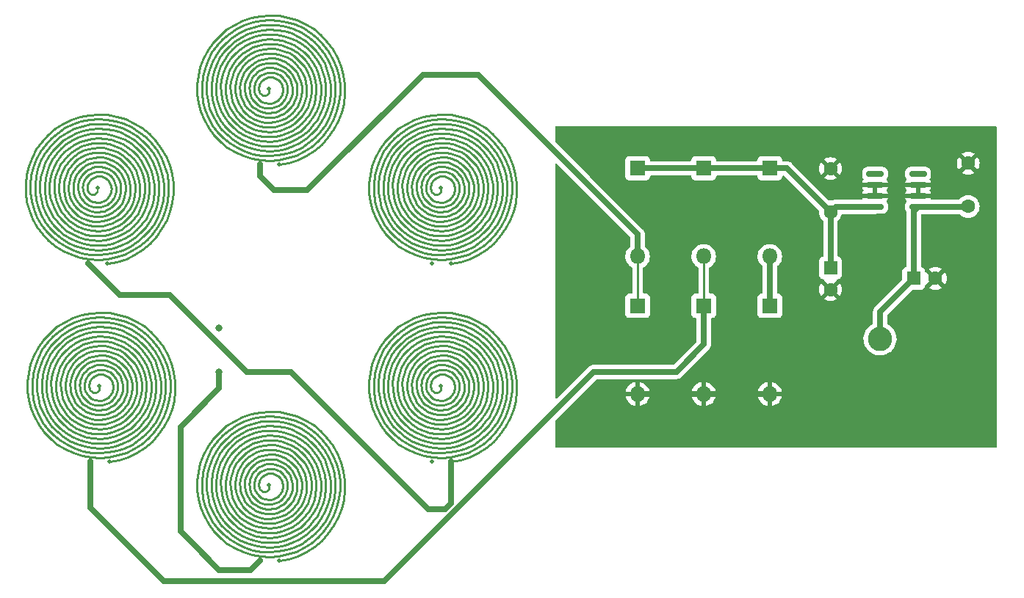
<source format=gbr>
%TF.GenerationSoftware,KiCad,Pcbnew,6.0.6-3a73a75311~116~ubuntu20.04.1*%
%TF.CreationDate,2022-07-28T19:13:06-04:00*%
%TF.ProjectId,pcb_coil_test,7063625f-636f-4696-9c5f-746573742e6b,rev?*%
%TF.SameCoordinates,Original*%
%TF.FileFunction,Copper,L1,Top*%
%TF.FilePolarity,Positive*%
%FSLAX46Y46*%
G04 Gerber Fmt 4.6, Leading zero omitted, Abs format (unit mm)*
G04 Created by KiCad (PCBNEW 6.0.6-3a73a75311~116~ubuntu20.04.1) date 2022-07-28 19:13:06*
%MOMM*%
%LPD*%
G01*
G04 APERTURE LIST*
G04 Aperture macros list*
%AMRoundRect*
0 Rectangle with rounded corners*
0 $1 Rounding radius*
0 $2 $3 $4 $5 $6 $7 $8 $9 X,Y pos of 4 corners*
0 Add a 4 corners polygon primitive as box body*
4,1,4,$2,$3,$4,$5,$6,$7,$8,$9,$2,$3,0*
0 Add four circle primitives for the rounded corners*
1,1,$1+$1,$2,$3*
1,1,$1+$1,$4,$5*
1,1,$1+$1,$6,$7*
1,1,$1+$1,$8,$9*
0 Add four rect primitives between the rounded corners*
20,1,$1+$1,$2,$3,$4,$5,0*
20,1,$1+$1,$4,$5,$6,$7,0*
20,1,$1+$1,$6,$7,$8,$9,0*
20,1,$1+$1,$8,$9,$2,$3,0*%
G04 Aperture macros list end*
%TA.AperFunction,EtchedComponent*%
%ADD10C,0.254000*%
%TD*%
%TA.AperFunction,EtchedComponent*%
%ADD11C,0.250000*%
%TD*%
%TA.AperFunction,ComponentPad*%
%ADD12C,2.800000*%
%TD*%
%TA.AperFunction,ComponentPad*%
%ADD13R,1.800000X1.800000*%
%TD*%
%TA.AperFunction,ComponentPad*%
%ADD14O,1.800000X1.800000*%
%TD*%
%TA.AperFunction,ComponentPad*%
%ADD15C,1.600000*%
%TD*%
%TA.AperFunction,ComponentPad*%
%ADD16R,1.600000X1.600000*%
%TD*%
%TA.AperFunction,ComponentPad*%
%ADD17C,0.508000*%
%TD*%
%TA.AperFunction,SMDPad,CuDef*%
%ADD18RoundRect,0.150000X0.825000X0.150000X-0.825000X0.150000X-0.825000X-0.150000X0.825000X-0.150000X0*%
%TD*%
%TA.AperFunction,ViaPad*%
%ADD19C,0.800000*%
%TD*%
%TA.AperFunction,Conductor*%
%ADD20C,0.635000*%
%TD*%
%TA.AperFunction,Conductor*%
%ADD21C,0.250000*%
%TD*%
G04 APERTURE END LIST*
D10*
%TO.C,L2*%
X226499112Y-113286509D02*
G75*
G03*
X227533200Y-112776000I501432J286878D01*
G01*
D11*
X227237955Y-115515229D02*
X226894632Y-115460913D01*
X227584000Y-117176000D02*
X227031155Y-117152218D01*
X222771654Y-114339626D02*
X222602821Y-113726211D01*
X228946933Y-111324623D02*
X229126568Y-111499877D01*
X221725492Y-114679545D02*
X221522305Y-113932330D01*
X224221868Y-108148423D02*
X224823070Y-107753886D01*
X224913158Y-117634244D02*
X224318853Y-117270089D01*
X225652178Y-114001972D02*
X225503803Y-113754867D01*
X234011024Y-116854714D02*
X233457622Y-117635083D01*
X225187797Y-114296676D02*
X225006148Y-113989045D01*
X234939785Y-117444123D02*
X234305187Y-118336249D01*
X223443511Y-110827634D02*
X223711068Y-110318162D01*
X225312527Y-110896874D02*
X225558425Y-110618982D01*
X235273292Y-110277598D02*
X235536598Y-111258961D01*
X224158772Y-112991497D02*
X224147794Y-112559812D01*
X225663617Y-120255399D02*
X224737293Y-119965962D01*
X228809544Y-117549178D02*
X228203021Y-117676055D01*
X223349007Y-118604967D02*
X222644308Y-118036238D01*
X228125647Y-114885574D02*
X227858354Y-114947739D01*
X230364224Y-108949350D02*
X230829438Y-109319960D01*
X226161560Y-110818179D02*
X226412857Y-110645698D01*
X230491146Y-115181001D02*
X230174326Y-115534417D01*
X234750211Y-110447557D02*
X234996340Y-111362021D01*
X232711942Y-107315296D02*
X233364390Y-107994045D01*
X226253324Y-113876831D02*
X226116558Y-113707267D01*
X235137066Y-113251199D02*
X235028755Y-114196163D01*
X232134805Y-111297354D02*
X232295050Y-111877319D01*
X227996221Y-116039065D02*
X227584000Y-116076000D01*
X229088026Y-112681375D02*
X229099005Y-112871316D01*
X234028259Y-112370562D02*
X234039237Y-113182129D01*
X228240245Y-107581287D02*
X228888876Y-107693844D01*
X226032970Y-111791686D02*
X226160092Y-111598040D01*
X235387229Y-109104079D02*
X235796373Y-110107638D01*
X228844799Y-114511341D02*
X228622661Y-114665317D01*
X231088643Y-111637272D02*
X231214534Y-112083439D01*
X223853300Y-119562119D02*
X223025725Y-119049927D01*
X226147892Y-110163730D02*
X226482571Y-109994109D01*
X230914929Y-115531584D02*
X230550827Y-115935350D01*
X229797825Y-115133485D02*
X229491363Y-115401260D01*
X229636941Y-112646840D02*
X229647919Y-112905851D01*
X229283632Y-111697381D02*
X229415370Y-111914223D01*
X232617883Y-115970599D02*
X232186276Y-116583333D01*
X233180968Y-110957435D02*
X233375566Y-111671200D01*
X224147794Y-112559812D02*
X224191180Y-112128785D01*
X229572773Y-105030240D02*
X230531941Y-105330350D01*
X232867723Y-113783924D02*
X232710195Y-114441602D01*
X222169917Y-107010587D02*
X222928741Y-106368585D01*
X224863978Y-113659789D02*
X224763853Y-113313972D01*
X229099005Y-112871316D02*
X229085917Y-113062506D01*
X225279814Y-115229708D02*
X224981977Y-114928581D01*
X228507256Y-110444121D02*
X228797538Y-110568583D01*
X230531941Y-105330350D02*
X231447183Y-105748897D01*
X225973016Y-115706370D02*
X225611980Y-115490252D01*
X229571708Y-113421846D02*
X229485042Y-113670562D01*
X228622661Y-114665317D02*
X228381726Y-114790826D01*
X226073955Y-118657237D02*
X225344698Y-118431830D01*
X233963936Y-115778170D02*
X233546644Y-116560009D01*
X230706691Y-113371685D02*
X230617870Y-113761764D01*
X231611724Y-111467313D02*
X231754792Y-111980379D01*
X229048627Y-113251886D02*
X228987387Y-113436384D01*
X231431054Y-118071016D02*
X230742377Y-118521067D01*
X225256602Y-112922427D02*
X225245623Y-112628882D01*
X225805516Y-112887893D02*
X225794538Y-112663417D01*
X224805423Y-109817116D02*
X225191714Y-109483301D01*
X222401515Y-116064905D02*
X222020218Y-115394117D01*
X233464944Y-106513431D02*
X234211955Y-107292879D01*
X226354431Y-112853358D02*
X226343453Y-112697951D01*
X221489890Y-111613486D02*
X221673184Y-110855459D01*
X234461590Y-116012348D02*
X234011024Y-116854714D01*
X231107773Y-117626057D02*
X230477413Y-118039098D01*
X225181924Y-110218049D02*
X225514996Y-109928260D01*
X231214534Y-112083439D02*
X231283685Y-112543236D01*
X234959245Y-116246527D02*
X234475405Y-117149418D01*
X225656315Y-114828776D02*
X225405759Y-114577998D01*
X232968626Y-115309813D02*
X232617883Y-115970599D01*
X221472754Y-116654314D02*
X221024909Y-115862474D01*
X221008374Y-116949019D02*
X220527254Y-116096653D01*
X223020809Y-117635305D02*
X222439283Y-117032080D01*
X224150312Y-116432507D02*
X223710630Y-115980330D01*
X229417554Y-116111223D02*
X228989131Y-116324957D01*
X225088034Y-108235855D02*
X225672697Y-107948600D01*
X226077634Y-108971355D02*
X226563625Y-108801903D01*
X223941166Y-111061813D02*
X224175448Y-110612867D01*
X221922269Y-108092209D02*
X222546418Y-107411520D01*
X234577173Y-112336027D02*
X234588152Y-113216664D01*
X223763212Y-105826012D02*
X224660355Y-105391715D01*
X233466281Y-115543991D02*
X233082263Y-116265304D01*
X229191600Y-116836334D02*
X228672764Y-117016457D01*
X226893289Y-118243544D02*
X226210734Y-118124516D01*
X226210734Y-118124516D02*
X225547167Y-117920453D01*
X226962222Y-117697881D02*
X226347514Y-117591795D01*
X231224742Y-115086485D02*
X230914929Y-115531584D01*
X229593760Y-112392618D02*
X229636941Y-112646840D01*
X228786663Y-115813580D02*
X228399205Y-115951016D01*
X232303916Y-106279594D02*
X233088443Y-106914363D01*
X224888745Y-110546291D02*
X225181924Y-110218049D01*
X223049965Y-112490743D02*
X223110664Y-111922665D01*
X221952135Y-112421673D02*
X222030148Y-111716546D01*
X221452892Y-109890920D02*
X221853546Y-109139344D01*
X232400900Y-119405894D02*
X231537271Y-119966973D01*
X223286848Y-116330914D02*
X222865896Y-115770200D01*
X226559509Y-115363568D02*
X226237980Y-115224401D01*
X229394379Y-110284228D02*
X229699935Y-110522758D01*
X235456900Y-116480706D02*
X234939785Y-117444123D01*
X224428922Y-109416184D02*
X224868432Y-109038341D01*
X229317130Y-108398612D02*
X229857396Y-108640709D01*
X223242427Y-111365337D02*
X223443511Y-110827634D01*
X220029599Y-116330831D02*
X219633168Y-115359382D01*
X232433332Y-117940014D02*
X231754336Y-118515976D01*
X231447183Y-105748897D02*
X232303916Y-106279594D01*
X228033445Y-109218277D02*
X228478538Y-109292006D01*
X225352999Y-108717824D02*
X225875166Y-108459978D01*
X225794538Y-112663417D02*
X225811954Y-112437964D01*
X229219882Y-119147340D02*
X228409821Y-119313044D01*
X232941407Y-113113060D02*
X232867723Y-113783924D01*
X226412857Y-110645698D02*
X226685040Y-110505486D01*
X233915824Y-111568140D02*
X234028259Y-112370562D01*
X222644308Y-118036238D02*
X222015501Y-117382663D01*
X228616621Y-120950033D02*
X227584000Y-121026000D01*
X228378111Y-106489961D02*
X229162435Y-106628403D01*
X227826645Y-110855266D02*
X228068199Y-110890169D01*
X228204979Y-110357448D02*
X228507256Y-110444121D01*
X233927436Y-108750333D02*
X234391919Y-109572437D01*
X225304111Y-113210912D02*
X225256602Y-112922427D01*
X230734410Y-104818973D02*
X231712147Y-105266928D01*
X229493441Y-120212782D02*
X228547687Y-120404370D01*
X223575305Y-107258504D02*
X224293141Y-106789949D01*
X230067364Y-114830418D02*
X229797825Y-115133485D01*
X231475661Y-114607277D02*
X231224742Y-115086485D01*
X226237980Y-115224401D02*
X225935262Y-115045293D01*
X225934926Y-111019915D02*
X226161560Y-110818179D01*
X227584000Y-105901000D02*
X228447045Y-105944298D01*
X231246949Y-113474745D02*
X231140951Y-113931724D01*
X226032816Y-114427843D02*
X225829541Y-114227414D01*
X225142230Y-118943207D02*
X224383229Y-118598182D01*
X229857396Y-108640709D02*
X230364224Y-108949350D01*
X229421324Y-114732552D02*
X229168081Y-114956301D01*
X230811348Y-120927350D02*
X229767000Y-121278223D01*
X225882928Y-109681761D02*
X226280103Y-109482732D01*
X232093043Y-109045795D02*
X232534295Y-109634448D01*
X236076856Y-111155901D02*
X236223917Y-112232422D01*
X231205939Y-108919027D02*
X231669261Y-109396378D01*
X234889574Y-109338258D02*
X235273292Y-110277598D01*
X232710195Y-114441602D02*
X232470971Y-115075634D01*
X225742949Y-105605579D02*
X226654779Y-105420462D01*
X225617963Y-109199792D02*
X226077634Y-108971355D01*
X228134088Y-117130391D02*
X227584000Y-117176000D01*
X221963113Y-113129636D02*
X221952135Y-112421673D01*
X227584000Y-115526000D02*
X227237955Y-115515229D01*
X230185856Y-112612305D02*
X230196834Y-112940386D01*
X229709552Y-104497520D02*
X230734410Y-104818973D01*
X222782307Y-109728753D02*
X223193616Y-109143958D01*
X228271954Y-118221718D02*
X227584000Y-118276000D01*
X225708051Y-116188338D02*
X225288699Y-115935211D01*
X226581826Y-114155374D02*
X226409317Y-114026910D01*
X233407981Y-113886984D02*
X233233276Y-114611561D01*
X232056831Y-117539081D02*
X231431054Y-118071016D01*
X227584000Y-108101000D02*
X228171312Y-108126951D01*
X233375566Y-111671200D02*
X233479344Y-112405096D01*
X227927288Y-115493402D02*
X227584000Y-115526000D01*
X223498247Y-105344043D02*
X224457886Y-104880338D01*
X227169022Y-116060892D02*
X226757852Y-115993633D01*
X222863065Y-116681497D02*
X222401515Y-116064905D01*
X225838278Y-110373220D02*
X226147892Y-110163730D01*
X222317927Y-109434048D02*
X222769833Y-108793375D01*
X223193616Y-109143958D02*
X223675921Y-108614318D01*
X223794656Y-115180791D02*
X223513183Y-114691581D01*
X230410680Y-111445865D02*
X230565562Y-111807232D01*
X225910141Y-113319870D02*
X225844369Y-113107852D01*
X226583874Y-111948624D02*
X226687928Y-111821780D01*
X228796017Y-113778668D02*
X228668323Y-113930686D01*
X227584000Y-110301000D02*
X227895578Y-110309603D01*
X229982697Y-113904741D02*
X229831601Y-114202371D01*
X224642135Y-116825130D02*
X224150312Y-116432507D01*
X226621073Y-116526354D02*
X226154572Y-116386322D01*
X230001474Y-118881842D02*
X229219882Y-119147340D01*
X230387325Y-107676771D02*
X231010788Y-108059431D01*
X226409317Y-114026910D02*
X226253324Y-113876831D01*
X226808123Y-111708098D02*
X226942786Y-111609636D01*
X227584000Y-104251000D02*
X228653844Y-104307309D01*
X230674276Y-112186498D02*
X230734770Y-112577770D01*
X230040942Y-109394309D02*
X230452937Y-109720892D01*
X225443087Y-116670307D02*
X224965417Y-116380171D01*
X228267608Y-111532521D02*
X228424533Y-111619106D01*
X234475405Y-117149418D02*
X233881405Y-117985666D01*
X225065292Y-106414469D02*
X225879728Y-106138300D01*
X220409374Y-111407367D02*
X220627022Y-110515541D01*
X229519400Y-112147150D02*
X229593760Y-112392618D01*
X232898954Y-110274972D02*
X233180968Y-110957435D01*
X229053502Y-112495678D02*
X229088026Y-112681375D01*
X223765508Y-111535297D02*
X223941166Y-111061813D01*
X228584911Y-104852972D02*
X229572773Y-105030240D01*
X224175448Y-110612867D02*
X224464962Y-110195708D01*
X226761978Y-114852191D02*
X226502945Y-114742432D01*
X222248573Y-114509585D02*
X222062563Y-113829270D01*
X228797538Y-110568583D02*
X229071097Y-110729187D01*
X231832600Y-112508701D02*
X231843578Y-113043990D01*
X228584194Y-115302203D02*
X228262426Y-115418295D01*
X234996340Y-111362021D02*
X235126088Y-112301492D01*
X225547167Y-117920453D02*
X224913158Y-117634244D01*
X227031155Y-117152218D02*
X226484293Y-117059075D01*
X223898586Y-107703463D02*
X224558105Y-107271918D01*
X231657352Y-107169512D02*
X232335441Y-107716229D01*
X224981977Y-114928581D02*
X224723417Y-114591381D01*
X234856196Y-108160924D02*
X235387229Y-109104079D01*
X219218540Y-113302310D02*
X219207562Y-112248999D01*
X225736309Y-111247457D02*
X225934926Y-111019915D01*
X220460405Y-108255229D02*
X221074704Y-107391042D01*
X229947484Y-117075161D02*
X229394068Y-117347711D01*
X225470229Y-107437223D02*
X226153287Y-107203741D01*
X228424533Y-111619106D02*
X228570432Y-111725556D01*
X231754792Y-111980379D02*
X231832600Y-112508701D01*
X226352212Y-112541024D02*
X226380914Y-112385094D01*
X223711068Y-110318162D02*
X224041180Y-109845124D01*
X230480351Y-114138920D02*
X230295981Y-114497076D01*
X222865896Y-115770200D02*
X222517873Y-115159938D01*
X226685040Y-110505486D02*
X226973964Y-110400066D01*
X232724182Y-119850854D02*
X231802235Y-120448941D01*
X235325600Y-115291398D02*
X234959245Y-116246527D01*
X226723713Y-105966125D02*
X227584000Y-105901000D01*
X229717660Y-109839268D02*
X230076436Y-110121825D01*
X230978006Y-114373098D02*
X230760362Y-114791780D01*
X229630220Y-120745502D02*
X228616621Y-120950033D01*
X226380914Y-112385094D02*
X226429441Y-112232706D01*
X233396609Y-110040794D02*
X233704049Y-110787476D01*
X228065154Y-116584728D02*
X227584000Y-116626000D01*
X228478754Y-119858707D02*
X227584000Y-119926000D01*
X233894264Y-109806615D02*
X234227130Y-110617516D01*
X230829438Y-109319960D02*
X231245479Y-109746961D01*
X232295050Y-111877319D02*
X232381514Y-112474166D01*
X222501050Y-112456208D02*
X222570406Y-111819606D01*
X222928741Y-106368585D02*
X223763212Y-105826012D01*
X229367221Y-113907666D02*
X229219800Y-114129251D01*
X219328858Y-111201247D02*
X219580859Y-110175622D01*
X226563625Y-108801903D02*
X227068379Y-108694440D01*
X232187114Y-114271642D02*
X231973316Y-114841455D01*
X235536598Y-111258961D02*
X235675003Y-112266957D01*
X233233276Y-114611561D02*
X232968626Y-115309813D01*
X230742377Y-118521067D02*
X230001474Y-118881842D01*
X232657887Y-111127394D02*
X232835308Y-111774259D01*
X223015528Y-114925760D02*
X222771654Y-114339626D01*
X224457886Y-104880338D02*
X225469390Y-104540137D01*
X230196834Y-112940386D02*
X230166433Y-113268625D01*
X228532573Y-111050552D02*
X228747815Y-111174146D01*
X226548622Y-120971860D02*
X225526837Y-120788120D01*
X228902840Y-113612961D02*
X228796017Y-113778668D01*
X227584000Y-107001000D02*
X228309178Y-107035624D01*
X224534824Y-120477339D02*
X223588335Y-120044088D01*
X233033840Y-117284500D02*
X232433332Y-117940014D01*
X224707687Y-112956962D02*
X224696709Y-112594347D01*
X229831601Y-114202371D02*
X229643582Y-114479834D01*
X231754336Y-118515976D02*
X231007342Y-119003035D01*
X225568589Y-111496981D02*
X225736309Y-111247457D01*
X221403220Y-112387138D02*
X221489890Y-111613486D01*
X234391919Y-109572437D02*
X234750211Y-110447557D01*
X222062563Y-113829270D02*
X221963113Y-113129636D01*
X223299420Y-108213385D02*
X223898586Y-107703463D01*
X227584000Y-119926000D02*
X226686489Y-119880533D01*
X228946323Y-118081899D02*
X228271954Y-118221718D01*
X220305391Y-112318069D02*
X220409374Y-111407367D01*
X227858354Y-114947739D02*
X227584000Y-114976000D01*
X228262426Y-115418295D02*
X227927288Y-115493402D01*
X229085917Y-113062506D02*
X229048627Y-113251886D01*
X230397914Y-110448128D02*
X230676773Y-110813266D01*
X226617555Y-120426196D02*
X225663617Y-120255399D01*
X227584000Y-120476000D02*
X226617555Y-120426196D01*
X233479344Y-112405096D02*
X233490322Y-113147594D01*
X226280103Y-109482732D02*
X226700405Y-109334624D01*
X225749635Y-117409076D02*
X225178122Y-117152276D01*
X231283685Y-112543236D02*
X231294663Y-113009455D01*
X229924536Y-106864481D02*
X230652289Y-107194803D01*
X233948239Y-113990044D02*
X233756357Y-114781520D01*
X222439283Y-117032080D02*
X221937135Y-116359610D01*
X234802519Y-115121439D02*
X234461590Y-116012348D01*
X223252023Y-106813545D02*
X224028176Y-106307980D01*
X230608879Y-120415973D02*
X229630220Y-120745502D01*
X222448202Y-110359277D02*
X222782307Y-109728753D01*
X222196265Y-111025419D02*
X222448202Y-110359277D01*
X227584000Y-114426000D02*
X227375821Y-114423903D01*
X229152590Y-115629255D02*
X228786663Y-115813580D01*
X219756476Y-112283534D02*
X219869116Y-111304307D01*
X225857832Y-112215134D02*
X225931786Y-111998527D01*
X232381514Y-112474166D02*
X232392493Y-113078525D01*
X227584000Y-109201000D02*
X228033445Y-109218277D01*
X224028176Y-106307980D02*
X224862823Y-105903092D01*
X232470971Y-115075634D02*
X232153503Y-115675895D01*
X222015501Y-117382663D02*
X221472754Y-116654314D01*
X231182218Y-106230865D02*
X231980634Y-106724553D01*
X222605459Y-105923626D02*
X223498247Y-105344043D01*
X225387059Y-113489829D02*
X225304111Y-113210912D01*
X231787207Y-113577805D02*
X231664032Y-114101683D01*
X224340897Y-113829748D02*
X224223595Y-113417031D01*
X222020218Y-115394117D02*
X221725492Y-114679545D01*
X227789421Y-114402076D02*
X227584000Y-114426000D01*
X219901531Y-114241509D02*
X219767455Y-113267775D01*
X229162435Y-106628403D02*
X229924536Y-106864481D01*
X224862823Y-105903092D02*
X225742949Y-105605579D01*
X221074704Y-107391042D02*
X221793416Y-106609654D01*
X228341758Y-109824727D02*
X228709725Y-109932744D01*
X227964512Y-109763940D02*
X228341758Y-109824727D01*
X224737293Y-119965962D02*
X223853300Y-119562119D01*
X228309178Y-107035624D02*
X229025655Y-107161123D01*
X228747815Y-111174146D02*
X228946933Y-111324623D01*
X226942786Y-111609636D02*
X227089977Y-111528240D01*
X227584000Y-106451000D02*
X228378111Y-106489961D01*
X228068199Y-110890169D02*
X228304788Y-110955498D01*
X235126088Y-112301492D02*
X235137066Y-113251199D01*
X226973964Y-110400066D02*
X227275179Y-110331429D01*
X220543994Y-117243724D02*
X220029599Y-116330831D01*
X224118264Y-119080150D02*
X223349007Y-118604967D01*
X231140951Y-113931724D02*
X230978006Y-114373098D01*
X219580859Y-110175622D02*
X219959927Y-109188384D01*
X230134018Y-112289558D02*
X230185856Y-112612305D01*
X235675003Y-112266957D02*
X235685981Y-113285733D01*
X228752096Y-108226565D02*
X229317130Y-108398612D01*
X234456082Y-111465080D02*
X234577173Y-112336027D01*
X226585846Y-104874799D02*
X227584000Y-104801000D01*
X229415370Y-111914223D02*
X229519400Y-112147150D01*
X233082263Y-116265304D02*
X232610058Y-116933917D01*
X224383229Y-118598182D02*
X223672289Y-118160008D01*
X232392493Y-113078525D02*
X232327465Y-113680864D01*
X226686489Y-119880533D02*
X225800396Y-119722678D01*
X221793416Y-106609654D02*
X222605459Y-105923626D01*
X230452937Y-109720892D02*
X230821697Y-110097544D01*
X226700405Y-109334624D02*
X227137312Y-109240103D01*
X223397310Y-117234372D02*
X222863065Y-116681497D01*
X229767000Y-121278223D02*
X228685554Y-121495696D01*
X225405759Y-114577998D02*
X225187797Y-114296676D01*
X223143079Y-113623151D02*
X223060943Y-113060567D01*
X231303829Y-116737216D02*
X230784491Y-117181098D01*
X233562834Y-119142812D02*
X232724182Y-119850854D01*
X229913025Y-111680044D02*
X230042481Y-111977191D01*
X228912193Y-109421366D02*
X229327467Y-109604646D01*
X226154572Y-116386322D02*
X225708051Y-116188338D01*
X235796373Y-110107638D02*
X236076856Y-111155901D01*
X223609858Y-113026032D02*
X223598879Y-112525277D01*
X228888876Y-107693844D02*
X229519599Y-107887235D01*
X227375821Y-114423903D02*
X227168191Y-114395471D01*
X224288589Y-111705256D02*
X224438821Y-111295991D01*
X230212393Y-111107971D02*
X230410680Y-111445865D01*
X236234896Y-113320268D02*
X236109271Y-114402282D01*
X235569013Y-114299223D02*
X235325600Y-115291398D01*
X234211955Y-107292879D02*
X234856196Y-108160924D01*
X229799005Y-118370465D02*
X229083103Y-118614619D01*
X227168191Y-114395471D02*
X226964446Y-114340814D01*
X223294735Y-114169667D02*
X223143079Y-113623151D01*
X230927328Y-116336283D02*
X230461209Y-116736138D01*
X228989131Y-116324957D02*
X228535985Y-116483736D01*
X231762493Y-116232750D02*
X231303829Y-116737216D01*
X227100088Y-116606555D02*
X226621073Y-116526354D01*
X233756357Y-114781520D02*
X233466281Y-115543991D01*
X225526837Y-120788120D02*
X224534824Y-120477339D01*
X226516913Y-104329135D02*
X227584000Y-104251000D01*
X224558194Y-115279164D02*
X224259037Y-114886086D01*
X225672697Y-107948600D02*
X226290067Y-107736462D01*
X236223917Y-112232422D02*
X236234896Y-113320268D01*
X227584000Y-107551000D02*
X228240245Y-107581287D01*
X225006148Y-113989045D02*
X224863978Y-113659789D01*
X230329473Y-105841727D02*
X231182218Y-106230865D01*
X227584000Y-105351000D02*
X228515978Y-105398635D01*
X227031411Y-114928192D02*
X226761978Y-114852191D01*
X227206246Y-109785766D02*
X227584000Y-109751000D01*
X228668323Y-113930686D02*
X228521517Y-114066382D01*
X228672764Y-117016457D02*
X228134088Y-117130391D01*
X232809833Y-118340947D02*
X232077618Y-118960935D01*
X227584000Y-111401000D02*
X227757712Y-111400929D01*
X224723417Y-114591381D02*
X224508493Y-114223224D01*
X236109271Y-114402282D02*
X235848681Y-115461358D01*
X228381726Y-114790826D02*
X228125647Y-114885574D01*
X223650922Y-112025725D02*
X223765508Y-111535297D01*
X227413045Y-111422756D02*
X227584000Y-111401000D01*
X226999446Y-108148777D02*
X227584000Y-108101000D01*
X231294663Y-113009455D02*
X231246949Y-113474745D01*
X233881405Y-117985666D02*
X233186334Y-118741879D01*
X228987387Y-113436384D02*
X228902840Y-113612961D01*
X220103940Y-110345581D02*
X220457582Y-109422562D01*
X223588335Y-120044088D02*
X222702443Y-119494886D01*
X225334751Y-112045175D02*
X225434131Y-111764348D01*
X231802235Y-120448941D02*
X230811348Y-120927350D01*
X228409821Y-119313044D02*
X227584000Y-119376000D01*
X231338711Y-115882167D02*
X230927328Y-116336283D01*
X233490322Y-113147594D02*
X233407981Y-113886984D01*
X227344112Y-110877092D02*
X227584000Y-110851000D01*
X230745749Y-112974920D02*
X230706691Y-113371685D01*
X224010838Y-114457402D02*
X223817816Y-113999707D01*
X224823070Y-107753886D02*
X225470229Y-107437223D01*
X230127004Y-106353104D02*
X230917254Y-106712834D01*
X227584000Y-116626000D02*
X227100088Y-116606555D01*
X229647919Y-112905851D02*
X229626175Y-113165566D01*
X227584000Y-114976000D02*
X227306888Y-114969566D01*
X219207562Y-112248999D02*
X219328858Y-111201247D01*
X234488497Y-114093103D02*
X234279438Y-114951480D01*
X225844369Y-113107852D02*
X225805516Y-112887893D01*
X225611980Y-115490252D02*
X225279814Y-115229708D01*
X235848681Y-115461358D02*
X235456900Y-116480706D01*
X229974132Y-110798711D02*
X230212393Y-111107971D01*
X229126568Y-111499877D02*
X229283632Y-111697381D01*
X224041180Y-109845124D02*
X224428922Y-109416184D01*
X235028755Y-114196163D02*
X234802519Y-115121439D01*
X231843578Y-113043990D02*
X231787207Y-113577805D01*
X231669261Y-109396378D02*
X232069914Y-109929152D01*
X230652289Y-107194803D02*
X231334070Y-107614472D01*
X230908335Y-111211687D02*
X231088643Y-111637272D01*
X227584000Y-109751000D02*
X227964512Y-109763940D01*
X222030148Y-111716546D02*
X222196265Y-111025419D01*
X220527254Y-116096653D02*
X220156249Y-115189423D01*
X225469390Y-104540137D02*
X226516913Y-104329135D01*
X231980634Y-106724553D02*
X232711942Y-107315296D01*
X219869116Y-111304307D02*
X220103940Y-110345581D01*
X224293141Y-106789949D02*
X225065292Y-106414469D01*
X224558105Y-107271918D02*
X225267760Y-106925846D01*
X220156249Y-115189423D02*
X219901531Y-114241509D01*
X224134412Y-115629747D02*
X223794656Y-115180791D01*
X220627022Y-110515541D02*
X220955237Y-109656741D01*
X231664032Y-114101683D02*
X231475661Y-114607277D01*
X221522305Y-113932330D02*
X221414199Y-113164171D01*
X229435994Y-105562961D02*
X230329473Y-105841727D01*
X221202411Y-114849504D02*
X220982047Y-114035390D01*
X230687506Y-108504390D02*
X231205939Y-108919027D01*
X228702785Y-111850460D02*
X228819252Y-111992085D01*
X225800396Y-119722678D02*
X224939761Y-119454584D01*
X226433222Y-113149911D02*
X226384627Y-113004793D01*
X224648193Y-118116213D02*
X223995571Y-117715049D01*
X229748012Y-111402676D02*
X229913025Y-111680044D01*
X225271696Y-112334904D02*
X225334751Y-112045175D01*
X226654779Y-105420462D02*
X227584000Y-105351000D01*
X233546644Y-116560009D02*
X233033840Y-117284500D01*
X228102319Y-111466875D02*
X228267608Y-111532521D01*
X226001457Y-113520688D02*
X225910141Y-113319870D01*
X227757712Y-111400929D02*
X227931420Y-111422889D01*
X223598879Y-112525277D02*
X223650922Y-112025725D01*
X225104209Y-111202277D02*
X225312527Y-110896874D01*
X234305187Y-118336249D02*
X233562834Y-119142812D01*
X230477413Y-118039098D02*
X229799005Y-118370465D01*
X225829541Y-114227414D02*
X225652178Y-114001972D01*
X232835308Y-111774259D02*
X232930429Y-112439631D01*
X226677821Y-111127667D02*
X226887508Y-111016863D01*
X226964446Y-114340814D02*
X226767909Y-114260464D01*
X227089977Y-111528240D02*
X227247523Y-111465507D01*
X232335441Y-107716229D02*
X232940608Y-108344628D01*
X231689122Y-115381190D02*
X231338711Y-115882167D01*
X231245479Y-109746961D02*
X231605534Y-110223857D01*
X227895578Y-110309603D02*
X228204979Y-110357448D01*
X230734770Y-112577770D02*
X230745749Y-112974920D01*
X231973316Y-114841455D02*
X231689122Y-115381190D01*
X232940608Y-108344628D02*
X233463055Y-109045038D01*
X228304788Y-110955498D02*
X228532573Y-111050552D01*
X232327465Y-113680864D02*
X232187114Y-114271642D01*
X228521517Y-114066382D02*
X228357696Y-114183349D01*
X227931420Y-111422889D02*
X228102319Y-111466875D01*
X225937176Y-119189958D02*
X225142230Y-118943207D01*
X226357041Y-115874945D02*
X225973016Y-115706370D01*
X227584000Y-108651000D02*
X228102378Y-108672614D01*
X230076436Y-110121825D02*
X230397914Y-110448128D01*
X232930429Y-112439631D02*
X232941407Y-113113060D01*
X230295981Y-114497076D02*
X230067364Y-114830418D01*
X225606169Y-105072858D02*
X226585846Y-104874799D01*
X222702443Y-119494886D02*
X221891306Y-118838103D01*
X220854306Y-112352604D02*
X220949632Y-111510427D01*
X231680330Y-117138148D02*
X231107773Y-117626057D01*
X219767455Y-113267775D02*
X219756476Y-112283534D01*
X226499112Y-113286509D02*
X226433222Y-113149911D01*
X224318853Y-117270089D02*
X223773811Y-116833439D01*
X223675921Y-108614318D02*
X224221868Y-108148423D01*
X224731438Y-112231845D02*
X224811670Y-111875215D01*
X232186276Y-116583333D02*
X231680330Y-117138148D01*
X228887625Y-115147286D02*
X228584194Y-115302203D01*
X222512028Y-113095101D02*
X222501050Y-112456208D01*
X229519599Y-107887235D02*
X230122360Y-108158740D01*
X225931786Y-111998527D02*
X226032970Y-111791686D01*
X224223595Y-113417031D02*
X224158772Y-112991497D01*
X231272306Y-119485004D02*
X230406411Y-119904596D01*
X225503803Y-113754867D02*
X225387059Y-113489829D01*
X220316369Y-113233241D02*
X220305391Y-112318069D01*
X222346051Y-108442792D02*
X222922919Y-107812453D01*
X226687928Y-111821780D02*
X226808123Y-111708098D01*
X222769833Y-108793375D02*
X223299420Y-108213385D01*
X226426846Y-108269183D02*
X226999446Y-108148777D01*
X229025655Y-107161123D02*
X229722067Y-107375858D01*
X224508493Y-114223224D02*
X224340897Y-113829748D01*
X232069914Y-109929152D02*
X232401299Y-110509151D01*
X231958941Y-108117162D02*
X232516826Y-108695212D01*
X231334070Y-107614472D02*
X231958941Y-108117162D01*
X227584000Y-116076000D02*
X227169022Y-116060892D01*
X227988867Y-114352853D02*
X227789421Y-114402076D01*
X229722067Y-107375858D02*
X230387325Y-107676771D01*
X228653844Y-104307309D02*
X229709552Y-104497520D01*
X223025725Y-119049927D02*
X222267807Y-118437170D01*
X224903314Y-115630641D02*
X224558194Y-115279164D01*
X220679330Y-115019463D02*
X220441789Y-114138450D01*
X230203942Y-119393219D02*
X229356662Y-119680061D01*
X231605534Y-110223857D02*
X231903644Y-110743330D01*
X230917254Y-106712834D02*
X231657352Y-107169512D01*
X228357696Y-114183349D02*
X228179257Y-114279449D01*
X233364390Y-107994045D02*
X233927436Y-108750333D01*
X225178122Y-117152276D02*
X224642135Y-116825130D01*
X226861579Y-107057451D02*
X227584000Y-107001000D01*
X220457582Y-109422562D02*
X220924786Y-108549934D01*
X225267760Y-106925846D02*
X226016508Y-106671020D01*
X219633168Y-115359382D02*
X219361273Y-114344569D01*
X226429441Y-112232706D02*
X226497350Y-112086391D01*
X230174326Y-115534417D02*
X229814645Y-115846219D01*
X225875166Y-108459978D02*
X226426846Y-108269183D01*
X229168081Y-114956301D02*
X228887625Y-115147286D01*
X232610058Y-116933917D02*
X232056831Y-117539081D01*
X221950547Y-110125098D02*
X222317927Y-109434048D01*
X228447045Y-105944298D02*
X229299214Y-106095682D01*
X224639829Y-110907572D02*
X224888745Y-110546291D01*
X221853546Y-109139344D02*
X222346051Y-108442792D01*
X225558425Y-110618982D02*
X225838278Y-110373220D01*
X223817816Y-113999707D02*
X223683337Y-113520091D01*
X231405989Y-110977508D02*
X231611724Y-111467313D01*
X220955237Y-109656741D02*
X221389166Y-108844639D01*
X226482571Y-109994109D02*
X226837184Y-109867345D01*
X234279438Y-114951480D02*
X233963936Y-115778170D01*
X225952104Y-116897699D02*
X225443087Y-116670307D01*
X224259037Y-114886086D02*
X224010838Y-114457402D01*
X224660355Y-105391715D02*
X225606169Y-105072858D01*
X224763853Y-113313972D02*
X224707687Y-112956962D01*
X222570406Y-111819606D02*
X222719346Y-111195378D01*
X231537271Y-119966973D02*
X230608879Y-120415973D01*
X227584000Y-119376000D02*
X226755422Y-119334870D01*
X234039237Y-113182129D02*
X233948239Y-113990044D01*
X227584000Y-104801000D02*
X228584911Y-104852972D01*
X233463055Y-109045038D02*
X233894264Y-109806615D01*
X226755422Y-119334870D02*
X225937176Y-119189958D01*
X228917715Y-112148401D02*
X228996319Y-112317110D01*
X221891306Y-118838103D02*
X221167936Y-118083830D01*
X223683337Y-113520091D02*
X223609858Y-113026032D01*
X223710630Y-115980330D02*
X223330276Y-115475495D01*
X229596537Y-117859088D02*
X228946323Y-118081899D01*
X228340887Y-118767381D02*
X227584000Y-118826000D01*
X229592431Y-109122677D02*
X230040942Y-109394309D01*
X226258544Y-114600333D02*
X226032816Y-114427843D01*
X225245623Y-112628882D02*
X225271696Y-112334904D01*
X224438821Y-111295991D02*
X224639829Y-110907572D01*
X223672289Y-118160008D02*
X223020809Y-117635305D01*
X220982047Y-114035390D02*
X220865284Y-113198706D01*
X226016508Y-106671020D02*
X226792646Y-106511788D01*
X221937135Y-116359610D02*
X221522564Y-115628295D01*
X229219800Y-114129251D02*
X229044824Y-114331619D01*
X223330276Y-115475495D02*
X223015528Y-114925760D01*
X229682519Y-116593192D02*
X229191600Y-116836334D01*
X229699935Y-110522758D02*
X229974132Y-110798711D01*
X233457622Y-117635083D02*
X232809833Y-118340947D01*
X230821697Y-110097544D02*
X231141154Y-110518562D01*
X230565562Y-111807232D02*
X230674276Y-112186498D01*
X231141154Y-110518562D02*
X231405989Y-110977508D01*
X230784491Y-117181098D02*
X230212448Y-117557129D01*
X221167936Y-118083830D02*
X220543994Y-117243724D01*
X226502945Y-114742432D02*
X226258544Y-114600333D01*
X231007342Y-119003035D02*
X230203942Y-119393219D01*
X223995571Y-117715049D02*
X223397310Y-117234372D01*
X227275179Y-110331429D02*
X227584000Y-110301000D01*
X230212448Y-117557129D02*
X229596537Y-117859088D01*
X222922919Y-107812453D02*
X223575305Y-107258504D01*
X224936476Y-111530170D02*
X225104209Y-111202277D01*
X228102378Y-108672614D02*
X228615317Y-108759286D01*
X233088443Y-106914363D02*
X233788173Y-107643462D01*
X228535985Y-116483736D02*
X228065154Y-116584728D01*
X226792646Y-106511788D02*
X227584000Y-106451000D01*
X226894632Y-115460913D02*
X226559509Y-115363568D01*
X224545150Y-108593382D02*
X225088034Y-108235855D01*
X229327467Y-109604646D02*
X229717660Y-109839268D01*
X223246687Y-110023458D02*
X223617398Y-109494541D01*
X228515978Y-105398635D02*
X229435994Y-105562961D01*
X222719346Y-111195378D02*
X222945857Y-110593455D01*
X221498486Y-107741625D02*
X222169917Y-107010587D01*
X228819252Y-111992085D02*
X228917715Y-112148401D01*
X225514996Y-109928260D02*
X225882928Y-109681761D01*
X229491363Y-115401260D02*
X229152590Y-115629255D01*
X225191714Y-109483301D02*
X225617963Y-109199792D01*
X229394068Y-117347711D02*
X228809544Y-117549178D01*
X233186334Y-118741879D02*
X232400900Y-119405894D01*
X234227130Y-110617516D02*
X234456082Y-111465080D01*
X221024909Y-115862474D02*
X220679330Y-115019463D01*
X226767909Y-114260464D02*
X226581826Y-114155374D01*
X228615317Y-108759286D02*
X229114662Y-108909989D01*
X228478538Y-109292006D02*
X228912193Y-109421366D01*
X223060943Y-113060567D02*
X223049965Y-112490743D01*
X220924786Y-108549934D02*
X221498486Y-107741625D01*
X233788173Y-107643462D02*
X234391816Y-108455629D01*
X228709725Y-109932744D02*
X229062502Y-110086615D01*
X231582440Y-108518094D02*
X232093043Y-109045795D01*
X230550827Y-115935350D02*
X230137927Y-116291179D01*
X228171312Y-108126951D02*
X228752096Y-108226565D01*
X230094789Y-113591805D02*
X229982697Y-113904741D01*
X228996319Y-112317110D02*
X229053502Y-112495678D01*
X224052421Y-109015251D02*
X224545150Y-108593382D01*
X226484842Y-111263138D02*
X226677821Y-111127667D01*
X226384627Y-113004793D02*
X226354431Y-112853358D01*
X229044824Y-114331619D02*
X228844799Y-114511341D01*
X228570432Y-111725556D02*
X228702785Y-111850460D01*
X227068379Y-108694440D02*
X227584000Y-108651000D01*
X229299214Y-106095682D02*
X230127004Y-106353104D01*
X229626175Y-113165566D02*
X229571708Y-113421846D01*
X221389166Y-108844639D02*
X221922269Y-108092209D01*
X227584000Y-121026000D02*
X226548622Y-120971860D01*
X225811954Y-112437964D02*
X225857832Y-112215134D01*
X219959927Y-109188384D02*
X220460405Y-108255229D01*
X227584000Y-118276000D02*
X226893289Y-118243544D01*
X222546418Y-107411520D02*
X223252023Y-106813545D01*
X226160092Y-111598040D02*
X226311427Y-111420847D01*
X230676773Y-110813266D02*
X230908335Y-111211687D01*
X228547687Y-120404370D02*
X227584000Y-120476000D01*
X227137312Y-109240103D02*
X227584000Y-109201000D01*
X226930513Y-107603114D02*
X227584000Y-107551000D01*
X227110743Y-110932786D02*
X227344112Y-110877092D01*
X221591719Y-117733246D02*
X221008374Y-116949019D01*
X220865284Y-113198706D02*
X220854306Y-112352604D01*
X222267807Y-118437170D02*
X221591719Y-117733246D01*
X220441789Y-114138450D02*
X220316369Y-113233241D01*
X232998675Y-109339743D02*
X233396609Y-110040794D01*
X227584000Y-117726000D02*
X226962222Y-117697881D01*
X229071097Y-110729187D02*
X229323434Y-110923691D01*
X232401299Y-110509151D02*
X232657887Y-111127394D01*
X226116558Y-113707267D02*
X226001457Y-113520688D01*
X232534295Y-109634448D02*
X232898954Y-110274972D01*
X226484293Y-117059075D02*
X225952104Y-116897699D01*
X229323434Y-110923691D02*
X229550350Y-111149294D01*
X230122360Y-108158740D02*
X230687506Y-108504390D01*
X232153503Y-115675895D02*
X231762493Y-116232750D01*
X229114662Y-108909989D02*
X229592431Y-109122677D01*
X225879728Y-106138300D02*
X226723713Y-105966125D01*
X226343453Y-112697951D02*
X226352212Y-112541024D01*
X234588152Y-113216664D02*
X234488497Y-114093103D01*
X225434131Y-111764348D02*
X225568589Y-111496981D01*
X225288699Y-115935211D02*
X224903314Y-115630641D01*
X222945857Y-110593455D02*
X223246687Y-110023458D01*
X225344698Y-118431830D02*
X224648193Y-118116213D01*
X230137927Y-116291179D02*
X229682519Y-116593192D01*
X226347514Y-117591795D02*
X225749635Y-117409076D01*
X228179257Y-114279449D02*
X227988867Y-114352853D01*
X235685981Y-113285733D02*
X235569013Y-114299223D01*
X234391816Y-108455629D02*
X234889574Y-109338258D01*
X229550350Y-111149294D02*
X229748012Y-111402676D01*
X230042481Y-111977191D02*
X230134018Y-112289558D01*
X223110664Y-111922665D02*
X223242427Y-111365337D01*
X226290067Y-107736462D02*
X226930513Y-107603114D01*
X226837184Y-109867345D02*
X227206246Y-109785766D01*
X229814645Y-115846219D02*
X229417554Y-116111223D01*
X227306888Y-114969566D02*
X227031411Y-114928192D01*
X224526813Y-116031574D02*
X224134412Y-115629747D01*
X231010788Y-108059431D02*
X231582440Y-108518094D01*
X222602821Y-113726211D02*
X222512028Y-113095101D01*
X229485042Y-113670562D02*
X229367221Y-113907666D01*
X230406411Y-119904596D02*
X229493441Y-120212782D01*
X226824355Y-118789207D02*
X226073955Y-118657237D01*
X232077618Y-118960935D02*
X231272306Y-119485004D01*
X222517873Y-115159938D02*
X222248573Y-114509585D01*
X228399205Y-115951016D02*
X227996221Y-116039065D01*
X221673184Y-110855459D02*
X221950547Y-110125098D01*
X232627197Y-105834634D02*
X233464944Y-106513431D01*
X233704049Y-110787476D02*
X233915824Y-111568140D01*
X226887508Y-111016863D02*
X227110743Y-110932786D01*
X227584000Y-110851000D02*
X227826645Y-110855266D01*
X229643582Y-114479834D02*
X229421324Y-114732552D01*
X224965417Y-116380171D02*
X224526813Y-116031574D01*
X223513183Y-114691581D02*
X223294735Y-114169667D01*
X231712147Y-105266928D02*
X232627197Y-105834634D01*
X230760362Y-114791780D02*
X230491146Y-115181001D01*
X229062502Y-110086615D02*
X229394379Y-110284228D01*
X226153287Y-107203741D02*
X226861579Y-107057451D01*
X220949632Y-111510427D02*
X221150103Y-110685500D01*
X230461209Y-116736138D02*
X229947484Y-117075161D01*
X224811670Y-111875215D02*
X224936476Y-111530170D01*
X228203021Y-117676055D02*
X227584000Y-117726000D01*
X229356662Y-119680061D02*
X228478754Y-119858707D01*
X230617870Y-113761764D02*
X230480351Y-114138920D01*
X221522564Y-115628295D02*
X221202411Y-114849504D01*
X230166433Y-113268625D02*
X230094789Y-113591805D01*
X224464962Y-110195708D02*
X224805423Y-109817116D01*
X219361273Y-114344569D02*
X219218540Y-113302310D01*
X231903644Y-110743330D02*
X232134805Y-111297354D01*
X225935262Y-115045293D02*
X225656315Y-114828776D01*
X226497350Y-112086391D02*
X226583874Y-111948624D01*
X224191180Y-112128785D02*
X224288589Y-111705256D01*
X224939761Y-119454584D02*
X224118264Y-119080150D01*
X221414199Y-113164171D02*
X221403220Y-112387138D01*
X227247523Y-111465507D02*
X227413045Y-111422756D01*
X223773811Y-116833439D02*
X223286848Y-116330914D01*
X224696709Y-112594347D02*
X224731438Y-112231845D01*
X221150103Y-110685500D02*
X221452892Y-109890920D01*
X226757852Y-115993633D02*
X226357041Y-115874945D01*
X227584000Y-118826000D02*
X226824355Y-118789207D01*
X229083103Y-118614619D02*
X228340887Y-118767381D01*
X223617398Y-109494541D02*
X224052421Y-109015251D01*
X232516826Y-108695212D02*
X232998675Y-109339743D01*
X224868432Y-109038341D02*
X225352999Y-108717824D01*
X226311427Y-111420847D02*
X226484842Y-111263138D01*
%TO.C,L6*%
X206499427Y-99990847D02*
X206672842Y-99833138D01*
X205056432Y-97608341D02*
X205540999Y-97287824D01*
X212704826Y-97265212D02*
X213186675Y-97909743D01*
X203805398Y-98064541D02*
X204240421Y-97585251D01*
X209271103Y-107184619D02*
X208528887Y-107337381D01*
X207772000Y-107396000D02*
X207012355Y-107359207D01*
X206945852Y-104563633D02*
X206545041Y-104444945D01*
X201338103Y-99255500D02*
X201640892Y-98460920D01*
X204884709Y-101164347D02*
X204919438Y-100801845D01*
X203961811Y-105403439D02*
X203474848Y-104900914D01*
X207435523Y-100035507D02*
X207601045Y-99992756D01*
X201602199Y-101734171D02*
X201591220Y-100957138D01*
X205127761Y-108024584D02*
X204306264Y-107650150D01*
X204379180Y-100698785D02*
X204476589Y-100275256D01*
X206685350Y-100656391D02*
X206771874Y-100518624D01*
X206123262Y-103615293D02*
X205844315Y-103398776D01*
X212091644Y-99313330D02*
X212322805Y-99867354D01*
X199549273Y-102914569D02*
X199406540Y-101872310D01*
X204652962Y-98765708D02*
X204993423Y-98387116D01*
X210354433Y-101838625D02*
X210282789Y-102161805D01*
X201710564Y-104198295D02*
X201390411Y-103419504D01*
X210805870Y-102331764D02*
X210668351Y-102708920D01*
X209544662Y-108250061D02*
X208666754Y-108428707D01*
X208391021Y-106246055D02*
X207772000Y-106296000D01*
X204999670Y-100445215D02*
X205124476Y-100100170D01*
X210649209Y-105306138D02*
X210135484Y-105645161D01*
X201137632Y-100080427D02*
X201338103Y-99255500D01*
X206341287Y-95773741D02*
X207049579Y-95627451D01*
X209250502Y-98656615D02*
X209582379Y-98854228D01*
X210948362Y-103361780D02*
X210679146Y-103751001D01*
X211900147Y-93836928D02*
X212815197Y-94404634D01*
X203701183Y-103261581D02*
X203482735Y-102739667D01*
X205153417Y-104950171D02*
X204714813Y-104601574D01*
X209831582Y-103049834D02*
X209609324Y-103302552D01*
X207772000Y-99421000D02*
X208014645Y-99425266D01*
X207075508Y-99586863D02*
X207298743Y-99502786D01*
X213892049Y-99357476D02*
X214103824Y-100138140D01*
X212815197Y-94404634D02*
X213652944Y-95083431D01*
X201861184Y-99425459D02*
X202138547Y-98695098D01*
X208587205Y-104521016D02*
X208184221Y-104609065D01*
X202705873Y-103729938D02*
X202436573Y-103079585D01*
X212265618Y-107530935D02*
X211460306Y-108055004D01*
X207012355Y-107359207D02*
X206261955Y-107227237D01*
X210594411Y-108474596D02*
X209681441Y-108782782D01*
X209673042Y-102240562D02*
X209555221Y-102477666D01*
X202790821Y-102296211D02*
X202700028Y-101665101D01*
X211198788Y-96629431D02*
X211770440Y-97088094D01*
X204714813Y-104601574D02*
X204322412Y-104199747D01*
X207494888Y-103539566D02*
X207219411Y-103498192D01*
X210002645Y-104416219D02*
X209605554Y-104681223D01*
X207025184Y-98437345D02*
X207394246Y-98355766D01*
X206478067Y-96306462D02*
X207118513Y-96173114D01*
X203298664Y-100492665D02*
X203430427Y-99935337D01*
X210230481Y-100547191D02*
X210322018Y-100859558D01*
X209738350Y-99719294D02*
X209936012Y-99972676D01*
X214579816Y-97025629D02*
X215077574Y-97908258D01*
X215873981Y-101855733D02*
X215757013Y-102869223D01*
X208367257Y-102849449D02*
X208176867Y-102922853D01*
X206535514Y-106161795D02*
X205937635Y-105979076D01*
X210325927Y-104861179D02*
X209870519Y-105163192D01*
X205532698Y-107001830D02*
X204836193Y-106686213D01*
X203133857Y-99163455D02*
X203434687Y-98593458D01*
X205476699Y-104505211D02*
X205091314Y-104200641D01*
X205622131Y-100334348D02*
X205756589Y-100066981D01*
X214776152Y-101786664D02*
X214676497Y-102663103D01*
X206531453Y-101267951D02*
X206540212Y-101111024D01*
X206067728Y-94708300D02*
X206911713Y-94536125D01*
X209302662Y-97479989D02*
X209780431Y-97692677D01*
X212341503Y-104245895D02*
X211950493Y-104802750D01*
X210310360Y-96728740D02*
X210875506Y-97074390D01*
X209511434Y-99493691D02*
X209738350Y-99719294D01*
X206672293Y-105629075D02*
X206140104Y-105467699D01*
X212722295Y-98204448D02*
X213086954Y-98844972D01*
X206304558Y-102277267D02*
X206189457Y-102090688D01*
X212589299Y-99079151D02*
X212845887Y-99697394D01*
X209259097Y-99299187D02*
X209511434Y-99493691D01*
X207772000Y-106296000D02*
X207150222Y-106267881D01*
X213186675Y-97909743D02*
X213584609Y-98610794D01*
X200629789Y-102708450D02*
X200504369Y-101803241D01*
X202455807Y-107007170D02*
X201779719Y-106303246D01*
X201053284Y-101768706D02*
X201042306Y-100922604D01*
X201779719Y-106303246D02*
X201196374Y-105519019D01*
X207298743Y-99502786D02*
X207532112Y-99447092D01*
X207118513Y-96173114D02*
X207772000Y-96121000D01*
X207325312Y-97810103D02*
X207772000Y-97771000D01*
X208735687Y-108974370D02*
X207772000Y-109046000D01*
X210864773Y-99383266D02*
X211096335Y-99781687D01*
X206348092Y-100168040D02*
X206499427Y-99990847D01*
X202734418Y-95981520D02*
X203440023Y-95383545D01*
X207772000Y-106846000D02*
X207081289Y-106813544D01*
X200147927Y-97758384D02*
X200648405Y-96825229D01*
X205999954Y-101007964D02*
X206045832Y-100785134D01*
X207772000Y-109596000D02*
X206736622Y-109541860D01*
X201577166Y-97414639D02*
X202110269Y-96662209D01*
X209814175Y-101735566D02*
X209759708Y-101991846D01*
X209487214Y-94665682D02*
X210315004Y-94923104D01*
X207256379Y-97264440D02*
X207772000Y-97221000D01*
X208758432Y-100295556D02*
X208890785Y-100420460D01*
X209232824Y-102901619D02*
X209032799Y-103081341D01*
X206572627Y-101574793D02*
X206542431Y-101423358D01*
X206672842Y-99833138D02*
X206865821Y-99697667D01*
X204240421Y-97585251D02*
X204733150Y-97163382D01*
X209184319Y-100887110D02*
X209241502Y-101065678D01*
X210282789Y-102161805D02*
X210170697Y-102474741D01*
X208359312Y-96696951D02*
X208940096Y-96796565D01*
X210738827Y-104505350D02*
X210325927Y-104861179D01*
X211770440Y-97088094D02*
X212281043Y-97615795D01*
X208897725Y-98502744D02*
X209250502Y-98656615D01*
X213976173Y-96213462D02*
X214579816Y-97025629D01*
X201112786Y-97119934D02*
X201686486Y-96311625D01*
X203248943Y-101630567D02*
X203237965Y-101060743D01*
X208666538Y-97862006D02*
X209100193Y-97991366D01*
X208803317Y-97329286D02*
X209302662Y-97479989D01*
X206955909Y-102830464D02*
X206769826Y-102725374D01*
X201212909Y-104432474D02*
X200867330Y-103589463D01*
X214415130Y-99187516D02*
X214644082Y-100035080D01*
X213374334Y-107311879D02*
X212588900Y-107975894D01*
X209582068Y-105917711D02*
X208997544Y-106119178D01*
X205379714Y-98053301D02*
X205805963Y-97769792D01*
X209679363Y-103971260D02*
X209340590Y-104199255D01*
X205702996Y-98498260D02*
X206070928Y-98251761D01*
X209007252Y-100562085D02*
X209105715Y-100718401D01*
X201686486Y-96311625D02*
X202357917Y-95580587D01*
X202907346Y-99765378D02*
X203133857Y-99163455D01*
X208703978Y-93968635D02*
X209623994Y-94132961D01*
X203434687Y-98593458D02*
X203805398Y-98064541D01*
X209515467Y-98174646D02*
X209905660Y-98409268D01*
X204733150Y-97163382D02*
X205276034Y-96805855D01*
X207082632Y-104030913D02*
X206747509Y-103933568D01*
X206980646Y-95081788D02*
X207772000Y-95021000D01*
X208723985Y-105053736D02*
X208253154Y-105154728D01*
X213276443Y-95484363D02*
X213976173Y-96213462D01*
X208290378Y-97242614D02*
X208803317Y-97329286D01*
X205124476Y-100100170D02*
X205292209Y-99772277D01*
X203110919Y-96382453D02*
X203763305Y-95828504D01*
X210400448Y-106127129D02*
X209784537Y-106429088D01*
X207463179Y-98901429D02*
X207772000Y-98871000D01*
X204183571Y-106285049D02*
X203585310Y-105804372D01*
X211195342Y-107573035D02*
X210391942Y-107963219D01*
X206690945Y-103312432D02*
X206446544Y-103170333D01*
X201355936Y-106653830D02*
X200731994Y-105813724D01*
X210972491Y-105751098D02*
X210400448Y-106127129D01*
X211329154Y-99088562D02*
X211593989Y-99547508D01*
X210753562Y-100377232D02*
X210862276Y-100756498D01*
X211009697Y-98667544D02*
X211329154Y-99088562D01*
X213645622Y-106205083D02*
X212997833Y-106910947D01*
X209887935Y-99092758D02*
X210162132Y-99368711D01*
X209870519Y-105163192D02*
X209379600Y-105406334D01*
X203518276Y-104045495D02*
X203203528Y-103495760D01*
X209407800Y-102699251D02*
X209232824Y-102901619D01*
X202125135Y-104929610D02*
X201710564Y-104198295D01*
X206204508Y-95241020D02*
X206980646Y-95081788D01*
X201170047Y-102605390D02*
X201053284Y-101768706D01*
X203860289Y-106730008D02*
X203208809Y-106205305D01*
X204626821Y-99865991D02*
X204827829Y-99477572D01*
X205433623Y-101198882D02*
X205459696Y-100904904D01*
X206446544Y-103170333D02*
X206220816Y-102997843D01*
X209780431Y-97692677D02*
X210228942Y-97964309D01*
X208528887Y-107337381D02*
X207772000Y-107396000D01*
X209784537Y-106429088D02*
X209134323Y-106651899D01*
X203898630Y-104550330D02*
X203518276Y-104045495D01*
X203871337Y-102090091D02*
X203797858Y-101596032D01*
X202079306Y-107408103D02*
X201355936Y-106653830D01*
X209105715Y-100718401D02*
X209184319Y-100887110D01*
X206943422Y-107904870D02*
X206125176Y-107759958D01*
X213651055Y-97615038D02*
X214082264Y-98376615D01*
X207772000Y-93371000D02*
X208772911Y-93422972D01*
X214227237Y-101752129D02*
X214136239Y-102560044D01*
X207772000Y-107946000D02*
X206943422Y-107904870D01*
X211725271Y-108536973D02*
X210796879Y-108985973D01*
X202758406Y-100389606D02*
X202907346Y-99765378D01*
X204951853Y-101883972D02*
X204895687Y-101526962D01*
X204848355Y-93961715D02*
X205794169Y-93642858D01*
X204447037Y-103456086D02*
X204198838Y-103027402D01*
X206140104Y-105467699D02*
X205631087Y-105240307D01*
X214467438Y-103521480D02*
X214151936Y-104348170D01*
X206670571Y-98564109D02*
X207025184Y-98437345D01*
X201143237Y-98226741D02*
X201577166Y-97414639D01*
X211593989Y-99547508D02*
X211799724Y-100037313D01*
X204005816Y-102569707D02*
X203871337Y-102090091D01*
X205746425Y-99188982D02*
X206026278Y-98943220D01*
X202041546Y-97709344D02*
X202534051Y-97012792D01*
X204827829Y-99477572D02*
X205076745Y-99116291D01*
X208635045Y-94514298D02*
X209487214Y-94665682D01*
X202138547Y-98695098D02*
X202505927Y-98004048D01*
X212798058Y-105503917D02*
X212244831Y-106109081D01*
X209356081Y-103526301D02*
X209075625Y-103717286D01*
X206063166Y-97029978D02*
X206614846Y-96839183D01*
X210362326Y-104104417D02*
X210002645Y-104416219D01*
X206617441Y-100802706D02*
X206685350Y-100656391D01*
X199821168Y-103929382D02*
X199549273Y-102914569D01*
X205455760Y-95495846D02*
X206204508Y-95241020D01*
X200645582Y-97992562D02*
X201112786Y-97119934D01*
X207049579Y-95627451D02*
X207772000Y-95571000D01*
X205366122Y-105722276D02*
X204830135Y-105395130D01*
X213552390Y-96564045D02*
X214115436Y-97320333D01*
X208545696Y-102753349D02*
X208367257Y-102849449D01*
X211105254Y-95282834D02*
X211845352Y-95739512D01*
X211793534Y-98793857D02*
X212091644Y-99313330D01*
X210391942Y-107963219D02*
X209544662Y-108250061D01*
X200867330Y-103589463D02*
X200629789Y-102708450D01*
X205091314Y-104200641D02*
X204746194Y-103849164D01*
X203213725Y-107619927D02*
X202455807Y-107007170D01*
X208841844Y-92877309D02*
X209897552Y-93067520D01*
X209910067Y-95945858D02*
X210575325Y-96246771D01*
X208176867Y-102922853D02*
X207977421Y-102972076D01*
X207772000Y-104646000D02*
X207357022Y-104630892D01*
X211522070Y-96184472D02*
X212146941Y-96687162D01*
X212146941Y-96687162D02*
X212704826Y-97265212D01*
X212257914Y-98499152D02*
X212589299Y-99079151D01*
X204696493Y-102793224D02*
X204528897Y-102399748D01*
X209213655Y-95731123D02*
X209910067Y-95945858D01*
X206614846Y-96839183D02*
X207187446Y-96718777D01*
X202957833Y-97363375D02*
X203487420Y-96783385D01*
X206875928Y-100391780D02*
X206996123Y-100278098D01*
X202534051Y-97012792D02*
X203110919Y-96382453D01*
X200504369Y-101803241D02*
X200493391Y-100888069D01*
X205691803Y-102324867D02*
X205575059Y-102059829D01*
X211460306Y-108055004D02*
X210594411Y-108474596D01*
X204411595Y-101987031D02*
X204346772Y-101561497D01*
X206119786Y-100568527D02*
X206220970Y-100361686D01*
X209707599Y-96457235D02*
X210310360Y-96728740D01*
X202700028Y-101665101D02*
X202689050Y-101026208D01*
X209075625Y-103717286D02*
X208772194Y-103872203D01*
X212374276Y-105153333D02*
X211868330Y-105708148D01*
X204919438Y-100801845D02*
X204999670Y-100445215D01*
X203863921Y-97184318D02*
X204409868Y-96718423D01*
X204506853Y-105840089D02*
X203961811Y-105403439D01*
X206687112Y-101856509D02*
X206621222Y-101719911D01*
X199955455Y-101837775D02*
X199944476Y-100853534D01*
X211868330Y-105708148D02*
X211295773Y-106196057D01*
X201042306Y-100922604D02*
X201137632Y-100080427D01*
X202890443Y-108064886D02*
X202079306Y-107408103D01*
X205794169Y-93642858D02*
X206773846Y-93444799D01*
X210483981Y-103067076D02*
X210255364Y-103400418D01*
X213118429Y-101009631D02*
X213129407Y-101683060D01*
X210264436Y-98691825D02*
X210585914Y-99018128D01*
X207772000Y-97221000D02*
X208290378Y-97242614D01*
X206545041Y-104444945D02*
X206161016Y-104276370D01*
X206125176Y-107759958D02*
X205330230Y-107513207D01*
X208119420Y-99992889D02*
X208290319Y-100036875D01*
X208709517Y-102636382D02*
X208545696Y-102753349D01*
X212515465Y-102250864D02*
X212375114Y-102841642D01*
X208492788Y-99525498D02*
X208720573Y-99620552D01*
X213128608Y-96914628D02*
X213651055Y-97615038D01*
X212161316Y-103411455D02*
X211877122Y-103951190D01*
X210922770Y-101147770D02*
X210933749Y-101544920D01*
X208083578Y-98879603D02*
X208392979Y-98927448D01*
X211433479Y-98316961D02*
X211793534Y-98793857D01*
X211877122Y-103951190D02*
X211526711Y-104452167D01*
X212523441Y-96286229D02*
X213128608Y-96914628D01*
X207277977Y-100098240D02*
X207435523Y-100035507D01*
X207152446Y-102910814D02*
X206955909Y-102830464D01*
X206865821Y-99697667D02*
X207075508Y-99586863D01*
X213023308Y-100344259D02*
X213118429Y-101009631D01*
X206017541Y-102797414D02*
X205840178Y-102571972D01*
X210665413Y-106609098D02*
X209987005Y-106940465D01*
X214493187Y-106906249D02*
X213750834Y-107712812D01*
X205292209Y-99772277D02*
X205500527Y-99466874D01*
X203786879Y-101095277D02*
X203838922Y-100595725D01*
X207945712Y-99970929D02*
X208119420Y-99992889D01*
X206189457Y-102090688D02*
X206098141Y-101889870D01*
X208290319Y-100036875D02*
X208455608Y-100102521D01*
X213734644Y-105130009D02*
X213221840Y-105854500D01*
X206842779Y-93990462D02*
X207772000Y-93921000D01*
X205459696Y-100904904D02*
X205522751Y-100615175D01*
X209936012Y-99972676D02*
X210101025Y-100250044D01*
X204836193Y-106686213D02*
X204183571Y-106285049D01*
X206621222Y-101719911D02*
X206572627Y-101574793D01*
X205988396Y-108292678D02*
X205127761Y-108024584D01*
X208890785Y-100420460D02*
X209007252Y-100562085D01*
X210875506Y-97074390D02*
X211393939Y-97489027D01*
X201390411Y-103419504D02*
X201170047Y-102605390D01*
X209623994Y-94132961D02*
X210517473Y-94411727D01*
X201710305Y-102502330D02*
X201602199Y-101734171D01*
X211852032Y-102671683D02*
X211663661Y-103177277D01*
X200815022Y-99085541D02*
X201143237Y-98226741D01*
X204322412Y-104199747D02*
X203982656Y-103750791D01*
X200344249Y-103759423D02*
X200089531Y-102811509D01*
X204746105Y-95841918D02*
X205455760Y-95495846D01*
X204481141Y-95359949D02*
X205253292Y-94984469D01*
X200057116Y-99874307D02*
X200291940Y-98915581D01*
X212168634Y-95294553D02*
X212899942Y-95885296D01*
X205657390Y-93110137D02*
X206704913Y-92899135D01*
X200715254Y-104666653D02*
X200344249Y-103759423D01*
X202218148Y-100286546D02*
X202384265Y-99595419D01*
X207772000Y-98321000D02*
X208152512Y-98333940D01*
X211096335Y-99781687D02*
X211276643Y-100207272D01*
X210840289Y-95764803D02*
X211522070Y-96184472D01*
X211857261Y-97966378D02*
X212257914Y-98499152D01*
X212031578Y-101613990D02*
X211975207Y-102147805D01*
X215216755Y-102766163D02*
X214990519Y-103691439D01*
X204229180Y-98415124D02*
X204616922Y-97986184D01*
X209314568Y-100069877D02*
X209471632Y-100267381D01*
X210162132Y-99368711D02*
X210400393Y-99677971D01*
X216036681Y-104031358D02*
X215644900Y-105050706D01*
X205799980Y-104060252D02*
X205467814Y-103799708D01*
X206032369Y-101677852D02*
X205993516Y-101457893D01*
X214676497Y-102663103D02*
X214467438Y-103521480D01*
X199395562Y-100818999D02*
X199516858Y-99771247D01*
X207772000Y-103546000D02*
X207494888Y-103539566D01*
X209835919Y-101475851D02*
X209814175Y-101735566D01*
X207772000Y-105196000D02*
X207288088Y-105176555D01*
X210315004Y-94923104D02*
X211105254Y-95282834D01*
X205011070Y-96323886D02*
X205658229Y-96007223D01*
X204198838Y-103027402D02*
X204005816Y-102569707D01*
X210933749Y-101544920D02*
X210894691Y-101941685D01*
X207532112Y-99447092D02*
X207772000Y-99421000D01*
X213678322Y-101717594D02*
X213595981Y-102456984D01*
X211526711Y-104452167D02*
X211115328Y-104906283D01*
X208597821Y-107883044D02*
X207772000Y-107946000D01*
X211990235Y-109018941D02*
X210999348Y-109497350D01*
X205522751Y-100615175D02*
X205622131Y-100334348D01*
X203776335Y-108614088D02*
X202890443Y-108064886D01*
X200291940Y-98915581D02*
X200645582Y-97992562D01*
X209175387Y-102006384D02*
X209090840Y-102182961D01*
X214069405Y-106555666D02*
X213374334Y-107311879D01*
X211482663Y-101579455D02*
X211434949Y-102044745D01*
X207187446Y-96718777D02*
X207772000Y-96671000D01*
X207601045Y-99992756D02*
X207772000Y-99971000D01*
X203838922Y-100595725D02*
X203953508Y-100105297D01*
X208569726Y-103360826D02*
X208313647Y-103455574D01*
X216297271Y-102972282D02*
X216036681Y-104031358D01*
X204911417Y-103161381D02*
X204696493Y-102793224D01*
X207772000Y-99971000D02*
X207945712Y-99970929D01*
X212997833Y-106910947D02*
X212265618Y-107530935D01*
X208860764Y-105586457D02*
X208322088Y-105700391D01*
X208856323Y-102500686D02*
X208709517Y-102636382D01*
X207394246Y-98355766D02*
X207772000Y-98321000D01*
X207219411Y-103498192D02*
X206949978Y-103422191D01*
X207772000Y-93921000D02*
X208703978Y-93968635D01*
X210517473Y-94411727D02*
X211370218Y-94800865D01*
X205194148Y-102559045D02*
X205051978Y-102229789D01*
X207772000Y-96121000D02*
X208428245Y-96151287D01*
X216411917Y-100802422D02*
X216422896Y-101890268D01*
X205860697Y-96518600D02*
X206478067Y-96306462D01*
X204746194Y-103849164D02*
X204447037Y-103456086D01*
X206704913Y-92899135D02*
X207772000Y-92821000D01*
X205714837Y-109358120D02*
X204722824Y-109047339D01*
X213944357Y-103351520D02*
X213654281Y-104113991D01*
X207288088Y-105176555D02*
X206809073Y-105096354D01*
X211950493Y-104802750D02*
X211491829Y-105307216D01*
X209177131Y-104894957D02*
X208723985Y-105053736D01*
X211115328Y-104906283D02*
X210649209Y-105306138D01*
X203482735Y-102739667D02*
X203331079Y-102193151D01*
X207356191Y-102965471D02*
X207152446Y-102910814D01*
X209987005Y-106940465D02*
X209271103Y-107184619D01*
X214399955Y-95862879D02*
X215044196Y-96730924D01*
X215757013Y-102869223D02*
X215513600Y-103861398D01*
X216422896Y-101890268D02*
X216297271Y-102972282D01*
X210400393Y-99677971D02*
X210598680Y-100015865D01*
X204476589Y-100275256D02*
X204626821Y-99865991D01*
X207563821Y-102993903D02*
X207356191Y-102965471D01*
X209076876Y-96263844D02*
X209707599Y-96457235D01*
X203797858Y-101596032D02*
X203786879Y-101095277D01*
X215984373Y-98677638D02*
X216264856Y-99725901D01*
X206342572Y-104956322D02*
X205896051Y-104758338D01*
X209100193Y-97991366D02*
X209515467Y-98174646D01*
X210101025Y-100250044D02*
X210230481Y-100547191D01*
X213750834Y-107712812D02*
X212912182Y-108420854D01*
X211491829Y-105307216D02*
X210972491Y-105751098D01*
X203331079Y-102193151D02*
X203248943Y-101630567D01*
X205593759Y-103147998D02*
X205375797Y-102866676D01*
X209955000Y-109848223D02*
X208873554Y-110065696D01*
X203585310Y-105804372D02*
X203051065Y-105251497D01*
X206888405Y-97904624D02*
X207325312Y-97810103D01*
X210640937Y-98290892D02*
X211009697Y-98667544D01*
X201981416Y-95179654D02*
X202793459Y-94493626D01*
X206874489Y-108450533D02*
X205988396Y-108292678D01*
X212580493Y-101648525D02*
X212515465Y-102250864D01*
X204571229Y-107168182D02*
X203860289Y-106730008D01*
X213270263Y-104835304D02*
X212798058Y-105503917D01*
X209603370Y-100484223D02*
X209707400Y-100717150D01*
X206773846Y-93444799D02*
X207772000Y-93371000D01*
X214644082Y-100035080D02*
X214765173Y-100906027D01*
X208940096Y-96796565D02*
X209505130Y-96968612D01*
X215863003Y-100836957D02*
X215873981Y-101855733D01*
X210322018Y-100859558D02*
X210373856Y-101182305D01*
X199768859Y-98745622D02*
X200147927Y-97758384D01*
X211328951Y-102501724D02*
X211166006Y-102943098D01*
X204306264Y-107650150D02*
X203537007Y-107174967D01*
X200731994Y-105813724D02*
X200217599Y-104900831D01*
X207161964Y-98970066D02*
X207463179Y-98901429D01*
X215314088Y-100871492D02*
X215325066Y-101821199D01*
X208256199Y-99460169D02*
X208492788Y-99525498D01*
X207772000Y-95021000D02*
X208566111Y-95059961D01*
X207130786Y-100179636D02*
X207277977Y-100098240D01*
X208935815Y-99744146D02*
X209134933Y-99894623D01*
X208497178Y-95605624D02*
X209213655Y-95731123D01*
X204925293Y-108535962D02*
X204041300Y-108132119D01*
X208152512Y-98333940D02*
X208529758Y-98394727D01*
X208529758Y-98394727D02*
X208897725Y-98502744D01*
X201262704Y-95961042D02*
X201981416Y-95179654D01*
X205050823Y-94473092D02*
X205930949Y-94175579D01*
X209350435Y-95198403D02*
X210112536Y-95434481D01*
X200089531Y-102811509D02*
X199955455Y-101837775D01*
X207977421Y-102972076D02*
X207772000Y-102996000D01*
X202208218Y-103964117D02*
X201913492Y-103249545D01*
X204528897Y-102399748D02*
X204411595Y-101987031D01*
X211975207Y-102147805D02*
X211852032Y-102671683D01*
X205575059Y-102059829D02*
X205492111Y-101780912D01*
X202793459Y-94493626D02*
X203686247Y-93914043D01*
X211370218Y-94800865D02*
X212168634Y-95294553D01*
X202203501Y-105952663D02*
X201660754Y-105224314D01*
X212658971Y-103645634D02*
X212341503Y-104245895D01*
X204216176Y-94877980D02*
X205050823Y-94473092D01*
X207772000Y-97771000D02*
X208221445Y-97788277D01*
X212569514Y-101044166D02*
X212580493Y-101648525D01*
X206045832Y-100785134D02*
X206119786Y-100568527D01*
X199944476Y-100853534D02*
X200057116Y-99874307D01*
X209340590Y-104199255D02*
X208974663Y-104383580D01*
X207772000Y-102996000D02*
X207563821Y-102993903D01*
X202384265Y-99595419D02*
X202636202Y-98929277D01*
X202636202Y-98929277D02*
X202970307Y-98298753D01*
X210796879Y-108985973D02*
X209818220Y-109315502D01*
X203440023Y-95383545D02*
X204216176Y-94877980D01*
X214990519Y-103691439D02*
X214649590Y-104582348D01*
X202627283Y-105602080D02*
X202125135Y-104929610D01*
X214136239Y-102560044D02*
X213944357Y-103351520D01*
X210112536Y-95434481D02*
X210840289Y-95764803D01*
X211471685Y-101113236D02*
X211482663Y-101579455D01*
X205937635Y-105979076D02*
X205366122Y-105722276D01*
X206468103Y-98052732D02*
X206888405Y-97904624D01*
X213667344Y-100975096D02*
X213678322Y-101717594D01*
X207772000Y-109046000D02*
X206805555Y-108996196D01*
X206805555Y-108996196D02*
X205851617Y-108825399D01*
X210585914Y-99018128D02*
X210864773Y-99383266D01*
X209273917Y-101632506D02*
X209236627Y-101821886D01*
X208450426Y-103988295D02*
X208115288Y-104063402D01*
X208046354Y-103517739D02*
X207772000Y-103546000D01*
X200493391Y-100888069D02*
X200597374Y-99977367D01*
X209134323Y-106651899D02*
X208459954Y-106791718D01*
X207772000Y-108496000D02*
X206874489Y-108450533D01*
X203487420Y-96783385D02*
X204086586Y-96273463D01*
X202250563Y-102399270D02*
X202151113Y-101699636D01*
X214579919Y-98142437D02*
X214938211Y-99017557D01*
X201591220Y-100957138D02*
X201677890Y-100183486D01*
X205756589Y-100066981D02*
X205924309Y-99817457D01*
X211942336Y-107085976D02*
X211195342Y-107573035D01*
X210019601Y-102772371D02*
X209831582Y-103049834D01*
X204895687Y-101526962D02*
X204884709Y-101164347D01*
X213221840Y-105854500D02*
X212621332Y-106510014D01*
X204722824Y-109047339D02*
X203776335Y-108614088D01*
X207772000Y-95571000D02*
X208497178Y-95605624D01*
X209090840Y-102182961D02*
X208984017Y-102348668D01*
X206736622Y-109541860D02*
X205714837Y-109358120D01*
X208720573Y-99620552D02*
X208935815Y-99744146D01*
X210384834Y-101510386D02*
X210354433Y-101838625D01*
X204645886Y-93450338D02*
X205657390Y-93110137D01*
X203203528Y-103495760D02*
X202959654Y-102909626D01*
X212845887Y-99697394D02*
X213023308Y-100344259D01*
X210930377Y-107091067D02*
X210189474Y-107451842D01*
X213421276Y-103181561D02*
X213156626Y-103879813D01*
X215724598Y-99828961D02*
X215863003Y-100836957D01*
X212375114Y-102841642D02*
X212161316Y-103411455D01*
X206751625Y-97371903D02*
X207256379Y-97264440D01*
X199516858Y-99771247D02*
X199768859Y-98745622D01*
X209555221Y-102477666D02*
X209407800Y-102699251D01*
X203116741Y-94938585D02*
X203951212Y-94396012D01*
X202689050Y-101026208D02*
X202758406Y-100389606D01*
X212483050Y-100447319D02*
X212569514Y-101044166D01*
X211017438Y-97889960D02*
X211433479Y-98316961D01*
X214082264Y-98376615D02*
X214415130Y-99187516D01*
X208666754Y-108428707D02*
X207772000Y-108496000D01*
X208253154Y-105154728D02*
X207772000Y-105196000D01*
X213584609Y-98610794D02*
X213892049Y-99357476D01*
X206568914Y-100955094D02*
X206617441Y-100802706D01*
X209818220Y-109315502D02*
X208804621Y-109520033D01*
X211166006Y-102943098D02*
X210948362Y-103361780D01*
X209905660Y-98409268D02*
X210264436Y-98691825D01*
X206911713Y-94536125D02*
X207772000Y-94471000D01*
X215513600Y-103861398D02*
X215147245Y-104816527D01*
X212912182Y-108420854D02*
X211990235Y-109018941D01*
X206873040Y-99075486D02*
X207161964Y-98970066D01*
X203053896Y-104340200D02*
X202705873Y-103729938D01*
X210668351Y-102708920D02*
X210483981Y-103067076D01*
X203899068Y-98888162D02*
X204229180Y-98415124D01*
X206540212Y-101111024D02*
X206568914Y-100955094D01*
X211942792Y-100550379D02*
X212020600Y-101078701D01*
X208612533Y-100189106D02*
X208758432Y-100295556D01*
X205658229Y-96007223D02*
X206341287Y-95773741D01*
X210135484Y-105645161D02*
X209582068Y-105917711D01*
X200648405Y-96825229D02*
X201262704Y-95961042D01*
X205924309Y-99817457D02*
X206122926Y-99589915D01*
X199406540Y-101872310D02*
X199395562Y-100818999D01*
X215044196Y-96730924D02*
X215575229Y-97674079D01*
X205169977Y-103498581D02*
X204911417Y-103161381D01*
X211845352Y-95739512D02*
X212523441Y-96286229D01*
X204086586Y-96273463D02*
X204746105Y-95841918D01*
X207219155Y-105722218D02*
X206672293Y-105629075D01*
X205735167Y-106490453D02*
X205101158Y-106204244D01*
X215184340Y-99932021D02*
X215314088Y-100871492D01*
X208772194Y-103872203D02*
X208450426Y-103988295D01*
X212020600Y-101078701D02*
X212031578Y-101613990D01*
X208985538Y-99138583D02*
X209259097Y-99299187D01*
X202436573Y-103079585D02*
X202250563Y-102399270D01*
X206949978Y-103422191D02*
X206690945Y-103312432D01*
X204363448Y-99182867D02*
X204652962Y-98765708D01*
X208772911Y-93422972D02*
X209760773Y-93600240D01*
X203953508Y-100105297D02*
X204129166Y-99631813D01*
X209241502Y-101065678D02*
X209276026Y-101251375D01*
X213086954Y-98844972D02*
X213368968Y-99527435D01*
X209707400Y-100717150D02*
X209781760Y-100962618D01*
X200597374Y-99977367D02*
X200815022Y-99085541D01*
X205253292Y-94984469D02*
X206067728Y-94708300D01*
X214663405Y-105719418D02*
X214069405Y-106555666D01*
X208455608Y-100102521D02*
X208612533Y-100189106D01*
X205631087Y-105240307D02*
X205153417Y-104950171D01*
X210228942Y-97964309D02*
X210640937Y-98290892D01*
X210862276Y-100756498D02*
X210922770Y-101147770D01*
X207772000Y-92821000D02*
X208841844Y-92877309D01*
X206996123Y-100278098D02*
X207130786Y-100179636D01*
X206597317Y-102596910D02*
X206441324Y-102446831D01*
X210575325Y-96246771D02*
X211198788Y-96629431D01*
X210189474Y-107451842D02*
X209407882Y-107717340D01*
X206809073Y-105096354D02*
X206342572Y-104956322D01*
X204830135Y-105395130D02*
X204338312Y-105002507D01*
X210170697Y-102474741D02*
X210019601Y-102772371D01*
X207772000Y-98871000D02*
X208083578Y-98879603D01*
X208984017Y-102348668D02*
X208856323Y-102500686D01*
X206771874Y-100518624D02*
X206875928Y-100391780D01*
X206098141Y-101889870D02*
X206032369Y-101677852D01*
X210598680Y-100015865D02*
X210753562Y-100377232D01*
X203982656Y-103750791D02*
X203701183Y-103261581D01*
X203381616Y-97713958D02*
X203863921Y-97184318D01*
X202505927Y-98004048D02*
X202957833Y-97363375D01*
X206026278Y-98943220D02*
X206335892Y-98733730D01*
X203051065Y-105251497D02*
X202589515Y-104634905D01*
X207357022Y-104630892D02*
X206945852Y-104563633D01*
X203686247Y-93914043D02*
X204645886Y-93450338D01*
X208115288Y-104063402D02*
X207772000Y-104096000D01*
X213563566Y-100241200D02*
X213667344Y-100975096D01*
X207772000Y-96671000D02*
X208359312Y-96696951D01*
X212244831Y-106109081D02*
X211619054Y-106641016D01*
X213595981Y-102456984D02*
X213421276Y-103181561D01*
X206769826Y-102725374D02*
X206597317Y-102596910D01*
X205896051Y-104758338D02*
X205476699Y-104505211D01*
X208459954Y-106791718D02*
X207772000Y-106846000D01*
X202970307Y-98298753D02*
X203381616Y-97713958D01*
X209897552Y-93067520D02*
X210922410Y-93388973D01*
X210373856Y-101182305D02*
X210384834Y-101510386D01*
X207772000Y-104096000D02*
X207425955Y-104085229D01*
X202151113Y-101699636D02*
X202140135Y-100991673D01*
X208322088Y-105700391D02*
X207772000Y-105746000D01*
X205805963Y-97769792D02*
X206265634Y-97541355D01*
X205930949Y-94175579D02*
X206842779Y-93990462D01*
X212898195Y-103011602D02*
X212658971Y-103645634D01*
X215077574Y-97908258D02*
X215461292Y-98847598D01*
X211393939Y-97489027D02*
X211857261Y-97966378D01*
X216264856Y-99725901D02*
X216411917Y-100802422D01*
X212281043Y-97615795D02*
X212722295Y-98204448D01*
X206070928Y-98251761D02*
X206468103Y-98052732D01*
X210999348Y-109497350D02*
X209955000Y-109848223D01*
X209609324Y-103302552D02*
X209356081Y-103526301D01*
X210045396Y-97210709D02*
X210552224Y-97519350D01*
X205330230Y-107513207D02*
X204571229Y-107168182D01*
X206220816Y-102997843D02*
X206017541Y-102797414D01*
X211434949Y-102044745D02*
X211328951Y-102501724D01*
X207772000Y-94471000D02*
X208635045Y-94514298D01*
X206122926Y-99589915D02*
X206349560Y-99388179D01*
X206425980Y-103794401D02*
X206123262Y-103615293D01*
X211663661Y-103177277D02*
X211412742Y-103656485D01*
X210255364Y-103400418D02*
X209985825Y-103703485D01*
X203763305Y-95828504D02*
X204481141Y-95359949D01*
X209681441Y-108782782D02*
X208735687Y-108974370D01*
X210922410Y-93388973D02*
X211900147Y-93836928D01*
X205492111Y-101780912D02*
X205444602Y-101492427D01*
X214115436Y-97320333D02*
X214579919Y-98142437D01*
X208392979Y-98927448D02*
X208695256Y-99014121D01*
X208014645Y-99425266D02*
X208256199Y-99460169D01*
X208566111Y-95059961D02*
X209350435Y-95198403D01*
X208804621Y-109520033D02*
X207772000Y-109596000D01*
X202832308Y-106606238D02*
X202203501Y-105952663D01*
X214103824Y-100138140D02*
X214216259Y-100940562D01*
X206600857Y-99215698D02*
X206873040Y-99075486D01*
X213129407Y-101683060D02*
X213055723Y-102353924D01*
X209407882Y-107717340D02*
X208597821Y-107883044D01*
X205982538Y-101233417D02*
X205999954Y-101007964D01*
X205540999Y-97287824D02*
X206063166Y-97029978D01*
X208221445Y-97788277D02*
X208666538Y-97862006D01*
X211635183Y-94318897D02*
X212491916Y-94849594D01*
X212621332Y-106510014D02*
X211942336Y-107085976D01*
X200217599Y-104900831D02*
X199821168Y-103929382D01*
X203430427Y-99935337D02*
X203631511Y-99397634D01*
X209505130Y-96968612D02*
X210045396Y-97210709D01*
X204616922Y-97986184D02*
X205056432Y-97608341D01*
X215644900Y-105050706D02*
X215127785Y-106014123D01*
X209582379Y-98854228D02*
X209887935Y-99092758D01*
X206747509Y-103933568D02*
X206425980Y-103794401D01*
X203474848Y-104900914D02*
X203053896Y-104340200D01*
X212588900Y-107975894D02*
X211725271Y-108536973D01*
X201640892Y-98460920D02*
X202041546Y-97709344D01*
X202140135Y-100991673D02*
X202218148Y-100286546D01*
X203237965Y-101060743D02*
X203298664Y-100492665D01*
X205076745Y-99116291D02*
X205369924Y-98788049D01*
X212491916Y-94849594D02*
X213276443Y-95484363D01*
X208974663Y-104383580D02*
X208587205Y-104521016D01*
X209781760Y-100962618D02*
X209824941Y-101216840D01*
X211412742Y-103656485D02*
X211102929Y-104101584D01*
X207150222Y-106267881D02*
X206535514Y-106161795D01*
X206398734Y-106694516D02*
X205735167Y-106490453D01*
X207081289Y-106813544D02*
X206398734Y-106694516D01*
X209379600Y-105406334D02*
X208860764Y-105586457D01*
X213654281Y-104113991D02*
X213270263Y-104835304D01*
X203951212Y-94396012D02*
X204848355Y-93961715D01*
X214765173Y-100906027D02*
X214776152Y-101786664D01*
X202110269Y-96662209D02*
X202734418Y-95981520D01*
X204129166Y-99631813D02*
X204363448Y-99182867D01*
X206265634Y-97541355D02*
X206751625Y-97371903D01*
X205276034Y-96805855D02*
X205860697Y-96518600D01*
X209605554Y-104681223D02*
X209177131Y-104894957D01*
X204338312Y-105002507D02*
X203898630Y-104550330D01*
X203208809Y-106205305D02*
X202627283Y-105602080D01*
X201196374Y-105519019D02*
X200715254Y-104666653D01*
X201660754Y-105224314D02*
X201212909Y-104432474D01*
X213156626Y-103879813D02*
X212805883Y-104540599D01*
X205844315Y-103398776D02*
X205593759Y-103147998D01*
X215147245Y-104816527D02*
X214663405Y-105719418D01*
X211402534Y-100653439D02*
X211471685Y-101113236D01*
X205369924Y-98788049D02*
X205702996Y-98498260D01*
X211295773Y-106196057D02*
X210665413Y-106609098D01*
X214649590Y-104582348D02*
X214199024Y-105424714D01*
X201677890Y-100183486D02*
X201861184Y-99425459D01*
X206542431Y-101423358D02*
X206531453Y-101267951D01*
X213652944Y-95083431D02*
X214399955Y-95862879D01*
X202589515Y-104634905D02*
X202208218Y-103964117D01*
X204993423Y-98387116D02*
X205379714Y-98053301D01*
X205993516Y-101457893D02*
X205982538Y-101233417D01*
X205444602Y-101492427D02*
X205433623Y-101198882D01*
X211619054Y-106641016D02*
X210930377Y-107091067D01*
X209236627Y-101821886D02*
X209175387Y-102006384D01*
X211799724Y-100037313D02*
X211942792Y-100550379D01*
X210894691Y-101941685D02*
X210805870Y-102331764D01*
X214151936Y-104348170D02*
X213734644Y-105130009D01*
X206261955Y-107227237D02*
X205532698Y-107001830D01*
X208810661Y-103235317D02*
X208569726Y-103360826D01*
X209759708Y-101991846D02*
X209673042Y-102240562D01*
X206161016Y-104276370D02*
X205799980Y-104060252D01*
X210719941Y-93900350D02*
X211635183Y-94318897D01*
X208695256Y-99014121D02*
X208985538Y-99138583D01*
X205467814Y-103799708D02*
X205169977Y-103498581D01*
X209287005Y-101441316D02*
X209273917Y-101632506D01*
X205051978Y-102229789D02*
X204951853Y-101883972D01*
X202357917Y-95580587D02*
X203116741Y-94938585D01*
X213055723Y-102353924D02*
X212898195Y-103011602D01*
X209760773Y-93600240D02*
X210719941Y-93900350D01*
X204335794Y-101129812D02*
X204379180Y-100698785D01*
X213368968Y-99527435D02*
X213563566Y-100241200D01*
X212805883Y-104540599D02*
X212374276Y-105153333D01*
X209471632Y-100267381D02*
X209603370Y-100484223D01*
X209824941Y-101216840D02*
X209835919Y-101475851D01*
X209985825Y-103703485D02*
X209679363Y-103971260D01*
X211102929Y-104101584D02*
X210738827Y-104505350D01*
X206335892Y-98733730D02*
X206670571Y-98564109D01*
X204041300Y-108132119D02*
X203213725Y-107619927D01*
X211276643Y-100207272D02*
X211402534Y-100653439D01*
X209032799Y-103081341D02*
X208810661Y-103235317D01*
X215575229Y-97674079D02*
X215984373Y-98677638D01*
X206220970Y-100361686D02*
X206348092Y-100168040D01*
X208428245Y-96151287D02*
X209076876Y-96263844D01*
X214216259Y-100940562D02*
X214227237Y-101752129D01*
X209276026Y-101251375D02*
X209287005Y-101441316D01*
X208184221Y-104609065D02*
X207772000Y-104646000D01*
X212322805Y-99867354D02*
X212483050Y-100447319D01*
X215325066Y-101821199D02*
X215216755Y-102766163D01*
X206441324Y-102446831D02*
X206304558Y-102277267D01*
X212899942Y-95885296D02*
X213552390Y-96564045D01*
X214938211Y-99017557D02*
X215184340Y-99932021D01*
X210679146Y-103751001D02*
X210362326Y-104104417D01*
X206349560Y-99388179D02*
X206600857Y-99215698D01*
X210552224Y-97519350D02*
X211017438Y-97889960D01*
X208313647Y-103455574D02*
X208046354Y-103517739D01*
X203537007Y-107174967D02*
X202832308Y-106606238D01*
X208997544Y-106119178D02*
X208391021Y-106246055D01*
X205851617Y-108825399D02*
X204925293Y-108535962D01*
X204346772Y-101561497D02*
X204335794Y-101129812D01*
X215461292Y-98847598D02*
X215724598Y-99828961D01*
X205500527Y-99466874D02*
X205746425Y-99188982D01*
X203631511Y-99397634D02*
X203899068Y-98888162D01*
X215127785Y-106014123D02*
X214493187Y-106906249D01*
X205375797Y-102866676D02*
X205194148Y-102559045D01*
X214199024Y-105424714D02*
X213645622Y-106205083D01*
X205840178Y-102571972D02*
X205691803Y-102324867D01*
X205101158Y-106204244D02*
X204506853Y-105840089D01*
X204409868Y-96718423D02*
X205011070Y-96323886D01*
X201913492Y-103249545D02*
X201710305Y-102502330D01*
X209134933Y-99894623D02*
X209314568Y-100069877D01*
X202959654Y-102909626D02*
X202790821Y-102296211D01*
X207772000Y-105746000D02*
X207219155Y-105722218D01*
X207425955Y-104085229D02*
X207082632Y-104030913D01*
D10*
X206687112Y-101856509D02*
G75*
G03*
X207721200Y-101346000I501432J286878D01*
G01*
D11*
%TO.C,L5*%
X186941427Y-134280847D02*
X187114842Y-134123138D01*
X185498432Y-131898341D02*
X185982999Y-131577824D01*
X193146826Y-131555212D02*
X193628675Y-132199743D01*
X184247398Y-132354541D02*
X184682421Y-131875251D01*
X189713103Y-141474619D02*
X188970887Y-141627381D01*
X188214000Y-141686000D02*
X187454355Y-141649207D01*
X187387852Y-138853633D02*
X186987041Y-138734945D01*
X181780103Y-133545500D02*
X182082892Y-132750920D01*
X185326709Y-135454347D02*
X185361438Y-135091845D01*
X184403811Y-139693439D02*
X183916848Y-139190914D01*
X187877523Y-134325507D02*
X188043045Y-134282756D01*
X182044199Y-136024171D02*
X182033220Y-135247138D01*
X185569761Y-142314584D02*
X184748264Y-141940150D01*
X184821180Y-134988785D02*
X184918589Y-134565256D01*
X187127350Y-134946391D02*
X187213874Y-134808624D01*
X186565262Y-137905293D02*
X186286315Y-137688776D01*
X192533644Y-133603330D02*
X192764805Y-134157354D01*
X179991273Y-137204569D02*
X179848540Y-136162310D01*
X185094962Y-133055708D02*
X185435423Y-132677116D01*
X190796433Y-136128625D02*
X190724789Y-136451805D01*
X182152564Y-138488295D02*
X181832411Y-137709504D01*
X191247870Y-136621764D02*
X191110351Y-136998920D01*
X189986662Y-142540061D02*
X189108754Y-142718707D01*
X188833021Y-140536055D02*
X188214000Y-140586000D01*
X185441670Y-134735215D02*
X185566476Y-134390170D01*
X191091209Y-139596138D02*
X190577484Y-139935161D01*
X181579632Y-134370427D02*
X181780103Y-133545500D01*
X186783287Y-130063741D02*
X187491579Y-129917451D01*
X189692502Y-132946615D02*
X190024379Y-133144228D01*
X191390362Y-137651780D02*
X191121146Y-138041001D01*
X192342147Y-128126928D02*
X193257197Y-128694634D01*
X184143183Y-137551581D02*
X183924735Y-137029667D01*
X185595417Y-139240171D02*
X185156813Y-138891574D01*
X190273582Y-137339834D02*
X190051324Y-137592552D01*
X188214000Y-133711000D02*
X188456645Y-133715266D01*
X187517508Y-133876863D02*
X187740743Y-133792786D01*
X194334049Y-133647476D02*
X194545824Y-134428140D01*
X193257197Y-128694634D02*
X194094944Y-129373431D01*
X182303184Y-133715459D02*
X182580547Y-132985098D01*
X189029205Y-138811016D02*
X188626221Y-138899065D01*
X183147873Y-138019938D02*
X182878573Y-137369585D01*
X192707618Y-141820935D02*
X191902306Y-142345004D01*
X187454355Y-141649207D02*
X186703955Y-141517237D01*
X191036411Y-142764596D02*
X190123441Y-143072782D01*
X190115042Y-136530562D02*
X189997221Y-136767666D01*
X183232821Y-136586211D02*
X183142028Y-135955101D01*
X191640788Y-130919431D02*
X192212440Y-131378094D01*
X185156813Y-138891574D02*
X184764412Y-138489747D01*
X187936888Y-137829566D02*
X187661411Y-137788192D01*
X190444645Y-138706219D02*
X190047554Y-138971223D01*
X187467184Y-132727345D02*
X187836246Y-132645766D01*
X186920067Y-130596462D02*
X187560513Y-130463114D01*
X183740664Y-134782665D02*
X183872427Y-134225337D01*
X190672481Y-134837191D02*
X190764018Y-135149558D01*
X190180350Y-134009294D02*
X190378012Y-134262676D01*
X195021816Y-131315629D02*
X195519574Y-132198258D01*
X196315981Y-136145733D02*
X196199013Y-137159223D01*
X188809257Y-137139449D02*
X188618867Y-137212853D01*
X186977514Y-140451795D02*
X186379635Y-140269076D01*
X190767927Y-139151179D02*
X190312519Y-139453192D01*
X185974698Y-141291830D02*
X185278193Y-140976213D01*
X183575857Y-133453455D02*
X183876687Y-132883458D01*
X185918699Y-138795211D02*
X185533314Y-138490641D01*
X186064131Y-134624348D02*
X186198589Y-134356981D01*
X195218152Y-136076664D02*
X195118497Y-136953103D01*
X186973453Y-135557951D02*
X186982212Y-135401024D01*
X186509728Y-128998300D02*
X187353713Y-128826125D01*
X189744662Y-131769989D02*
X190222431Y-131982677D01*
X192783503Y-138535895D02*
X192392493Y-139092750D01*
X190752360Y-131018740D02*
X191317506Y-131364390D01*
X189953434Y-133783691D02*
X190180350Y-134009294D01*
X187114293Y-139919075D02*
X186582104Y-139757699D01*
X193164295Y-132494448D02*
X193528954Y-133134972D01*
X186746558Y-136567267D02*
X186631457Y-136380688D01*
X193031299Y-133369151D02*
X193287887Y-133987394D01*
X189701097Y-133589187D02*
X189953434Y-133783691D01*
X188214000Y-140586000D02*
X187592222Y-140557881D01*
X193628675Y-132199743D02*
X194026609Y-132900794D01*
X181071789Y-136998450D02*
X180946369Y-136093241D01*
X182897807Y-141297170D02*
X182221719Y-140593246D01*
X181495284Y-136058706D02*
X181484306Y-135212604D01*
X182221719Y-140593246D02*
X181638374Y-139809019D01*
X187740743Y-133792786D02*
X187974112Y-133737092D01*
X187560513Y-130463114D02*
X188214000Y-130411000D01*
X187767312Y-132100103D02*
X188214000Y-132061000D01*
X189177687Y-143264370D02*
X188214000Y-143336000D01*
X191306773Y-133673266D02*
X191538335Y-134071687D01*
X186790092Y-134458040D02*
X186941427Y-134280847D01*
X183176418Y-130271520D02*
X183882023Y-129673545D01*
X188214000Y-141136000D02*
X187523289Y-141103544D01*
X180589927Y-132048384D02*
X181090405Y-131115229D01*
X186441954Y-135297964D02*
X186487832Y-135075134D01*
X188214000Y-143886000D02*
X187178622Y-143831860D01*
X182019166Y-131704639D02*
X182552269Y-130952209D01*
X190256175Y-136025566D02*
X190201708Y-136281846D01*
X189929214Y-128955682D02*
X190757004Y-129213104D01*
X187698379Y-131554440D02*
X188214000Y-131511000D01*
X189200432Y-134585556D02*
X189332785Y-134710460D01*
X189674824Y-137191619D02*
X189474799Y-137371341D01*
X187014627Y-135864793D02*
X186984431Y-135713358D01*
X187114842Y-134123138D02*
X187307821Y-133987667D01*
X184682421Y-131875251D02*
X185175150Y-131453382D01*
X189626319Y-135177110D02*
X189683502Y-135355678D01*
X190724789Y-136451805D02*
X190612697Y-136764741D01*
X188801312Y-130986951D02*
X189382096Y-131086565D01*
X191180827Y-138795350D02*
X190767927Y-139151179D01*
X192212440Y-131378094D02*
X192723043Y-131905795D01*
X189339725Y-132792744D02*
X189692502Y-132946615D01*
X194418173Y-130503462D02*
X195021816Y-131315629D01*
X181554786Y-131409934D02*
X182128486Y-130601625D01*
X183690943Y-135920567D02*
X183679965Y-135350743D01*
X189108538Y-132152006D02*
X189542193Y-132281366D01*
X189245317Y-131619286D02*
X189744662Y-131769989D01*
X187397909Y-137120464D02*
X187211826Y-137015374D01*
X181654909Y-138722474D02*
X181309330Y-137879463D01*
X194857130Y-133477516D02*
X195086082Y-134325080D01*
X193816334Y-141601879D02*
X193030900Y-142265894D01*
X190024068Y-140207711D02*
X189439544Y-140409178D01*
X185821714Y-132343301D02*
X186247963Y-132059792D01*
X190121363Y-138261260D02*
X189782590Y-138489255D01*
X186144996Y-132788260D02*
X186512928Y-132541761D01*
X189449252Y-134852085D02*
X189547715Y-135008401D01*
X182128486Y-130601625D02*
X182799917Y-129870587D01*
X183349346Y-134055378D02*
X183575857Y-133453455D01*
X189145978Y-128258635D02*
X190065994Y-128422961D01*
X183876687Y-132883458D02*
X184247398Y-132354541D01*
X189957467Y-132464646D02*
X190347660Y-132699268D01*
X185175150Y-131453382D02*
X185718034Y-131095855D01*
X187524632Y-138320913D02*
X187189509Y-138223568D01*
X187422646Y-129371788D02*
X188214000Y-129311000D01*
X189165985Y-139343736D02*
X188695154Y-139444728D01*
X193718443Y-129774363D02*
X194418173Y-130503462D01*
X188732378Y-131532614D02*
X189245317Y-131619286D01*
X185566476Y-134390170D02*
X185734209Y-134062277D01*
X183552919Y-130672453D02*
X184205305Y-130118504D01*
X190842448Y-140417129D02*
X190226537Y-140719088D01*
X187905179Y-133191429D02*
X188214000Y-133161000D01*
X184625571Y-140575049D02*
X184027310Y-140094372D01*
X191637342Y-141863035D02*
X190833942Y-142253219D01*
X187132945Y-137602432D02*
X186888544Y-137460333D01*
X181797936Y-140943830D02*
X181173994Y-140103724D01*
X191414491Y-140041098D02*
X190842448Y-140417129D01*
X191771154Y-133378562D02*
X192035989Y-133837508D01*
X191195562Y-134667232D02*
X191304276Y-135046498D01*
X191451697Y-132957544D02*
X191771154Y-133378562D01*
X194087622Y-140495083D02*
X193439833Y-141200947D01*
X190329935Y-133382758D02*
X190604132Y-133658711D01*
X190312519Y-139453192D02*
X189821600Y-139696334D01*
X183960276Y-138335495D02*
X183645528Y-137785760D01*
X189849800Y-136989251D02*
X189674824Y-137191619D01*
X182567135Y-139219610D02*
X182152564Y-138488295D01*
X186646508Y-129531020D02*
X187422646Y-129371788D01*
X181612047Y-136895390D02*
X181495284Y-136058706D01*
X184302289Y-141020008D02*
X183650809Y-140495305D01*
X185068821Y-134155991D02*
X185269829Y-133767572D01*
X185875623Y-135488882D02*
X185901696Y-135194904D01*
X186888544Y-137460333D02*
X186662816Y-137287843D01*
X190222431Y-131982677D02*
X190670942Y-132254309D01*
X188970887Y-141627381D02*
X188214000Y-141686000D01*
X190226537Y-140719088D02*
X189576323Y-140941899D01*
X184340630Y-138840330D02*
X183960276Y-138335495D01*
X184313337Y-136380091D02*
X184239858Y-135886032D01*
X182521306Y-141698103D02*
X181797936Y-140943830D01*
X189547715Y-135008401D02*
X189626319Y-135177110D01*
X187385422Y-142194870D02*
X186567176Y-142049958D01*
X194093055Y-131905038D02*
X194524264Y-132666615D01*
X188214000Y-127661000D02*
X189214911Y-127712972D01*
X194669237Y-136042129D02*
X194578239Y-136850044D01*
X188214000Y-142236000D02*
X187385422Y-142194870D01*
X192167271Y-142826973D02*
X191238879Y-143275973D01*
X183200406Y-134679606D02*
X183349346Y-134055378D01*
X185393853Y-136173972D02*
X185337687Y-135816962D01*
X185290355Y-128251715D02*
X186236169Y-127932858D01*
X184889037Y-137746086D02*
X184640838Y-137317402D01*
X186582104Y-139757699D02*
X186073087Y-139530307D01*
X194909438Y-137811480D02*
X194593936Y-138638170D01*
X187112571Y-132854109D02*
X187467184Y-132727345D01*
X181585237Y-132516741D02*
X182019166Y-131704639D01*
X192035989Y-133837508D02*
X192241724Y-134327313D01*
X184447816Y-136859707D02*
X184313337Y-136380091D01*
X186188425Y-133478982D02*
X186468278Y-133233220D01*
X182483546Y-131999344D02*
X182976051Y-131302792D01*
X185269829Y-133767572D02*
X185518745Y-133406291D01*
X189077045Y-128804298D02*
X189929214Y-128955682D01*
X182580547Y-132985098D02*
X182947927Y-132294048D01*
X193240058Y-139793917D02*
X192686831Y-140399081D01*
X189798081Y-137816301D02*
X189517625Y-138007286D01*
X186505166Y-131319978D02*
X187056846Y-131129183D01*
X190804326Y-138394417D02*
X190444645Y-138706219D01*
X187059441Y-135092706D02*
X187127350Y-134946391D01*
X180263168Y-138219382D02*
X179991273Y-137204569D01*
X185897760Y-129785846D02*
X186646508Y-129531020D01*
X181087582Y-132282562D02*
X181554786Y-131409934D01*
X187491579Y-129917451D02*
X188214000Y-129861000D01*
X185808122Y-140012276D02*
X185272135Y-139685130D01*
X193994390Y-130854045D02*
X194557436Y-131610333D01*
X188987696Y-137043349D02*
X188809257Y-137139449D01*
X191547254Y-129572834D02*
X192287352Y-130029512D01*
X192235534Y-133083857D02*
X192533644Y-133603330D01*
X190833942Y-142253219D02*
X189986662Y-142540061D01*
X181309330Y-137879463D02*
X181071789Y-136998450D01*
X185533314Y-138490641D02*
X185188194Y-138139164D01*
X183655725Y-141909927D02*
X182897807Y-141297170D01*
X189283844Y-127167309D02*
X190339552Y-127357520D01*
X190352067Y-130235858D02*
X191017325Y-130536771D01*
X188618867Y-137212853D02*
X188419421Y-137262076D01*
X188214000Y-138936000D02*
X187799022Y-138920892D01*
X191964070Y-130474472D02*
X192588941Y-130977162D01*
X192588941Y-130977162D02*
X193146826Y-131555212D01*
X192699914Y-132789152D02*
X193031299Y-133369151D01*
X185138493Y-137083224D02*
X184970897Y-136689748D01*
X189655655Y-130021123D02*
X190352067Y-130235858D01*
X187056846Y-131129183D02*
X187629446Y-131008777D01*
X183399833Y-131653375D02*
X183929420Y-131073385D01*
X187317928Y-134681780D02*
X187438123Y-134568098D01*
X182976051Y-131302792D02*
X183552919Y-130672453D01*
X180946369Y-136093241D02*
X180935391Y-135178069D01*
X186133803Y-136614867D02*
X186017059Y-136349829D01*
X191902306Y-142345004D02*
X191036411Y-142764596D01*
X184853595Y-136277031D02*
X184788772Y-135851497D01*
X186561786Y-134858527D02*
X186662970Y-134651686D01*
X190149599Y-130747235D02*
X190752360Y-131018740D01*
X183142028Y-135955101D02*
X183131050Y-135316208D01*
X189517625Y-138007286D02*
X189214194Y-138162203D01*
X192816276Y-139443333D02*
X192310330Y-139998148D01*
X185361438Y-135091845D02*
X185441670Y-134735215D01*
X184305921Y-131474318D02*
X184851868Y-131008423D01*
X184948853Y-140130089D02*
X184403811Y-139693439D01*
X187129112Y-136146509D02*
X187063222Y-136009911D01*
X180397455Y-136127775D02*
X180386476Y-135143534D01*
X192310330Y-139998148D02*
X191737773Y-140486057D01*
X181484306Y-135212604D02*
X181579632Y-134370427D01*
X183332443Y-142354886D02*
X182521306Y-141698103D01*
X186236169Y-127932858D02*
X187215846Y-127734799D01*
X190925981Y-137357076D02*
X190697364Y-137690418D01*
X193560429Y-135299631D02*
X193571407Y-135973060D01*
X190706436Y-132981825D02*
X191027914Y-133308128D01*
X188214000Y-131511000D02*
X188732378Y-131532614D01*
X186987041Y-138734945D02*
X186603016Y-138566370D01*
X186567176Y-142049958D02*
X185772230Y-141803207D01*
X188561420Y-134282889D02*
X188732319Y-134326875D01*
X189151517Y-136926382D02*
X188987696Y-137043349D01*
X192957465Y-136540864D02*
X192817114Y-137131642D01*
X188934788Y-133815498D02*
X189162573Y-133910552D01*
X193570608Y-131204628D02*
X194093055Y-131905038D01*
X192603316Y-137701455D02*
X192319122Y-138241190D01*
X191364770Y-135437770D02*
X191375749Y-135834920D01*
X188525578Y-133169603D02*
X188834979Y-133217448D01*
X191875479Y-132606961D02*
X192235534Y-133083857D01*
X192319122Y-138241190D02*
X191968711Y-138742167D01*
X192965441Y-130576229D02*
X193570608Y-131204628D01*
X187719977Y-134388240D02*
X187877523Y-134325507D01*
X187594446Y-137200814D02*
X187397909Y-137120464D01*
X187307821Y-133987667D02*
X187517508Y-133876863D01*
X193465308Y-134634259D02*
X193560429Y-135299631D01*
X186459541Y-137087414D02*
X186282178Y-136861972D01*
X191107413Y-140899098D02*
X190429005Y-141230465D01*
X194935187Y-141196249D02*
X194192834Y-142002812D01*
X185734209Y-134062277D02*
X185942527Y-133756874D01*
X184228879Y-135385277D02*
X184280922Y-134885725D01*
X188387712Y-134260929D02*
X188561420Y-134282889D01*
X186631457Y-136380688D02*
X186540141Y-136179870D01*
X188732319Y-134326875D02*
X188897608Y-134392521D01*
X194176644Y-139420009D02*
X193663840Y-140144500D01*
X187284779Y-128280462D02*
X188214000Y-128211000D01*
X185901696Y-135194904D02*
X185964751Y-134905175D01*
X190378012Y-134262676D02*
X190543025Y-134540044D01*
X185278193Y-140976213D02*
X184625571Y-140575049D01*
X187063222Y-136009911D02*
X187014627Y-135864793D01*
X186430396Y-142582678D02*
X185569761Y-142314584D01*
X189332785Y-134710460D02*
X189449252Y-134852085D01*
X191317506Y-131364390D02*
X191835939Y-131779027D01*
X181832411Y-137709504D02*
X181612047Y-136895390D01*
X190065994Y-128422961D02*
X190959473Y-128701727D01*
X182152305Y-136792330D02*
X182044199Y-136024171D01*
X192294032Y-136961683D02*
X192105661Y-137467277D01*
X181257022Y-133375541D02*
X181585237Y-132516741D01*
X184764412Y-138489747D02*
X184424656Y-138040791D01*
X180786249Y-138049423D02*
X180531531Y-137101509D01*
X185188105Y-130131918D02*
X185897760Y-129785846D01*
X184923141Y-129649949D02*
X185695292Y-129274469D01*
X180499116Y-134164307D02*
X180733940Y-133205581D01*
X192610634Y-129584553D02*
X193341942Y-130175296D01*
X186099390Y-127400137D02*
X187146913Y-127189135D01*
X181157254Y-138956653D02*
X180786249Y-138049423D01*
X182660148Y-134576546D02*
X182826265Y-133885419D01*
X188214000Y-132611000D02*
X188594512Y-132623940D01*
X191538335Y-134071687D02*
X191718643Y-134497272D01*
X191282289Y-130054803D02*
X191964070Y-130474472D01*
X192299261Y-132256378D02*
X192699914Y-132789152D01*
X192473578Y-135903990D02*
X192417207Y-136437805D01*
X195658755Y-137056163D02*
X195432519Y-137981439D01*
X184671180Y-132705124D02*
X185058922Y-132276184D01*
X189756568Y-134359877D02*
X189913632Y-134557381D01*
X190604132Y-133658711D02*
X190842393Y-133967971D01*
X196478681Y-138321358D02*
X196086900Y-139340706D01*
X186241980Y-138350252D02*
X185909814Y-138089708D01*
X186474369Y-135967852D02*
X186435516Y-135747893D01*
X195118497Y-136953103D02*
X194909438Y-137811480D01*
X179837562Y-135108999D02*
X179958858Y-134061247D01*
X188214000Y-137836000D02*
X187936888Y-137829566D01*
X190277919Y-135765851D02*
X190256175Y-136025566D01*
X188214000Y-139486000D02*
X187730088Y-139466555D01*
X190757004Y-129213104D02*
X191547254Y-129572834D01*
X185453070Y-130613886D02*
X186100229Y-130297223D01*
X184640838Y-137317402D02*
X184447816Y-136859707D01*
X191375749Y-135834920D02*
X191336691Y-136231685D01*
X187974112Y-133737092D02*
X188214000Y-133711000D01*
X194120322Y-136007594D02*
X194037981Y-136746984D01*
X191968711Y-138742167D02*
X191557328Y-139196283D01*
X189039821Y-142173044D02*
X188214000Y-142236000D01*
X192432235Y-143308941D02*
X191441348Y-143787350D01*
X185964751Y-134905175D02*
X186064131Y-134624348D01*
X184218335Y-142904088D02*
X183332443Y-142354886D01*
X180733940Y-133205581D02*
X181087582Y-132282562D01*
X189617387Y-136296384D02*
X189532840Y-136472961D01*
X194511405Y-140845666D02*
X193816334Y-141601879D01*
X191924663Y-135869455D02*
X191876949Y-136334745D01*
X187629446Y-131008777D02*
X188214000Y-130961000D01*
X188043045Y-134282756D02*
X188214000Y-134261000D01*
X184280922Y-134885725D02*
X184395508Y-134395297D01*
X189011726Y-137650826D02*
X188755647Y-137745574D01*
X196739271Y-137262282D02*
X196478681Y-138321358D01*
X185353417Y-137451381D02*
X185138493Y-137083224D01*
X188214000Y-134261000D02*
X188387712Y-134260929D01*
X193439833Y-141200947D02*
X192707618Y-141820935D01*
X189302764Y-139876457D02*
X188764088Y-139990391D01*
X189298323Y-136790686D02*
X189151517Y-136926382D01*
X187836246Y-132645766D02*
X188214000Y-132611000D01*
X187661411Y-137788192D02*
X187391978Y-137712191D01*
X188214000Y-128211000D02*
X189145978Y-128258635D01*
X190959473Y-128701727D02*
X191812218Y-129090865D01*
X185636148Y-136849045D02*
X185493978Y-136519789D01*
X188214000Y-130411000D02*
X188870245Y-130441287D01*
X196853917Y-135092422D02*
X196864896Y-136180268D01*
X186302697Y-130808600D02*
X186920067Y-130596462D01*
X185188194Y-138139164D02*
X184889037Y-137746086D01*
X187146913Y-127189135D02*
X188214000Y-127111000D01*
X186156837Y-143648120D02*
X185164824Y-143337339D01*
X194386357Y-137641520D02*
X194096281Y-138403991D01*
X187730088Y-139466555D02*
X187251073Y-139386354D01*
X192392493Y-139092750D02*
X191933829Y-139597216D01*
X189619131Y-139184957D02*
X189165985Y-139343736D01*
X191557328Y-139196283D02*
X191091209Y-139596138D01*
X183924735Y-137029667D02*
X183773079Y-136483151D01*
X187798191Y-137255471D02*
X187594446Y-137200814D01*
X190429005Y-141230465D02*
X189713103Y-141474619D01*
X194841955Y-130152879D02*
X195486196Y-131020924D01*
X196199013Y-137159223D02*
X195955600Y-138151398D01*
X196864896Y-136180268D02*
X196739271Y-137262282D01*
X190842393Y-133967971D02*
X191040680Y-134305865D01*
X184918589Y-134565256D02*
X185068821Y-134155991D01*
X188005821Y-137283903D02*
X187798191Y-137255471D01*
X189518876Y-130553844D02*
X190149599Y-130747235D01*
X184239858Y-135886032D02*
X184228879Y-135385277D01*
X196426373Y-132967638D02*
X196706856Y-134015901D01*
X186784572Y-139246322D02*
X186338051Y-139048338D01*
X189542193Y-132281366D02*
X189957467Y-132464646D01*
X190543025Y-134540044D02*
X190672481Y-134837191D01*
X194192834Y-142002812D02*
X193354182Y-142710854D01*
X191933829Y-139597216D02*
X191414491Y-140041098D01*
X183773079Y-136483151D02*
X183690943Y-135920567D01*
X186035759Y-137437998D02*
X185817797Y-137156676D01*
X190397000Y-144138223D02*
X189315554Y-144355696D01*
X184027310Y-140094372D02*
X183493065Y-139541497D01*
X187330405Y-132194624D02*
X187767312Y-132100103D01*
X191082937Y-132580892D02*
X191451697Y-132957544D01*
X182423416Y-129469654D02*
X183235459Y-128783626D01*
X187316489Y-142740533D02*
X186430396Y-142582678D01*
X193022493Y-135938525D02*
X192957465Y-136540864D01*
X185013229Y-141458182D02*
X184302289Y-141020008D01*
X193712263Y-139125304D02*
X193240058Y-139793917D01*
X190045370Y-134774223D02*
X190149400Y-135007150D01*
X187215846Y-127734799D02*
X188214000Y-127661000D01*
X195086082Y-134325080D02*
X195207173Y-135196027D01*
X189382096Y-131086565D02*
X189947130Y-131258612D01*
X196305003Y-135126957D02*
X196315981Y-136145733D01*
X190764018Y-135149558D02*
X190815856Y-135472305D01*
X180210859Y-133035622D02*
X180589927Y-132048384D01*
X191770951Y-136791724D02*
X191608006Y-137233098D01*
X184748264Y-141940150D02*
X183979007Y-141464967D01*
X181173994Y-140103724D02*
X180659599Y-139190831D01*
X187603964Y-133260066D02*
X187905179Y-133191429D01*
X195756088Y-135161492D02*
X195767066Y-136111199D01*
X188698199Y-133750169D02*
X188934788Y-133815498D01*
X188214000Y-129311000D02*
X189008111Y-129349961D01*
X187572786Y-134469636D02*
X187719977Y-134388240D01*
X189377815Y-134034146D02*
X189576933Y-134184623D01*
X188939178Y-129895624D02*
X189655655Y-130021123D01*
X185367293Y-142825962D02*
X184483300Y-142422119D01*
X188594512Y-132623940D02*
X188971758Y-132684727D01*
X188971758Y-132684727D02*
X189339725Y-132792744D01*
X181704704Y-130251042D02*
X182423416Y-129469654D01*
X185492823Y-128763092D02*
X186372949Y-128465579D01*
X189792435Y-129488403D02*
X190554536Y-129724481D01*
X180531531Y-137101509D02*
X180397455Y-136127775D01*
X188419421Y-137262076D02*
X188214000Y-137286000D01*
X182650218Y-138254117D02*
X182355492Y-137539545D01*
X184970897Y-136689748D02*
X184853595Y-136277031D01*
X192417207Y-136437805D02*
X192294032Y-136961683D01*
X186017059Y-136349829D02*
X185934111Y-136070912D01*
X183235459Y-128783626D02*
X184128247Y-128204043D01*
X191812218Y-129090865D02*
X192610634Y-129584553D01*
X182645501Y-140242663D02*
X182102754Y-139514314D01*
X193100971Y-137935634D02*
X192783503Y-138535895D01*
X184658176Y-129167980D02*
X185492823Y-128763092D01*
X188214000Y-132061000D02*
X188663445Y-132078277D01*
X193011514Y-135334166D02*
X193022493Y-135938525D01*
X186487832Y-135075134D02*
X186561786Y-134858527D01*
X180386476Y-135143534D02*
X180499116Y-134164307D01*
X189782590Y-138489255D02*
X189416663Y-138673580D01*
X188214000Y-137286000D02*
X188005821Y-137283903D01*
X182826265Y-133885419D02*
X183078202Y-133219277D01*
X183078202Y-133219277D02*
X183412307Y-132588753D01*
X191238879Y-143275973D02*
X190260220Y-143605502D01*
X183882023Y-129673545D02*
X184658176Y-129167980D01*
X195432519Y-137981439D02*
X195091590Y-138872348D01*
X183069283Y-139892080D02*
X182567135Y-139219610D01*
X194578239Y-136850044D02*
X194386357Y-137641520D01*
X190554536Y-129724481D02*
X191282289Y-130054803D01*
X191913685Y-135403236D02*
X191924663Y-135869455D01*
X186379635Y-140269076D02*
X185808122Y-140012276D01*
X186910103Y-132342732D02*
X187330405Y-132194624D01*
X194109344Y-135265096D02*
X194120322Y-136007594D01*
X188214000Y-143336000D02*
X187247555Y-143286196D01*
X187247555Y-143286196D02*
X186293617Y-143115399D01*
X191027914Y-133308128D02*
X191306773Y-133673266D01*
X189715917Y-135922506D02*
X189678627Y-136111886D01*
X188892426Y-138278295D02*
X188557288Y-138353402D01*
X188488354Y-137807739D02*
X188214000Y-137836000D01*
X180935391Y-135178069D02*
X181039374Y-134267367D01*
X189576323Y-140941899D02*
X188901954Y-141081718D01*
X188214000Y-142786000D02*
X187316489Y-142740533D01*
X183929420Y-131073385D02*
X184528586Y-130563463D01*
X182692563Y-136689270D02*
X182593113Y-135989636D01*
X195021919Y-132432437D02*
X195380211Y-133307557D01*
X182033220Y-135247138D02*
X182119890Y-134473486D01*
X186198589Y-134356981D02*
X186366309Y-134107457D01*
X192384336Y-141375976D02*
X191637342Y-141863035D01*
X190461601Y-137062371D02*
X190273582Y-137339834D01*
X185337687Y-135816962D02*
X185326709Y-135454347D01*
X193663840Y-140144500D02*
X193063332Y-140800014D01*
X185164824Y-143337339D02*
X184218335Y-142904088D01*
X188214000Y-129861000D02*
X188939178Y-129895624D01*
X189532840Y-136472961D02*
X189426017Y-136638668D01*
X187178622Y-143831860D02*
X186156837Y-143648120D01*
X189162573Y-133910552D02*
X189377815Y-134034146D01*
X190826834Y-135800386D02*
X190796433Y-136128625D01*
X185087886Y-127740338D02*
X186099390Y-127400137D01*
X183645528Y-137785760D02*
X183401654Y-137199626D01*
X193287887Y-133987394D02*
X193465308Y-134634259D01*
X191372377Y-141381067D02*
X190631474Y-141741842D01*
X193863276Y-137471561D02*
X193598626Y-138169813D01*
X196166598Y-134118961D02*
X196305003Y-135126957D01*
X192817114Y-137131642D02*
X192603316Y-137701455D01*
X187193625Y-131661903D02*
X187698379Y-131554440D01*
X179958858Y-134061247D02*
X180210859Y-133035622D01*
X189997221Y-136767666D02*
X189849800Y-136989251D01*
X183558741Y-129228585D02*
X184393212Y-128686012D01*
X183131050Y-135316208D02*
X183200406Y-134679606D01*
X192925050Y-134737319D02*
X193011514Y-135334166D01*
X191459438Y-132179960D02*
X191875479Y-132606961D01*
X194524264Y-132666615D02*
X194857130Y-133477516D01*
X189108754Y-142718707D02*
X188214000Y-142786000D01*
X188695154Y-139444728D02*
X188214000Y-139486000D01*
X194026609Y-132900794D02*
X194334049Y-133647476D01*
X187010914Y-135245094D02*
X187059441Y-135092706D01*
X190260220Y-143605502D02*
X189246621Y-143810033D01*
X191608006Y-137233098D02*
X191390362Y-137651780D01*
X190347660Y-132699268D02*
X190706436Y-132981825D01*
X187353713Y-128826125D02*
X188214000Y-128761000D01*
X195955600Y-138151398D02*
X195589245Y-139106527D01*
X193354182Y-142710854D02*
X192432235Y-143308941D01*
X187315040Y-133365486D02*
X187603964Y-133260066D01*
X183495896Y-138630200D02*
X183147873Y-138019938D01*
X191110351Y-136998920D02*
X190925981Y-137357076D01*
X184341068Y-133178162D02*
X184671180Y-132705124D01*
X186982212Y-135401024D02*
X187010914Y-135245094D01*
X192384792Y-134840379D02*
X192462600Y-135368701D01*
X189054533Y-134479106D02*
X189200432Y-134585556D01*
X186100229Y-130297223D02*
X186783287Y-130063741D01*
X190577484Y-139935161D02*
X190024068Y-140207711D01*
X181090405Y-131115229D02*
X181704704Y-130251042D01*
X186366309Y-134107457D02*
X186564926Y-133879915D01*
X179848540Y-136162310D02*
X179837562Y-135108999D01*
X195486196Y-131020924D02*
X196017229Y-131964079D01*
X185611977Y-137788581D02*
X185353417Y-137451381D01*
X192287352Y-130029512D02*
X192965441Y-130576229D01*
X184528586Y-130563463D02*
X185188105Y-130131918D01*
X187661155Y-140012218D02*
X187114293Y-139919075D01*
X186177167Y-140780453D02*
X185543158Y-140494244D01*
X195626340Y-134222021D02*
X195756088Y-135161492D01*
X189214194Y-138162203D02*
X188892426Y-138278295D01*
X192462600Y-135368701D02*
X192473578Y-135903990D01*
X189427538Y-133428583D02*
X189701097Y-133589187D01*
X182878573Y-137369585D02*
X182692563Y-136689270D01*
X187391978Y-137712191D02*
X187132945Y-137602432D01*
X184805448Y-133472867D02*
X185094962Y-133055708D01*
X189214911Y-127712972D02*
X190202773Y-127890240D01*
X184395508Y-134395297D02*
X184571166Y-133921813D01*
X189683502Y-135355678D02*
X189718026Y-135541375D01*
X193528954Y-133134972D02*
X193810968Y-133817435D01*
X190149400Y-135007150D02*
X190223760Y-135252618D01*
X181039374Y-134267367D02*
X181257022Y-133375541D01*
X185695292Y-129274469D02*
X186509728Y-128998300D01*
X195105405Y-140009418D02*
X194511405Y-140845666D01*
X188897608Y-134392521D02*
X189054533Y-134479106D01*
X186073087Y-139530307D02*
X185595417Y-139240171D01*
X190670942Y-132254309D02*
X191082937Y-132580892D01*
X191304276Y-135046498D02*
X191364770Y-135437770D01*
X188214000Y-127111000D02*
X189283844Y-127167309D01*
X187438123Y-134568098D02*
X187572786Y-134469636D01*
X187039317Y-136886910D02*
X186883324Y-136736831D01*
X191017325Y-130536771D02*
X191640788Y-130919431D01*
X190631474Y-141741842D02*
X189849882Y-142007340D01*
X187251073Y-139386354D02*
X186784572Y-139246322D01*
X185272135Y-139685130D02*
X184780312Y-139292507D01*
X190612697Y-136764741D02*
X190461601Y-137062371D01*
X188214000Y-133161000D02*
X188525578Y-133169603D01*
X189426017Y-136638668D02*
X189298323Y-136790686D01*
X187213874Y-134808624D02*
X187317928Y-134681780D01*
X186540141Y-136179870D02*
X186474369Y-135967852D01*
X191040680Y-134305865D02*
X191195562Y-134667232D01*
X184424656Y-138040791D02*
X184143183Y-137551581D01*
X183823616Y-132003958D02*
X184305921Y-131474318D01*
X182947927Y-132294048D02*
X183399833Y-131653375D01*
X186468278Y-133233220D02*
X186777892Y-133023730D01*
X183493065Y-139541497D02*
X183031515Y-138924905D01*
X187799022Y-138920892D02*
X187387852Y-138853633D01*
X184128247Y-128204043D02*
X185087886Y-127740338D01*
X188557288Y-138353402D02*
X188214000Y-138386000D01*
X194005566Y-134531200D02*
X194109344Y-135265096D01*
X188214000Y-130961000D02*
X188801312Y-130986951D01*
X192686831Y-140399081D02*
X192061054Y-140931016D01*
X194037981Y-136746984D02*
X193863276Y-137471561D01*
X187211826Y-137015374D02*
X187039317Y-136886910D01*
X186338051Y-139048338D02*
X185918699Y-138795211D01*
X188901954Y-141081718D02*
X188214000Y-141136000D01*
X183412307Y-132588753D02*
X183823616Y-132003958D01*
X190339552Y-127357520D02*
X191364410Y-127678973D01*
X190815856Y-135472305D02*
X190826834Y-135800386D01*
X188214000Y-138386000D02*
X187867955Y-138375229D01*
X182593113Y-135989636D02*
X182582135Y-135281673D01*
X188764088Y-139990391D02*
X188214000Y-140036000D01*
X186247963Y-132059792D02*
X186707634Y-131831355D01*
X186372949Y-128465579D02*
X187284779Y-128280462D01*
X193340195Y-137301602D02*
X193100971Y-137935634D01*
X195519574Y-132198258D02*
X195903292Y-133137598D01*
X191835939Y-131779027D02*
X192299261Y-132256378D01*
X196706856Y-134015901D02*
X196853917Y-135092422D01*
X192723043Y-131905795D02*
X193164295Y-132494448D01*
X186512928Y-132541761D02*
X186910103Y-132342732D01*
X191441348Y-143787350D02*
X190397000Y-144138223D01*
X190051324Y-137592552D02*
X189798081Y-137816301D01*
X190487396Y-131500709D02*
X190994224Y-131809350D01*
X185772230Y-141803207D02*
X185013229Y-141458182D01*
X186662816Y-137287843D02*
X186459541Y-137087414D01*
X191876949Y-136334745D02*
X191770951Y-136791724D01*
X188214000Y-128761000D02*
X189077045Y-128804298D01*
X186564926Y-133879915D02*
X186791560Y-133678179D01*
X186867980Y-138084401D02*
X186565262Y-137905293D01*
X192105661Y-137467277D02*
X191854742Y-137946485D01*
X190697364Y-137690418D02*
X190427825Y-137993485D01*
X184205305Y-130118504D02*
X184923141Y-129649949D01*
X190123441Y-143072782D02*
X189177687Y-143264370D01*
X191364410Y-127678973D02*
X192342147Y-128126928D01*
X185934111Y-136070912D02*
X185886602Y-135782427D01*
X194557436Y-131610333D02*
X195021919Y-132432437D01*
X188834979Y-133217448D02*
X189137256Y-133304121D01*
X188456645Y-133715266D02*
X188698199Y-133750169D01*
X189008111Y-129349961D02*
X189792435Y-129488403D01*
X189246621Y-143810033D02*
X188214000Y-143886000D01*
X183274308Y-140896238D02*
X182645501Y-140242663D01*
X194545824Y-134428140D02*
X194658259Y-135230562D01*
X187042857Y-133505698D02*
X187315040Y-133365486D01*
X193571407Y-135973060D02*
X193497723Y-136643924D01*
X189849882Y-142007340D02*
X189039821Y-142173044D01*
X186424538Y-135523417D02*
X186441954Y-135297964D01*
X185982999Y-131577824D02*
X186505166Y-131319978D01*
X188663445Y-132078277D02*
X189108538Y-132152006D01*
X192077183Y-128608897D02*
X192933916Y-129139594D01*
X193063332Y-140800014D02*
X192384336Y-141375976D01*
X180659599Y-139190831D02*
X180263168Y-138219382D01*
X183872427Y-134225337D02*
X184073511Y-133687634D01*
X189947130Y-131258612D02*
X190487396Y-131500709D01*
X185058922Y-132276184D02*
X185498432Y-131898341D01*
X196086900Y-139340706D02*
X195569785Y-140304123D01*
X190024379Y-133144228D02*
X190329935Y-133382758D01*
X187189509Y-138223568D02*
X186867980Y-138084401D01*
X183916848Y-139190914D02*
X183495896Y-138630200D01*
X193030900Y-142265894D02*
X192167271Y-142826973D01*
X182082892Y-132750920D02*
X182483546Y-131999344D01*
X182582135Y-135281673D02*
X182660148Y-134576546D01*
X183679965Y-135350743D02*
X183740664Y-134782665D01*
X185518745Y-133406291D02*
X185811924Y-133078049D01*
X192933916Y-129139594D02*
X193718443Y-129774363D01*
X189416663Y-138673580D02*
X189029205Y-138811016D01*
X190223760Y-135252618D02*
X190266941Y-135506840D01*
X191854742Y-137946485D02*
X191544929Y-138391584D01*
X187592222Y-140557881D02*
X186977514Y-140451795D01*
X186840734Y-140984516D02*
X186177167Y-140780453D01*
X187523289Y-141103544D02*
X186840734Y-140984516D01*
X189821600Y-139696334D02*
X189302764Y-139876457D01*
X194096281Y-138403991D02*
X193712263Y-139125304D01*
X184393212Y-128686012D02*
X185290355Y-128251715D01*
X195207173Y-135196027D02*
X195218152Y-136076664D01*
X182552269Y-130952209D02*
X183176418Y-130271520D01*
X184571166Y-133921813D02*
X184805448Y-133472867D01*
X186707634Y-131831355D02*
X187193625Y-131661903D01*
X185718034Y-131095855D02*
X186302697Y-130808600D01*
X190047554Y-138971223D02*
X189619131Y-139184957D01*
X184780312Y-139292507D02*
X184340630Y-138840330D01*
X183650809Y-140495305D02*
X183069283Y-139892080D01*
X181638374Y-139809019D02*
X181157254Y-138956653D01*
X182102754Y-139514314D02*
X181654909Y-138722474D01*
X193598626Y-138169813D02*
X193247883Y-138830599D01*
X186286315Y-137688776D02*
X186035759Y-137437998D01*
X195589245Y-139106527D02*
X195105405Y-140009418D01*
X191844534Y-134943439D02*
X191913685Y-135403236D01*
X185811924Y-133078049D02*
X186144996Y-132788260D01*
X191737773Y-140486057D02*
X191107413Y-140899098D01*
X195091590Y-138872348D02*
X194641024Y-139714714D01*
X182119890Y-134473486D02*
X182303184Y-133715459D01*
X186984431Y-135713358D02*
X186973453Y-135557951D01*
X194094944Y-129373431D02*
X194841955Y-130152879D01*
X183031515Y-138924905D02*
X182650218Y-138254117D01*
X185435423Y-132677116D02*
X185821714Y-132343301D01*
X186435516Y-135747893D02*
X186424538Y-135523417D01*
X185886602Y-135782427D02*
X185875623Y-135488882D01*
X192061054Y-140931016D02*
X191372377Y-141381067D01*
X189678627Y-136111886D02*
X189617387Y-136296384D01*
X192241724Y-134327313D02*
X192384792Y-134840379D01*
X191336691Y-136231685D02*
X191247870Y-136621764D01*
X194593936Y-138638170D02*
X194176644Y-139420009D01*
X186703955Y-141517237D02*
X185974698Y-141291830D01*
X189252661Y-137525317D02*
X189011726Y-137650826D01*
X190201708Y-136281846D02*
X190115042Y-136530562D01*
X186603016Y-138566370D02*
X186241980Y-138350252D01*
X191161941Y-128190350D02*
X192077183Y-128608897D01*
X189137256Y-133304121D02*
X189427538Y-133428583D01*
X185909814Y-138089708D02*
X185611977Y-137788581D01*
X189729005Y-135731316D02*
X189715917Y-135922506D01*
X185493978Y-136519789D02*
X185393853Y-136173972D01*
X182799917Y-129870587D02*
X183558741Y-129228585D01*
X193497723Y-136643924D02*
X193340195Y-137301602D01*
X190202773Y-127890240D02*
X191161941Y-128190350D01*
X184777794Y-135419812D02*
X184821180Y-134988785D01*
X193810968Y-133817435D02*
X194005566Y-134531200D01*
X193247883Y-138830599D02*
X192816276Y-139443333D01*
X189913632Y-134557381D02*
X190045370Y-134774223D01*
X190266941Y-135506840D02*
X190277919Y-135765851D01*
X190427825Y-137993485D02*
X190121363Y-138261260D01*
X191544929Y-138391584D02*
X191180827Y-138795350D01*
X186777892Y-133023730D02*
X187112571Y-132854109D01*
X184483300Y-142422119D02*
X183655725Y-141909927D01*
X191718643Y-134497272D02*
X191844534Y-134943439D01*
X189474799Y-137371341D02*
X189252661Y-137525317D01*
X196017229Y-131964079D02*
X196426373Y-132967638D01*
X186662970Y-134651686D02*
X186790092Y-134458040D01*
X188870245Y-130441287D02*
X189518876Y-130553844D01*
X194658259Y-135230562D02*
X194669237Y-136042129D01*
X189718026Y-135541375D02*
X189729005Y-135731316D01*
X188626221Y-138899065D02*
X188214000Y-138936000D01*
X192764805Y-134157354D02*
X192925050Y-134737319D01*
X195767066Y-136111199D02*
X195658755Y-137056163D01*
X186883324Y-136736831D02*
X186746558Y-136567267D01*
X193341942Y-130175296D02*
X193994390Y-130854045D01*
X195380211Y-133307557D02*
X195626340Y-134222021D01*
X191121146Y-138041001D02*
X190804326Y-138394417D01*
X186791560Y-133678179D02*
X187042857Y-133505698D01*
X190994224Y-131809350D02*
X191459438Y-132179960D01*
X188755647Y-137745574D02*
X188488354Y-137807739D01*
X183979007Y-141464967D02*
X183274308Y-140896238D01*
X189439544Y-140409178D02*
X188833021Y-140536055D01*
X186293617Y-143115399D02*
X185367293Y-142825962D01*
X184788772Y-135851497D02*
X184777794Y-135419812D01*
X195903292Y-133137598D02*
X196166598Y-134118961D01*
X185942527Y-133756874D02*
X186188425Y-133478982D01*
X184073511Y-133687634D02*
X184341068Y-133178162D01*
X195569785Y-140304123D02*
X194935187Y-141196249D01*
X185817797Y-137156676D02*
X185636148Y-136849045D01*
X194641024Y-139714714D02*
X194087622Y-140495083D01*
X186282178Y-136861972D02*
X186133803Y-136614867D01*
X185543158Y-140494244D02*
X184948853Y-140130089D01*
X184851868Y-131008423D02*
X185453070Y-130613886D01*
X182355492Y-137539545D02*
X182152305Y-136792330D01*
X189576933Y-134184623D02*
X189756568Y-134359877D01*
X183401654Y-137199626D02*
X183232821Y-136586211D01*
X188214000Y-140036000D02*
X187661155Y-140012218D01*
X187867955Y-138375229D02*
X187524632Y-138320913D01*
D10*
X187129112Y-136146509D02*
G75*
G03*
X188163200Y-135636000I501432J286878D01*
G01*
D11*
%TO.C,L4*%
X226311427Y-134280847D02*
X226484842Y-134123138D01*
X224868432Y-131898341D02*
X225352999Y-131577824D01*
X232516826Y-131555212D02*
X232998675Y-132199743D01*
X223617398Y-132354541D02*
X224052421Y-131875251D01*
X229083103Y-141474619D02*
X228340887Y-141627381D01*
X227584000Y-141686000D02*
X226824355Y-141649207D01*
X226757852Y-138853633D02*
X226357041Y-138734945D01*
X221150103Y-133545500D02*
X221452892Y-132750920D01*
X224696709Y-135454347D02*
X224731438Y-135091845D01*
X223773811Y-139693439D02*
X223286848Y-139190914D01*
X227247523Y-134325507D02*
X227413045Y-134282756D01*
X221414199Y-136024171D02*
X221403220Y-135247138D01*
X224939761Y-142314584D02*
X224118264Y-141940150D01*
X224191180Y-134988785D02*
X224288589Y-134565256D01*
X226497350Y-134946391D02*
X226583874Y-134808624D01*
X225935262Y-137905293D02*
X225656315Y-137688776D01*
X231903644Y-133603330D02*
X232134805Y-134157354D01*
X219361273Y-137204569D02*
X219218540Y-136162310D01*
X224464962Y-133055708D02*
X224805423Y-132677116D01*
X230166433Y-136128625D02*
X230094789Y-136451805D01*
X221522564Y-138488295D02*
X221202411Y-137709504D01*
X230617870Y-136621764D02*
X230480351Y-136998920D01*
X229356662Y-142540061D02*
X228478754Y-142718707D01*
X228203021Y-140536055D02*
X227584000Y-140586000D01*
X224811670Y-134735215D02*
X224936476Y-134390170D01*
X230461209Y-139596138D02*
X229947484Y-139935161D01*
X220949632Y-134370427D02*
X221150103Y-133545500D01*
X226153287Y-130063741D02*
X226861579Y-129917451D01*
X229062502Y-132946615D02*
X229394379Y-133144228D01*
X230760362Y-137651780D02*
X230491146Y-138041001D01*
X231712147Y-128126928D02*
X232627197Y-128694634D01*
X223513183Y-137551581D02*
X223294735Y-137029667D01*
X224965417Y-139240171D02*
X224526813Y-138891574D01*
X229643582Y-137339834D02*
X229421324Y-137592552D01*
X227584000Y-133711000D02*
X227826645Y-133715266D01*
X226887508Y-133876863D02*
X227110743Y-133792786D01*
X233704049Y-133647476D02*
X233915824Y-134428140D01*
X232627197Y-128694634D02*
X233464944Y-129373431D01*
X221673184Y-133715459D02*
X221950547Y-132985098D01*
X228399205Y-138811016D02*
X227996221Y-138899065D01*
X222517873Y-138019938D02*
X222248573Y-137369585D01*
X232077618Y-141820935D02*
X231272306Y-142345004D01*
X226824355Y-141649207D02*
X226073955Y-141517237D01*
X230406411Y-142764596D02*
X229493441Y-143072782D01*
X229485042Y-136530562D02*
X229367221Y-136767666D01*
X222602821Y-136586211D02*
X222512028Y-135955101D01*
X231010788Y-130919431D02*
X231582440Y-131378094D01*
X224526813Y-138891574D02*
X224134412Y-138489747D01*
X227306888Y-137829566D02*
X227031411Y-137788192D01*
X229814645Y-138706219D02*
X229417554Y-138971223D01*
X226837184Y-132727345D02*
X227206246Y-132645766D01*
X226290067Y-130596462D02*
X226930513Y-130463114D01*
X223110664Y-134782665D02*
X223242427Y-134225337D01*
X230042481Y-134837191D02*
X230134018Y-135149558D01*
X229550350Y-134009294D02*
X229748012Y-134262676D01*
X234391816Y-131315629D02*
X234889574Y-132198258D01*
X235685981Y-136145733D02*
X235569013Y-137159223D01*
X228179257Y-137139449D02*
X227988867Y-137212853D01*
X226347514Y-140451795D02*
X225749635Y-140269076D01*
X230137927Y-139151179D02*
X229682519Y-139453192D01*
X225344698Y-141291830D02*
X224648193Y-140976213D01*
X222945857Y-133453455D02*
X223246687Y-132883458D01*
X225288699Y-138795211D02*
X224903314Y-138490641D01*
X225434131Y-134624348D02*
X225568589Y-134356981D01*
X234588152Y-136076664D02*
X234488497Y-136953103D01*
X226343453Y-135557951D02*
X226352212Y-135401024D01*
X225879728Y-128998300D02*
X226723713Y-128826125D01*
X229114662Y-131769989D02*
X229592431Y-131982677D01*
X232153503Y-138535895D02*
X231762493Y-139092750D01*
X230122360Y-131018740D02*
X230687506Y-131364390D01*
X229323434Y-133783691D02*
X229550350Y-134009294D01*
X226484293Y-139919075D02*
X225952104Y-139757699D01*
X232534295Y-132494448D02*
X232898954Y-133134972D01*
X226116558Y-136567267D02*
X226001457Y-136380688D01*
X232401299Y-133369151D02*
X232657887Y-133987394D01*
X229071097Y-133589187D02*
X229323434Y-133783691D01*
X227584000Y-140586000D02*
X226962222Y-140557881D01*
X232998675Y-132199743D02*
X233396609Y-132900794D01*
X220441789Y-136998450D02*
X220316369Y-136093241D01*
X222267807Y-141297170D02*
X221591719Y-140593246D01*
X220865284Y-136058706D02*
X220854306Y-135212604D01*
X221591719Y-140593246D02*
X221008374Y-139809019D01*
X227110743Y-133792786D02*
X227344112Y-133737092D01*
X226930513Y-130463114D02*
X227584000Y-130411000D01*
X227137312Y-132100103D02*
X227584000Y-132061000D01*
X228547687Y-143264370D02*
X227584000Y-143336000D01*
X230676773Y-133673266D02*
X230908335Y-134071687D01*
X226160092Y-134458040D02*
X226311427Y-134280847D01*
X222546418Y-130271520D02*
X223252023Y-129673545D01*
X227584000Y-141136000D02*
X226893289Y-141103544D01*
X219959927Y-132048384D02*
X220460405Y-131115229D01*
X225811954Y-135297964D02*
X225857832Y-135075134D01*
X227584000Y-143886000D02*
X226548622Y-143831860D01*
X221389166Y-131704639D02*
X221922269Y-130952209D01*
X229626175Y-136025566D02*
X229571708Y-136281846D01*
X229299214Y-128955682D02*
X230127004Y-129213104D01*
X227068379Y-131554440D02*
X227584000Y-131511000D01*
X228570432Y-134585556D02*
X228702785Y-134710460D01*
X229044824Y-137191619D02*
X228844799Y-137371341D01*
X226384627Y-135864793D02*
X226354431Y-135713358D01*
X226484842Y-134123138D02*
X226677821Y-133987667D01*
X224052421Y-131875251D02*
X224545150Y-131453382D01*
X228996319Y-135177110D02*
X229053502Y-135355678D01*
X230094789Y-136451805D02*
X229982697Y-136764741D01*
X228171312Y-130986951D02*
X228752096Y-131086565D01*
X230550827Y-138795350D02*
X230137927Y-139151179D01*
X231582440Y-131378094D02*
X232093043Y-131905795D01*
X228709725Y-132792744D02*
X229062502Y-132946615D01*
X233788173Y-130503462D02*
X234391816Y-131315629D01*
X220924786Y-131409934D02*
X221498486Y-130601625D01*
X223060943Y-135920567D02*
X223049965Y-135350743D01*
X228478538Y-132152006D02*
X228912193Y-132281366D01*
X228615317Y-131619286D02*
X229114662Y-131769989D01*
X226767909Y-137120464D02*
X226581826Y-137015374D01*
X221024909Y-138722474D02*
X220679330Y-137879463D01*
X234227130Y-133477516D02*
X234456082Y-134325080D01*
X233186334Y-141601879D02*
X232400900Y-142265894D01*
X229394068Y-140207711D02*
X228809544Y-140409178D01*
X225191714Y-132343301D02*
X225617963Y-132059792D01*
X229491363Y-138261260D02*
X229152590Y-138489255D01*
X225514996Y-132788260D02*
X225882928Y-132541761D01*
X228819252Y-134852085D02*
X228917715Y-135008401D01*
X221498486Y-130601625D02*
X222169917Y-129870587D01*
X222719346Y-134055378D02*
X222945857Y-133453455D01*
X228515978Y-128258635D02*
X229435994Y-128422961D01*
X223246687Y-132883458D02*
X223617398Y-132354541D01*
X229327467Y-132464646D02*
X229717660Y-132699268D01*
X224545150Y-131453382D02*
X225088034Y-131095855D01*
X226894632Y-138320913D02*
X226559509Y-138223568D01*
X226792646Y-129371788D02*
X227584000Y-129311000D01*
X228535985Y-139343736D02*
X228065154Y-139444728D01*
X233088443Y-129774363D02*
X233788173Y-130503462D01*
X228102378Y-131532614D02*
X228615317Y-131619286D01*
X224936476Y-134390170D02*
X225104209Y-134062277D01*
X222922919Y-130672453D02*
X223575305Y-130118504D01*
X230212448Y-140417129D02*
X229596537Y-140719088D01*
X227275179Y-133191429D02*
X227584000Y-133161000D01*
X223995571Y-140575049D02*
X223397310Y-140094372D01*
X231007342Y-141863035D02*
X230203942Y-142253219D01*
X226502945Y-137602432D02*
X226258544Y-137460333D01*
X221167936Y-140943830D02*
X220543994Y-140103724D01*
X230784491Y-140041098D02*
X230212448Y-140417129D01*
X231141154Y-133378562D02*
X231405989Y-133837508D01*
X230565562Y-134667232D02*
X230674276Y-135046498D01*
X230821697Y-132957544D02*
X231141154Y-133378562D01*
X233457622Y-140495083D02*
X232809833Y-141200947D01*
X229699935Y-133382758D02*
X229974132Y-133658711D01*
X229682519Y-139453192D02*
X229191600Y-139696334D01*
X223330276Y-138335495D02*
X223015528Y-137785760D01*
X229219800Y-136989251D02*
X229044824Y-137191619D01*
X221937135Y-139219610D02*
X221522564Y-138488295D01*
X226016508Y-129531020D02*
X226792646Y-129371788D01*
X220982047Y-136895390D02*
X220865284Y-136058706D01*
X223672289Y-141020008D02*
X223020809Y-140495305D01*
X224438821Y-134155991D02*
X224639829Y-133767572D01*
X225245623Y-135488882D02*
X225271696Y-135194904D01*
X226258544Y-137460333D02*
X226032816Y-137287843D01*
X229592431Y-131982677D02*
X230040942Y-132254309D01*
X228340887Y-141627381D02*
X227584000Y-141686000D01*
X229596537Y-140719088D02*
X228946323Y-140941899D01*
X223710630Y-138840330D02*
X223330276Y-138335495D01*
X223683337Y-136380091D02*
X223609858Y-135886032D01*
X221891306Y-141698103D02*
X221167936Y-140943830D01*
X228917715Y-135008401D02*
X228996319Y-135177110D01*
X226755422Y-142194870D02*
X225937176Y-142049958D01*
X233463055Y-131905038D02*
X233894264Y-132666615D01*
X227584000Y-127661000D02*
X228584911Y-127712972D01*
X234039237Y-136042129D02*
X233948239Y-136850044D01*
X227584000Y-142236000D02*
X226755422Y-142194870D01*
X231537271Y-142826973D02*
X230608879Y-143275973D01*
X222570406Y-134679606D02*
X222719346Y-134055378D01*
X224763853Y-136173972D02*
X224707687Y-135816962D01*
X224660355Y-128251715D02*
X225606169Y-127932858D01*
X224259037Y-137746086D02*
X224010838Y-137317402D01*
X225952104Y-139757699D02*
X225443087Y-139530307D01*
X234279438Y-137811480D02*
X233963936Y-138638170D01*
X226482571Y-132854109D02*
X226837184Y-132727345D01*
X220955237Y-132516741D02*
X221389166Y-131704639D01*
X231405989Y-133837508D02*
X231611724Y-134327313D01*
X223817816Y-136859707D02*
X223683337Y-136380091D01*
X225558425Y-133478982D02*
X225838278Y-133233220D01*
X221853546Y-131999344D02*
X222346051Y-131302792D01*
X224639829Y-133767572D02*
X224888745Y-133406291D01*
X228447045Y-128804298D02*
X229299214Y-128955682D01*
X221950547Y-132985098D02*
X222317927Y-132294048D01*
X232610058Y-139793917D02*
X232056831Y-140399081D01*
X229168081Y-137816301D02*
X228887625Y-138007286D01*
X225875166Y-131319978D02*
X226426846Y-131129183D01*
X230174326Y-138394417D02*
X229814645Y-138706219D01*
X226429441Y-135092706D02*
X226497350Y-134946391D01*
X219633168Y-138219382D02*
X219361273Y-137204569D01*
X225267760Y-129785846D02*
X226016508Y-129531020D01*
X220457582Y-132282562D02*
X220924786Y-131409934D01*
X226861579Y-129917451D02*
X227584000Y-129861000D01*
X225178122Y-140012276D02*
X224642135Y-139685130D01*
X233364390Y-130854045D02*
X233927436Y-131610333D01*
X228357696Y-137043349D02*
X228179257Y-137139449D01*
X230917254Y-129572834D02*
X231657352Y-130029512D01*
X231605534Y-133083857D02*
X231903644Y-133603330D01*
X230203942Y-142253219D02*
X229356662Y-142540061D01*
X220679330Y-137879463D02*
X220441789Y-136998450D01*
X224903314Y-138490641D02*
X224558194Y-138139164D01*
X223025725Y-141909927D02*
X222267807Y-141297170D01*
X228653844Y-127167309D02*
X229709552Y-127357520D01*
X229722067Y-130235858D02*
X230387325Y-130536771D01*
X227988867Y-137212853D02*
X227789421Y-137262076D01*
X227584000Y-138936000D02*
X227169022Y-138920892D01*
X231334070Y-130474472D02*
X231958941Y-130977162D01*
X231958941Y-130977162D02*
X232516826Y-131555212D01*
X232069914Y-132789152D02*
X232401299Y-133369151D01*
X224508493Y-137083224D02*
X224340897Y-136689748D01*
X229025655Y-130021123D02*
X229722067Y-130235858D01*
X226426846Y-131129183D02*
X226999446Y-131008777D01*
X222769833Y-131653375D02*
X223299420Y-131073385D01*
X226687928Y-134681780D02*
X226808123Y-134568098D01*
X222346051Y-131302792D02*
X222922919Y-130672453D01*
X220316369Y-136093241D02*
X220305391Y-135178069D01*
X225503803Y-136614867D02*
X225387059Y-136349829D01*
X231272306Y-142345004D02*
X230406411Y-142764596D01*
X224223595Y-136277031D02*
X224158772Y-135851497D01*
X225931786Y-134858527D02*
X226032970Y-134651686D01*
X229519599Y-130747235D02*
X230122360Y-131018740D01*
X222512028Y-135955101D02*
X222501050Y-135316208D01*
X228887625Y-138007286D02*
X228584194Y-138162203D01*
X232186276Y-139443333D02*
X231680330Y-139998148D01*
X224731438Y-135091845D02*
X224811670Y-134735215D01*
X223675921Y-131474318D02*
X224221868Y-131008423D01*
X224318853Y-140130089D02*
X223773811Y-139693439D01*
X226499112Y-136146509D02*
X226433222Y-136009911D01*
X219767455Y-136127775D02*
X219756476Y-135143534D01*
X231680330Y-139998148D02*
X231107773Y-140486057D01*
X220854306Y-135212604D02*
X220949632Y-134370427D01*
X222702443Y-142354886D02*
X221891306Y-141698103D01*
X225606169Y-127932858D02*
X226585846Y-127734799D01*
X230295981Y-137357076D02*
X230067364Y-137690418D01*
X232930429Y-135299631D02*
X232941407Y-135973060D01*
X230076436Y-132981825D02*
X230397914Y-133308128D01*
X227584000Y-131511000D02*
X228102378Y-131532614D01*
X226357041Y-138734945D02*
X225973016Y-138566370D01*
X225937176Y-142049958D02*
X225142230Y-141803207D01*
X227931420Y-134282889D02*
X228102319Y-134326875D01*
X228521517Y-136926382D02*
X228357696Y-137043349D01*
X232327465Y-136540864D02*
X232187114Y-137131642D01*
X228304788Y-133815498D02*
X228532573Y-133910552D01*
X232940608Y-131204628D02*
X233463055Y-131905038D01*
X231973316Y-137701455D02*
X231689122Y-138241190D01*
X230734770Y-135437770D02*
X230745749Y-135834920D01*
X227895578Y-133169603D02*
X228204979Y-133217448D01*
X231245479Y-132606961D02*
X231605534Y-133083857D01*
X231689122Y-138241190D02*
X231338711Y-138742167D01*
X232335441Y-130576229D02*
X232940608Y-131204628D01*
X227089977Y-134388240D02*
X227247523Y-134325507D01*
X226964446Y-137200814D02*
X226767909Y-137120464D01*
X226677821Y-133987667D02*
X226887508Y-133876863D01*
X232835308Y-134634259D02*
X232930429Y-135299631D01*
X225829541Y-137087414D02*
X225652178Y-136861972D01*
X230477413Y-140899098D02*
X229799005Y-141230465D01*
X234305187Y-141196249D02*
X233562834Y-142002812D01*
X225104209Y-134062277D02*
X225312527Y-133756874D01*
X223598879Y-135385277D02*
X223650922Y-134885725D01*
X227757712Y-134260929D02*
X227931420Y-134282889D01*
X226001457Y-136380688D02*
X225910141Y-136179870D01*
X228102319Y-134326875D02*
X228267608Y-134392521D01*
X233546644Y-139420009D02*
X233033840Y-140144500D01*
X226654779Y-128280462D02*
X227584000Y-128211000D01*
X225271696Y-135194904D02*
X225334751Y-134905175D01*
X229748012Y-134262676D02*
X229913025Y-134540044D01*
X224648193Y-140976213D02*
X223995571Y-140575049D01*
X226433222Y-136009911D02*
X226384627Y-135864793D01*
X225800396Y-142582678D02*
X224939761Y-142314584D01*
X228702785Y-134710460D02*
X228819252Y-134852085D01*
X230687506Y-131364390D02*
X231205939Y-131779027D01*
X221202411Y-137709504D02*
X220982047Y-136895390D01*
X229435994Y-128422961D02*
X230329473Y-128701727D01*
X221522305Y-136792330D02*
X221414199Y-136024171D01*
X231664032Y-136961683D02*
X231475661Y-137467277D01*
X220627022Y-133375541D02*
X220955237Y-132516741D01*
X224134412Y-138489747D02*
X223794656Y-138040791D01*
X220156249Y-138049423D02*
X219901531Y-137101509D01*
X224558105Y-130131918D02*
X225267760Y-129785846D01*
X224293141Y-129649949D02*
X225065292Y-129274469D01*
X219869116Y-134164307D02*
X220103940Y-133205581D01*
X231980634Y-129584553D02*
X232711942Y-130175296D01*
X225469390Y-127400137D02*
X226516913Y-127189135D01*
X220527254Y-138956653D02*
X220156249Y-138049423D01*
X222030148Y-134576546D02*
X222196265Y-133885419D01*
X227584000Y-132611000D02*
X227964512Y-132623940D01*
X230908335Y-134071687D02*
X231088643Y-134497272D01*
X230652289Y-130054803D02*
X231334070Y-130474472D01*
X231669261Y-132256378D02*
X232069914Y-132789152D01*
X231843578Y-135903990D02*
X231787207Y-136437805D01*
X235028755Y-137056163D02*
X234802519Y-137981439D01*
X224041180Y-132705124D02*
X224428922Y-132276184D01*
X229126568Y-134359877D02*
X229283632Y-134557381D01*
X229974132Y-133658711D02*
X230212393Y-133967971D01*
X235848681Y-138321358D02*
X235456900Y-139340706D01*
X225611980Y-138350252D02*
X225279814Y-138089708D01*
X225844369Y-135967852D02*
X225805516Y-135747893D01*
X234488497Y-136953103D02*
X234279438Y-137811480D01*
X219207562Y-135108999D02*
X219328858Y-134061247D01*
X227584000Y-137836000D02*
X227306888Y-137829566D01*
X229647919Y-135765851D02*
X229626175Y-136025566D01*
X227584000Y-139486000D02*
X227100088Y-139466555D01*
X230127004Y-129213104D02*
X230917254Y-129572834D01*
X224823070Y-130613886D02*
X225470229Y-130297223D01*
X224010838Y-137317402D02*
X223817816Y-136859707D01*
X230745749Y-135834920D02*
X230706691Y-136231685D01*
X227344112Y-133737092D02*
X227584000Y-133711000D01*
X233490322Y-136007594D02*
X233407981Y-136746984D01*
X231338711Y-138742167D02*
X230927328Y-139196283D01*
X228409821Y-142173044D02*
X227584000Y-142236000D01*
X231802235Y-143308941D02*
X230811348Y-143787350D01*
X225334751Y-134905175D02*
X225434131Y-134624348D01*
X223588335Y-142904088D02*
X222702443Y-142354886D01*
X220103940Y-133205581D02*
X220457582Y-132282562D01*
X228987387Y-136296384D02*
X228902840Y-136472961D01*
X233881405Y-140845666D02*
X233186334Y-141601879D01*
X231294663Y-135869455D02*
X231246949Y-136334745D01*
X226999446Y-131008777D02*
X227584000Y-130961000D01*
X227413045Y-134282756D02*
X227584000Y-134261000D01*
X223650922Y-134885725D02*
X223765508Y-134395297D01*
X228381726Y-137650826D02*
X228125647Y-137745574D01*
X236109271Y-137262282D02*
X235848681Y-138321358D01*
X224723417Y-137451381D02*
X224508493Y-137083224D01*
X227584000Y-134261000D02*
X227757712Y-134260929D01*
X232809833Y-141200947D02*
X232077618Y-141820935D01*
X228672764Y-139876457D02*
X228134088Y-139990391D01*
X228668323Y-136790686D02*
X228521517Y-136926382D01*
X227206246Y-132645766D02*
X227584000Y-132611000D01*
X227031411Y-137788192D02*
X226761978Y-137712191D01*
X227584000Y-128211000D02*
X228515978Y-128258635D01*
X230329473Y-128701727D02*
X231182218Y-129090865D01*
X225006148Y-136849045D02*
X224863978Y-136519789D01*
X227584000Y-130411000D02*
X228240245Y-130441287D01*
X236223917Y-135092422D02*
X236234896Y-136180268D01*
X225672697Y-130808600D02*
X226290067Y-130596462D01*
X224558194Y-138139164D02*
X224259037Y-137746086D01*
X226516913Y-127189135D02*
X227584000Y-127111000D01*
X225526837Y-143648120D02*
X224534824Y-143337339D01*
X233756357Y-137641520D02*
X233466281Y-138403991D01*
X227100088Y-139466555D02*
X226621073Y-139386354D01*
X231762493Y-139092750D02*
X231303829Y-139597216D01*
X228989131Y-139184957D02*
X228535985Y-139343736D01*
X230927328Y-139196283D02*
X230461209Y-139596138D01*
X223294735Y-137029667D02*
X223143079Y-136483151D01*
X227168191Y-137255471D02*
X226964446Y-137200814D01*
X229799005Y-141230465D02*
X229083103Y-141474619D01*
X234211955Y-130152879D02*
X234856196Y-131020924D01*
X235569013Y-137159223D02*
X235325600Y-138151398D01*
X236234896Y-136180268D02*
X236109271Y-137262282D01*
X230212393Y-133967971D02*
X230410680Y-134305865D01*
X224288589Y-134565256D02*
X224438821Y-134155991D01*
X227375821Y-137283903D02*
X227168191Y-137255471D01*
X228888876Y-130553844D02*
X229519599Y-130747235D01*
X223609858Y-135886032D02*
X223598879Y-135385277D01*
X235796373Y-132967638D02*
X236076856Y-134015901D01*
X226154572Y-139246322D02*
X225708051Y-139048338D01*
X228912193Y-132281366D02*
X229327467Y-132464646D01*
X229913025Y-134540044D02*
X230042481Y-134837191D01*
X233562834Y-142002812D02*
X232724182Y-142710854D01*
X231303829Y-139597216D02*
X230784491Y-140041098D01*
X223143079Y-136483151D02*
X223060943Y-135920567D01*
X225405759Y-137437998D02*
X225187797Y-137156676D01*
X229767000Y-144138223D02*
X228685554Y-144355696D01*
X223397310Y-140094372D02*
X222863065Y-139541497D01*
X226700405Y-132194624D02*
X227137312Y-132100103D01*
X230452937Y-132580892D02*
X230821697Y-132957544D01*
X221793416Y-129469654D02*
X222605459Y-128783626D01*
X226686489Y-142740533D02*
X225800396Y-142582678D01*
X232392493Y-135938525D02*
X232327465Y-136540864D01*
X224383229Y-141458182D02*
X223672289Y-141020008D01*
X233082263Y-139125304D02*
X232610058Y-139793917D01*
X229415370Y-134774223D02*
X229519400Y-135007150D01*
X226585846Y-127734799D02*
X227584000Y-127661000D01*
X234456082Y-134325080D02*
X234577173Y-135196027D01*
X228752096Y-131086565D02*
X229317130Y-131258612D01*
X235675003Y-135126957D02*
X235685981Y-136145733D01*
X230134018Y-135149558D02*
X230185856Y-135472305D01*
X219580859Y-133035622D02*
X219959927Y-132048384D01*
X231140951Y-136791724D02*
X230978006Y-137233098D01*
X224118264Y-141940150D02*
X223349007Y-141464967D01*
X220543994Y-140103724D02*
X220029599Y-139190831D01*
X226973964Y-133260066D02*
X227275179Y-133191429D01*
X235126088Y-135161492D02*
X235137066Y-136111199D01*
X228068199Y-133750169D02*
X228304788Y-133815498D01*
X227584000Y-129311000D02*
X228378111Y-129349961D01*
X226942786Y-134469636D02*
X227089977Y-134388240D01*
X228747815Y-134034146D02*
X228946933Y-134184623D01*
X228309178Y-129895624D02*
X229025655Y-130021123D01*
X224737293Y-142825962D02*
X223853300Y-142422119D01*
X227964512Y-132623940D02*
X228341758Y-132684727D01*
X228341758Y-132684727D02*
X228709725Y-132792744D01*
X221074704Y-130251042D02*
X221793416Y-129469654D01*
X224862823Y-128763092D02*
X225742949Y-128465579D01*
X229162435Y-129488403D02*
X229924536Y-129724481D01*
X219901531Y-137101509D02*
X219767455Y-136127775D01*
X227789421Y-137262076D02*
X227584000Y-137286000D01*
X222020218Y-138254117D02*
X221725492Y-137539545D01*
X224340897Y-136689748D02*
X224223595Y-136277031D01*
X231787207Y-136437805D02*
X231664032Y-136961683D01*
X225387059Y-136349829D02*
X225304111Y-136070912D01*
X222605459Y-128783626D02*
X223498247Y-128204043D01*
X231182218Y-129090865D02*
X231980634Y-129584553D01*
X222015501Y-140242663D02*
X221472754Y-139514314D01*
X232470971Y-137935634D02*
X232153503Y-138535895D01*
X224028176Y-129167980D02*
X224862823Y-128763092D01*
X227584000Y-132061000D02*
X228033445Y-132078277D01*
X232381514Y-135334166D02*
X232392493Y-135938525D01*
X225857832Y-135075134D02*
X225931786Y-134858527D01*
X219756476Y-135143534D02*
X219869116Y-134164307D01*
X229152590Y-138489255D02*
X228786663Y-138673580D01*
X227584000Y-137286000D02*
X227375821Y-137283903D01*
X222196265Y-133885419D02*
X222448202Y-133219277D01*
X222448202Y-133219277D02*
X222782307Y-132588753D01*
X230608879Y-143275973D02*
X229630220Y-143605502D01*
X223252023Y-129673545D02*
X224028176Y-129167980D01*
X234802519Y-137981439D02*
X234461590Y-138872348D01*
X222439283Y-139892080D02*
X221937135Y-139219610D01*
X233948239Y-136850044D02*
X233756357Y-137641520D01*
X229924536Y-129724481D02*
X230652289Y-130054803D01*
X231283685Y-135403236D02*
X231294663Y-135869455D01*
X225749635Y-140269076D02*
X225178122Y-140012276D01*
X226280103Y-132342732D02*
X226700405Y-132194624D01*
X233479344Y-135265096D02*
X233490322Y-136007594D01*
X227584000Y-143336000D02*
X226617555Y-143286196D01*
X226617555Y-143286196D02*
X225663617Y-143115399D01*
X230397914Y-133308128D02*
X230676773Y-133673266D01*
X229085917Y-135922506D02*
X229048627Y-136111886D01*
X228262426Y-138278295D02*
X227927288Y-138353402D01*
X227858354Y-137807739D02*
X227584000Y-137836000D01*
X220305391Y-135178069D02*
X220409374Y-134267367D01*
X228946323Y-140941899D02*
X228271954Y-141081718D01*
X227584000Y-142786000D02*
X226686489Y-142740533D01*
X223299420Y-131073385D02*
X223898586Y-130563463D01*
X222062563Y-136689270D02*
X221963113Y-135989636D01*
X234391919Y-132432437D02*
X234750211Y-133307557D01*
X221403220Y-135247138D02*
X221489890Y-134473486D01*
X225568589Y-134356981D02*
X225736309Y-134107457D01*
X231754336Y-141375976D02*
X231007342Y-141863035D01*
X229831601Y-137062371D02*
X229643582Y-137339834D01*
X224707687Y-135816962D02*
X224696709Y-135454347D01*
X233033840Y-140144500D02*
X232433332Y-140800014D01*
X224534824Y-143337339D02*
X223588335Y-142904088D01*
X227584000Y-129861000D02*
X228309178Y-129895624D01*
X228902840Y-136472961D02*
X228796017Y-136638668D01*
X226548622Y-143831860D02*
X225526837Y-143648120D01*
X228532573Y-133910552D02*
X228747815Y-134034146D01*
X230196834Y-135800386D02*
X230166433Y-136128625D01*
X224457886Y-127740338D02*
X225469390Y-127400137D01*
X223015528Y-137785760D02*
X222771654Y-137199626D01*
X232657887Y-133987394D02*
X232835308Y-134634259D01*
X230742377Y-141381067D02*
X230001474Y-141741842D01*
X233233276Y-137471561D02*
X232968626Y-138169813D01*
X235536598Y-134118961D02*
X235675003Y-135126957D01*
X232187114Y-137131642D02*
X231973316Y-137701455D01*
X226563625Y-131661903D02*
X227068379Y-131554440D01*
X219328858Y-134061247D02*
X219580859Y-133035622D01*
X229367221Y-136767666D02*
X229219800Y-136989251D01*
X222928741Y-129228585D02*
X223763212Y-128686012D01*
X222501050Y-135316208D02*
X222570406Y-134679606D01*
X232295050Y-134737319D02*
X232381514Y-135334166D01*
X230829438Y-132179960D02*
X231245479Y-132606961D01*
X233894264Y-132666615D02*
X234227130Y-133477516D01*
X228478754Y-142718707D02*
X227584000Y-142786000D01*
X228065154Y-139444728D02*
X227584000Y-139486000D01*
X233396609Y-132900794D02*
X233704049Y-133647476D01*
X226380914Y-135245094D02*
X226429441Y-135092706D01*
X229630220Y-143605502D02*
X228616621Y-143810033D01*
X230978006Y-137233098D02*
X230760362Y-137651780D01*
X229717660Y-132699268D02*
X230076436Y-132981825D01*
X226723713Y-128826125D02*
X227584000Y-128761000D01*
X235325600Y-138151398D02*
X234959245Y-139106527D01*
X232724182Y-142710854D02*
X231802235Y-143308941D01*
X226685040Y-133365486D02*
X226973964Y-133260066D01*
X222865896Y-138630200D02*
X222517873Y-138019938D01*
X230480351Y-136998920D02*
X230295981Y-137357076D01*
X223711068Y-133178162D02*
X224041180Y-132705124D01*
X226352212Y-135401024D02*
X226380914Y-135245094D01*
X231754792Y-134840379D02*
X231832600Y-135368701D01*
X228424533Y-134479106D02*
X228570432Y-134585556D01*
X225470229Y-130297223D02*
X226153287Y-130063741D01*
X229947484Y-139935161D02*
X229394068Y-140207711D01*
X220460405Y-131115229D02*
X221074704Y-130251042D01*
X225736309Y-134107457D02*
X225934926Y-133879915D01*
X219218540Y-136162310D02*
X219207562Y-135108999D01*
X234856196Y-131020924D02*
X235387229Y-131964079D01*
X224981977Y-137788581D02*
X224723417Y-137451381D01*
X231657352Y-130029512D02*
X232335441Y-130576229D01*
X223898586Y-130563463D02*
X224558105Y-130131918D01*
X227031155Y-140012218D02*
X226484293Y-139919075D01*
X225547167Y-140780453D02*
X224913158Y-140494244D01*
X234996340Y-134222021D02*
X235126088Y-135161492D01*
X228584194Y-138162203D02*
X228262426Y-138278295D01*
X231832600Y-135368701D02*
X231843578Y-135903990D01*
X228797538Y-133428583D02*
X229071097Y-133589187D01*
X222248573Y-137369585D02*
X222062563Y-136689270D01*
X226761978Y-137712191D02*
X226502945Y-137602432D01*
X224175448Y-133472867D02*
X224464962Y-133055708D01*
X228584911Y-127712972D02*
X229572773Y-127890240D01*
X223765508Y-134395297D02*
X223941166Y-133921813D01*
X229053502Y-135355678D02*
X229088026Y-135541375D01*
X232898954Y-133134972D02*
X233180968Y-133817435D01*
X229519400Y-135007150D02*
X229593760Y-135252618D01*
X220409374Y-134267367D02*
X220627022Y-133375541D01*
X225065292Y-129274469D02*
X225879728Y-128998300D01*
X234475405Y-140009418D02*
X233881405Y-140845666D01*
X228267608Y-134392521D02*
X228424533Y-134479106D01*
X225443087Y-139530307D02*
X224965417Y-139240171D01*
X230040942Y-132254309D02*
X230452937Y-132580892D01*
X230674276Y-135046498D02*
X230734770Y-135437770D01*
X227584000Y-127111000D02*
X228653844Y-127167309D01*
X226808123Y-134568098D02*
X226942786Y-134469636D01*
X226409317Y-136886910D02*
X226253324Y-136736831D01*
X230387325Y-130536771D02*
X231010788Y-130919431D01*
X230001474Y-141741842D02*
X229219882Y-142007340D01*
X226621073Y-139386354D02*
X226154572Y-139246322D01*
X224642135Y-139685130D02*
X224150312Y-139292507D01*
X229982697Y-136764741D02*
X229831601Y-137062371D01*
X227584000Y-133161000D02*
X227895578Y-133169603D01*
X228796017Y-136638668D02*
X228668323Y-136790686D01*
X226583874Y-134808624D02*
X226687928Y-134681780D01*
X225910141Y-136179870D02*
X225844369Y-135967852D01*
X230410680Y-134305865D02*
X230565562Y-134667232D01*
X223794656Y-138040791D02*
X223513183Y-137551581D01*
X223193616Y-132003958D02*
X223675921Y-131474318D01*
X222317927Y-132294048D02*
X222769833Y-131653375D01*
X225838278Y-133233220D02*
X226147892Y-133023730D01*
X222863065Y-139541497D02*
X222401515Y-138924905D01*
X227169022Y-138920892D02*
X226757852Y-138853633D01*
X223498247Y-128204043D02*
X224457886Y-127740338D01*
X227927288Y-138353402D02*
X227584000Y-138386000D01*
X233375566Y-134531200D02*
X233479344Y-135265096D01*
X227584000Y-130961000D02*
X228171312Y-130986951D01*
X232056831Y-140399081D02*
X231431054Y-140931016D01*
X233407981Y-136746984D02*
X233233276Y-137471561D01*
X226581826Y-137015374D02*
X226409317Y-136886910D01*
X225708051Y-139048338D02*
X225288699Y-138795211D01*
X228271954Y-141081718D02*
X227584000Y-141136000D01*
X222782307Y-132588753D02*
X223193616Y-132003958D01*
X229709552Y-127357520D02*
X230734410Y-127678973D01*
X230185856Y-135472305D02*
X230196834Y-135800386D01*
X227584000Y-138386000D02*
X227237955Y-138375229D01*
X221963113Y-135989636D02*
X221952135Y-135281673D01*
X228134088Y-139990391D02*
X227584000Y-140036000D01*
X225617963Y-132059792D02*
X226077634Y-131831355D01*
X225742949Y-128465579D02*
X226654779Y-128280462D01*
X232710195Y-137301602D02*
X232470971Y-137935634D01*
X234889574Y-132198258D02*
X235273292Y-133137598D01*
X231205939Y-131779027D02*
X231669261Y-132256378D01*
X236076856Y-134015901D02*
X236223917Y-135092422D01*
X232093043Y-131905795D02*
X232534295Y-132494448D01*
X225882928Y-132541761D02*
X226280103Y-132342732D01*
X230811348Y-143787350D02*
X229767000Y-144138223D01*
X229421324Y-137592552D02*
X229168081Y-137816301D01*
X229857396Y-131500709D02*
X230364224Y-131809350D01*
X225142230Y-141803207D02*
X224383229Y-141458182D01*
X226032816Y-137287843D02*
X225829541Y-137087414D01*
X231246949Y-136334745D02*
X231140951Y-136791724D01*
X227584000Y-128761000D02*
X228447045Y-128804298D01*
X225934926Y-133879915D02*
X226161560Y-133678179D01*
X226237980Y-138084401D02*
X225935262Y-137905293D01*
X231475661Y-137467277D02*
X231224742Y-137946485D01*
X230067364Y-137690418D02*
X229797825Y-137993485D01*
X223575305Y-130118504D02*
X224293141Y-129649949D01*
X229493441Y-143072782D02*
X228547687Y-143264370D01*
X230734410Y-127678973D02*
X231712147Y-128126928D01*
X225304111Y-136070912D02*
X225256602Y-135782427D01*
X233927436Y-131610333D02*
X234391919Y-132432437D01*
X228204979Y-133217448D02*
X228507256Y-133304121D01*
X227826645Y-133715266D02*
X228068199Y-133750169D01*
X228378111Y-129349961D02*
X229162435Y-129488403D01*
X228616621Y-143810033D02*
X227584000Y-143886000D01*
X222644308Y-140896238D02*
X222015501Y-140242663D01*
X233915824Y-134428140D02*
X234028259Y-135230562D01*
X226412857Y-133505698D02*
X226685040Y-133365486D01*
X232941407Y-135973060D02*
X232867723Y-136643924D01*
X229219882Y-142007340D02*
X228409821Y-142173044D01*
X225794538Y-135523417D02*
X225811954Y-135297964D01*
X225352999Y-131577824D02*
X225875166Y-131319978D01*
X228033445Y-132078277D02*
X228478538Y-132152006D01*
X231447183Y-128608897D02*
X232303916Y-129139594D01*
X232433332Y-140800014D02*
X231754336Y-141375976D01*
X220029599Y-139190831D02*
X219633168Y-138219382D01*
X223242427Y-134225337D02*
X223443511Y-133687634D01*
X229317130Y-131258612D02*
X229857396Y-131500709D01*
X224428922Y-132276184D02*
X224868432Y-131898341D01*
X235456900Y-139340706D02*
X234939785Y-140304123D01*
X229394379Y-133144228D02*
X229699935Y-133382758D01*
X226559509Y-138223568D02*
X226237980Y-138084401D01*
X223286848Y-139190914D02*
X222865896Y-138630200D01*
X232400900Y-142265894D02*
X231537271Y-142826973D01*
X221452892Y-132750920D02*
X221853546Y-131999344D01*
X221952135Y-135281673D02*
X222030148Y-134576546D01*
X223049965Y-135350743D02*
X223110664Y-134782665D01*
X224888745Y-133406291D02*
X225181924Y-133078049D01*
X232303916Y-129139594D02*
X233088443Y-129774363D01*
X228786663Y-138673580D02*
X228399205Y-138811016D01*
X229593760Y-135252618D02*
X229636941Y-135506840D01*
X231224742Y-137946485D02*
X230914929Y-138391584D01*
X226962222Y-140557881D02*
X226347514Y-140451795D01*
X226210734Y-140984516D02*
X225547167Y-140780453D01*
X226893289Y-141103544D02*
X226210734Y-140984516D01*
X229191600Y-139696334D02*
X228672764Y-139876457D01*
X233466281Y-138403991D02*
X233082263Y-139125304D01*
X223763212Y-128686012D02*
X224660355Y-128251715D01*
X234577173Y-135196027D02*
X234588152Y-136076664D01*
X221922269Y-130952209D02*
X222546418Y-130271520D01*
X223941166Y-133921813D02*
X224175448Y-133472867D01*
X226077634Y-131831355D02*
X226563625Y-131661903D01*
X225088034Y-131095855D02*
X225672697Y-130808600D01*
X229417554Y-138971223D02*
X228989131Y-139184957D01*
X224150312Y-139292507D02*
X223710630Y-138840330D01*
X223020809Y-140495305D02*
X222439283Y-139892080D01*
X221008374Y-139809019D02*
X220527254Y-138956653D01*
X221472754Y-139514314D02*
X221024909Y-138722474D01*
X232968626Y-138169813D02*
X232617883Y-138830599D01*
X225656315Y-137688776D02*
X225405759Y-137437998D01*
X234959245Y-139106527D02*
X234475405Y-140009418D01*
X231214534Y-134943439D02*
X231283685Y-135403236D01*
X225181924Y-133078049D02*
X225514996Y-132788260D01*
X231107773Y-140486057D02*
X230477413Y-140899098D01*
X234461590Y-138872348D02*
X234011024Y-139714714D01*
X221489890Y-134473486D02*
X221673184Y-133715459D01*
X226354431Y-135713358D02*
X226343453Y-135557951D01*
X233464944Y-129373431D02*
X234211955Y-130152879D01*
X222401515Y-138924905D02*
X222020218Y-138254117D01*
X224805423Y-132677116D02*
X225191714Y-132343301D01*
X225805516Y-135747893D02*
X225794538Y-135523417D01*
X225256602Y-135782427D02*
X225245623Y-135488882D01*
X231431054Y-140931016D02*
X230742377Y-141381067D01*
X229048627Y-136111886D02*
X228987387Y-136296384D01*
X231611724Y-134327313D02*
X231754792Y-134840379D01*
X230706691Y-136231685D02*
X230617870Y-136621764D01*
X233963936Y-138638170D02*
X233546644Y-139420009D01*
X226073955Y-141517237D02*
X225344698Y-141291830D01*
X228622661Y-137525317D02*
X228381726Y-137650826D01*
X229571708Y-136281846D02*
X229485042Y-136530562D01*
X225973016Y-138566370D02*
X225611980Y-138350252D01*
X230531941Y-128190350D02*
X231447183Y-128608897D01*
X228507256Y-133304121D02*
X228797538Y-133428583D01*
X225279814Y-138089708D02*
X224981977Y-137788581D01*
X229099005Y-135731316D02*
X229085917Y-135922506D01*
X224863978Y-136519789D02*
X224763853Y-136173972D01*
X222169917Y-129870587D02*
X222928741Y-129228585D01*
X232867723Y-136643924D02*
X232710195Y-137301602D01*
X229572773Y-127890240D02*
X230531941Y-128190350D01*
X224147794Y-135419812D02*
X224191180Y-134988785D01*
X233180968Y-133817435D02*
X233375566Y-134531200D01*
X232617883Y-138830599D02*
X232186276Y-139443333D01*
X229283632Y-134557381D02*
X229415370Y-134774223D01*
X229636941Y-135506840D02*
X229647919Y-135765851D01*
X229797825Y-137993485D02*
X229491363Y-138261260D01*
X230914929Y-138391584D02*
X230550827Y-138795350D01*
X226147892Y-133023730D02*
X226482571Y-132854109D01*
X223853300Y-142422119D02*
X223025725Y-141909927D01*
X231088643Y-134497272D02*
X231214534Y-134943439D01*
X228844799Y-137371341D02*
X228622661Y-137525317D01*
X235387229Y-131964079D02*
X235796373Y-132967638D01*
X226032970Y-134651686D02*
X226160092Y-134458040D01*
X228240245Y-130441287D02*
X228888876Y-130553844D01*
X234028259Y-135230562D02*
X234039237Y-136042129D01*
X229088026Y-135541375D02*
X229099005Y-135731316D01*
X227996221Y-138899065D02*
X227584000Y-138936000D01*
X232134805Y-134157354D02*
X232295050Y-134737319D01*
X235137066Y-136111199D02*
X235028755Y-137056163D01*
X226253324Y-136736831D02*
X226116558Y-136567267D01*
X232711942Y-130175296D02*
X233364390Y-130854045D01*
X234750211Y-133307557D02*
X234996340Y-134222021D01*
X230491146Y-138041001D02*
X230174326Y-138394417D01*
X226161560Y-133678179D02*
X226412857Y-133505698D01*
X230364224Y-131809350D02*
X230829438Y-132179960D01*
X228125647Y-137745574D02*
X227858354Y-137807739D01*
X223349007Y-141464967D02*
X222644308Y-140896238D01*
X228809544Y-140409178D02*
X228203021Y-140536055D01*
X225663617Y-143115399D02*
X224737293Y-142825962D01*
X224158772Y-135851497D02*
X224147794Y-135419812D01*
X235273292Y-133137598D02*
X235536598Y-134118961D01*
X225312527Y-133756874D02*
X225558425Y-133478982D01*
X223443511Y-133687634D02*
X223711068Y-133178162D01*
X234939785Y-140304123D02*
X234305187Y-141196249D01*
X225187797Y-137156676D02*
X225006148Y-136849045D01*
X234011024Y-139714714D02*
X233457622Y-140495083D01*
X225652178Y-136861972D02*
X225503803Y-136614867D01*
X224913158Y-140494244D02*
X224318853Y-140130089D01*
X224221868Y-131008423D02*
X224823070Y-130613886D01*
X221725492Y-137539545D02*
X221522305Y-136792330D01*
X228946933Y-134184623D02*
X229126568Y-134359877D01*
X222771654Y-137199626D02*
X222602821Y-136586211D01*
X227584000Y-140036000D02*
X227031155Y-140012218D01*
X227237955Y-138375229D02*
X226894632Y-138320913D01*
D10*
X226499112Y-136146509D02*
G75*
G03*
X227533200Y-135636000I501432J286878D01*
G01*
D11*
%TO.C,L3*%
X206499427Y-145710847D02*
X206672842Y-145553138D01*
X205056432Y-143328341D02*
X205540999Y-143007824D01*
X212704826Y-142985212D02*
X213186675Y-143629743D01*
X203805398Y-143784541D02*
X204240421Y-143305251D01*
X209271103Y-152904619D02*
X208528887Y-153057381D01*
X207772000Y-153116000D02*
X207012355Y-153079207D01*
X206945852Y-150283633D02*
X206545041Y-150164945D01*
X201338103Y-144975500D02*
X201640892Y-144180920D01*
X204884709Y-146884347D02*
X204919438Y-146521845D01*
X203961811Y-151123439D02*
X203474848Y-150620914D01*
X207435523Y-145755507D02*
X207601045Y-145712756D01*
X201602199Y-147454171D02*
X201591220Y-146677138D01*
X205127761Y-153744584D02*
X204306264Y-153370150D01*
X204379180Y-146418785D02*
X204476589Y-145995256D01*
X206685350Y-146376391D02*
X206771874Y-146238624D01*
X206123262Y-149335293D02*
X205844315Y-149118776D01*
X212091644Y-145033330D02*
X212322805Y-145587354D01*
X199549273Y-148634569D02*
X199406540Y-147592310D01*
X204652962Y-144485708D02*
X204993423Y-144107116D01*
X210354433Y-147558625D02*
X210282789Y-147881805D01*
X201710564Y-149918295D02*
X201390411Y-149139504D01*
X210805870Y-148051764D02*
X210668351Y-148428920D01*
X209544662Y-153970061D02*
X208666754Y-154148707D01*
X208391021Y-151966055D02*
X207772000Y-152016000D01*
X204999670Y-146165215D02*
X205124476Y-145820170D01*
X210649209Y-151026138D02*
X210135484Y-151365161D01*
X201137632Y-145800427D02*
X201338103Y-144975500D01*
X206341287Y-141493741D02*
X207049579Y-141347451D01*
X209250502Y-144376615D02*
X209582379Y-144574228D01*
X210948362Y-149081780D02*
X210679146Y-149471001D01*
X211900147Y-139556928D02*
X212815197Y-140124634D01*
X203701183Y-148981581D02*
X203482735Y-148459667D01*
X205153417Y-150670171D02*
X204714813Y-150321574D01*
X209831582Y-148769834D02*
X209609324Y-149022552D01*
X207772000Y-145141000D02*
X208014645Y-145145266D01*
X207075508Y-145306863D02*
X207298743Y-145222786D01*
X213892049Y-145077476D02*
X214103824Y-145858140D01*
X212815197Y-140124634D02*
X213652944Y-140803431D01*
X201861184Y-145145459D02*
X202138547Y-144415098D01*
X208587205Y-150241016D02*
X208184221Y-150329065D01*
X202705873Y-149449938D02*
X202436573Y-148799585D01*
X212265618Y-153250935D02*
X211460306Y-153775004D01*
X207012355Y-153079207D02*
X206261955Y-152947237D01*
X210594411Y-154194596D02*
X209681441Y-154502782D01*
X209673042Y-147960562D02*
X209555221Y-148197666D01*
X202790821Y-148016211D02*
X202700028Y-147385101D01*
X211198788Y-142349431D02*
X211770440Y-142808094D01*
X204714813Y-150321574D02*
X204322412Y-149919747D01*
X207494888Y-149259566D02*
X207219411Y-149218192D01*
X210002645Y-150136219D02*
X209605554Y-150401223D01*
X207025184Y-144157345D02*
X207394246Y-144075766D01*
X206478067Y-142026462D02*
X207118513Y-141893114D01*
X203298664Y-146212665D02*
X203430427Y-145655337D01*
X210230481Y-146267191D02*
X210322018Y-146579558D01*
X209738350Y-145439294D02*
X209936012Y-145692676D01*
X214579816Y-142745629D02*
X215077574Y-143628258D01*
X215873981Y-147575733D02*
X215757013Y-148589223D01*
X208367257Y-148569449D02*
X208176867Y-148642853D01*
X206535514Y-151881795D02*
X205937635Y-151699076D01*
X210325927Y-150581179D02*
X209870519Y-150883192D01*
X205532698Y-152721830D02*
X204836193Y-152406213D01*
X203133857Y-144883455D02*
X203434687Y-144313458D01*
X205476699Y-150225211D02*
X205091314Y-149920641D01*
X205622131Y-146054348D02*
X205756589Y-145786981D01*
X214776152Y-147506664D02*
X214676497Y-148383103D01*
X206531453Y-146987951D02*
X206540212Y-146831024D01*
X206067728Y-140428300D02*
X206911713Y-140256125D01*
X209302662Y-143199989D02*
X209780431Y-143412677D01*
X212341503Y-149965895D02*
X211950493Y-150522750D01*
X210310360Y-142448740D02*
X210875506Y-142794390D01*
X209511434Y-145213691D02*
X209738350Y-145439294D01*
X206672293Y-151349075D02*
X206140104Y-151187699D01*
X212722295Y-143924448D02*
X213086954Y-144564972D01*
X206304558Y-147997267D02*
X206189457Y-147810688D01*
X212589299Y-144799151D02*
X212845887Y-145417394D01*
X209259097Y-145019187D02*
X209511434Y-145213691D01*
X207772000Y-152016000D02*
X207150222Y-151987881D01*
X213186675Y-143629743D02*
X213584609Y-144330794D01*
X200629789Y-148428450D02*
X200504369Y-147523241D01*
X202455807Y-152727170D02*
X201779719Y-152023246D01*
X201053284Y-147488706D02*
X201042306Y-146642604D01*
X201779719Y-152023246D02*
X201196374Y-151239019D01*
X207298743Y-145222786D02*
X207532112Y-145167092D01*
X207118513Y-141893114D02*
X207772000Y-141841000D01*
X207325312Y-143530103D02*
X207772000Y-143491000D01*
X208735687Y-154694370D02*
X207772000Y-154766000D01*
X210864773Y-145103266D02*
X211096335Y-145501687D01*
X206348092Y-145888040D02*
X206499427Y-145710847D01*
X202734418Y-141701520D02*
X203440023Y-141103545D01*
X207772000Y-152566000D02*
X207081289Y-152533544D01*
X200147927Y-143478384D02*
X200648405Y-142545229D01*
X205999954Y-146727964D02*
X206045832Y-146505134D01*
X207772000Y-155316000D02*
X206736622Y-155261860D01*
X201577166Y-143134639D02*
X202110269Y-142382209D01*
X209814175Y-147455566D02*
X209759708Y-147711846D01*
X209487214Y-140385682D02*
X210315004Y-140643104D01*
X207256379Y-142984440D02*
X207772000Y-142941000D01*
X208758432Y-146015556D02*
X208890785Y-146140460D01*
X209232824Y-148621619D02*
X209032799Y-148801341D01*
X206572627Y-147294793D02*
X206542431Y-147143358D01*
X206672842Y-145553138D02*
X206865821Y-145417667D01*
X204240421Y-143305251D02*
X204733150Y-142883382D01*
X209184319Y-146607110D02*
X209241502Y-146785678D01*
X210282789Y-147881805D02*
X210170697Y-148194741D01*
X208359312Y-142416951D02*
X208940096Y-142516565D01*
X210738827Y-150225350D02*
X210325927Y-150581179D01*
X211770440Y-142808094D02*
X212281043Y-143335795D01*
X208897725Y-144222744D02*
X209250502Y-144376615D01*
X213976173Y-141933462D02*
X214579816Y-142745629D01*
X201112786Y-142839934D02*
X201686486Y-142031625D01*
X203248943Y-147350567D02*
X203237965Y-146780743D01*
X208666538Y-143582006D02*
X209100193Y-143711366D01*
X208803317Y-143049286D02*
X209302662Y-143199989D01*
X206955909Y-148550464D02*
X206769826Y-148445374D01*
X201212909Y-150152474D02*
X200867330Y-149309463D01*
X214415130Y-144907516D02*
X214644082Y-145755080D01*
X213374334Y-153031879D02*
X212588900Y-153695894D01*
X209582068Y-151637711D02*
X208997544Y-151839178D01*
X205379714Y-143773301D02*
X205805963Y-143489792D01*
X209679363Y-149691260D02*
X209340590Y-149919255D01*
X205702996Y-144218260D02*
X206070928Y-143971761D01*
X209007252Y-146282085D02*
X209105715Y-146438401D01*
X201686486Y-142031625D02*
X202357917Y-141300587D01*
X202907346Y-145485378D02*
X203133857Y-144883455D01*
X208703978Y-139688635D02*
X209623994Y-139852961D01*
X203434687Y-144313458D02*
X203805398Y-143784541D01*
X209515467Y-143894646D02*
X209905660Y-144129268D01*
X204733150Y-142883382D02*
X205276034Y-142525855D01*
X207082632Y-149750913D02*
X206747509Y-149653568D01*
X206980646Y-140801788D02*
X207772000Y-140741000D01*
X208723985Y-150773736D02*
X208253154Y-150874728D01*
X213276443Y-141204363D02*
X213976173Y-141933462D01*
X208290378Y-142962614D02*
X208803317Y-143049286D01*
X205124476Y-145820170D02*
X205292209Y-145492277D01*
X203110919Y-142102453D02*
X203763305Y-141548504D01*
X210400448Y-151847129D02*
X209784537Y-152149088D01*
X207463179Y-144621429D02*
X207772000Y-144591000D01*
X204183571Y-152005049D02*
X203585310Y-151524372D01*
X211195342Y-153293035D02*
X210391942Y-153683219D01*
X206690945Y-149032432D02*
X206446544Y-148890333D01*
X201355936Y-152373830D02*
X200731994Y-151533724D01*
X210972491Y-151471098D02*
X210400448Y-151847129D01*
X211329154Y-144808562D02*
X211593989Y-145267508D01*
X210753562Y-146097232D02*
X210862276Y-146476498D01*
X211009697Y-144387544D02*
X211329154Y-144808562D01*
X213645622Y-151925083D02*
X212997833Y-152630947D01*
X209887935Y-144812758D02*
X210162132Y-145088711D01*
X209870519Y-150883192D02*
X209379600Y-151126334D01*
X203518276Y-149765495D02*
X203203528Y-149215760D01*
X209407800Y-148419251D02*
X209232824Y-148621619D01*
X202125135Y-150649610D02*
X201710564Y-149918295D01*
X206204508Y-140961020D02*
X206980646Y-140801788D01*
X201170047Y-148325390D02*
X201053284Y-147488706D01*
X203860289Y-152450008D02*
X203208809Y-151925305D01*
X204626821Y-145585991D02*
X204827829Y-145197572D01*
X205433623Y-146918882D02*
X205459696Y-146624904D01*
X206446544Y-148890333D02*
X206220816Y-148717843D01*
X209780431Y-143412677D02*
X210228942Y-143684309D01*
X208528887Y-153057381D02*
X207772000Y-153116000D01*
X209784537Y-152149088D02*
X209134323Y-152371899D01*
X203898630Y-150270330D02*
X203518276Y-149765495D01*
X203871337Y-147810091D02*
X203797858Y-147316032D01*
X202079306Y-153128103D02*
X201355936Y-152373830D01*
X209105715Y-146438401D02*
X209184319Y-146607110D01*
X206943422Y-153624870D02*
X206125176Y-153479958D01*
X213651055Y-143335038D02*
X214082264Y-144096615D01*
X207772000Y-139091000D02*
X208772911Y-139142972D01*
X214227237Y-147472129D02*
X214136239Y-148280044D01*
X207772000Y-153666000D02*
X206943422Y-153624870D01*
X211725271Y-154256973D02*
X210796879Y-154705973D01*
X202758406Y-146109606D02*
X202907346Y-145485378D01*
X204951853Y-147603972D02*
X204895687Y-147246962D01*
X204848355Y-139681715D02*
X205794169Y-139362858D01*
X204447037Y-149176086D02*
X204198838Y-148747402D01*
X206140104Y-151187699D02*
X205631087Y-150960307D01*
X214467438Y-149241480D02*
X214151936Y-150068170D01*
X206670571Y-144284109D02*
X207025184Y-144157345D01*
X201143237Y-143946741D02*
X201577166Y-143134639D01*
X211593989Y-145267508D02*
X211799724Y-145757313D01*
X204005816Y-148289707D02*
X203871337Y-147810091D01*
X205746425Y-144908982D02*
X206026278Y-144663220D01*
X202041546Y-143429344D02*
X202534051Y-142732792D01*
X204827829Y-145197572D02*
X205076745Y-144836291D01*
X208635045Y-140234298D02*
X209487214Y-140385682D01*
X202138547Y-144415098D02*
X202505927Y-143724048D01*
X212798058Y-151223917D02*
X212244831Y-151829081D01*
X209356081Y-149246301D02*
X209075625Y-149437286D01*
X206063166Y-142749978D02*
X206614846Y-142559183D01*
X210362326Y-149824417D02*
X210002645Y-150136219D01*
X206617441Y-146522706D02*
X206685350Y-146376391D01*
X199821168Y-149649382D02*
X199549273Y-148634569D01*
X205455760Y-141215846D02*
X206204508Y-140961020D01*
X200645582Y-143712562D02*
X201112786Y-142839934D01*
X207049579Y-141347451D02*
X207772000Y-141291000D01*
X205366122Y-151442276D02*
X204830135Y-151115130D01*
X213552390Y-142284045D02*
X214115436Y-143040333D01*
X208545696Y-148473349D02*
X208367257Y-148569449D01*
X211105254Y-141002834D02*
X211845352Y-141459512D01*
X211793534Y-144513857D02*
X212091644Y-145033330D01*
X210391942Y-153683219D02*
X209544662Y-153970061D01*
X200867330Y-149309463D02*
X200629789Y-148428450D01*
X205091314Y-149920641D02*
X204746194Y-149569164D01*
X203213725Y-153339927D02*
X202455807Y-152727170D01*
X208841844Y-138597309D02*
X209897552Y-138787520D01*
X209910067Y-141665858D02*
X210575325Y-141966771D01*
X208176867Y-148642853D02*
X207977421Y-148692076D01*
X207772000Y-150366000D02*
X207357022Y-150350892D01*
X211522070Y-141904472D02*
X212146941Y-142407162D01*
X212146941Y-142407162D02*
X212704826Y-142985212D01*
X212257914Y-144219152D02*
X212589299Y-144799151D01*
X204696493Y-148513224D02*
X204528897Y-148119748D01*
X209213655Y-141451123D02*
X209910067Y-141665858D01*
X206614846Y-142559183D02*
X207187446Y-142438777D01*
X202957833Y-143083375D02*
X203487420Y-142503385D01*
X206875928Y-146111780D02*
X206996123Y-145998098D01*
X202534051Y-142732792D02*
X203110919Y-142102453D01*
X200504369Y-147523241D02*
X200493391Y-146608069D01*
X205691803Y-148044867D02*
X205575059Y-147779829D01*
X211460306Y-153775004D02*
X210594411Y-154194596D01*
X204411595Y-147707031D02*
X204346772Y-147281497D01*
X206119786Y-146288527D02*
X206220970Y-146081686D01*
X209707599Y-142177235D02*
X210310360Y-142448740D01*
X202700028Y-147385101D02*
X202689050Y-146746208D01*
X209075625Y-149437286D02*
X208772194Y-149592203D01*
X212374276Y-150873333D02*
X211868330Y-151428148D01*
X204919438Y-146521845D02*
X204999670Y-146165215D01*
X203863921Y-142904318D02*
X204409868Y-142438423D01*
X204506853Y-151560089D02*
X203961811Y-151123439D01*
X206687112Y-147576509D02*
X206621222Y-147439911D01*
X199955455Y-147557775D02*
X199944476Y-146573534D01*
X211868330Y-151428148D02*
X211295773Y-151916057D01*
X201042306Y-146642604D02*
X201137632Y-145800427D01*
X202890443Y-153784886D02*
X202079306Y-153128103D01*
X205794169Y-139362858D02*
X206773846Y-139164799D01*
X210483981Y-148787076D02*
X210255364Y-149120418D01*
X213118429Y-146729631D02*
X213129407Y-147403060D01*
X210264436Y-144411825D02*
X210585914Y-144738128D01*
X207772000Y-142941000D02*
X208290378Y-142962614D01*
X206545041Y-150164945D02*
X206161016Y-149996370D01*
X206125176Y-153479958D02*
X205330230Y-153233207D01*
X208119420Y-145712889D02*
X208290319Y-145756875D01*
X208709517Y-148356382D02*
X208545696Y-148473349D01*
X212515465Y-147970864D02*
X212375114Y-148561642D01*
X208492788Y-145245498D02*
X208720573Y-145340552D01*
X213128608Y-142634628D02*
X213651055Y-143335038D01*
X212161316Y-149131455D02*
X211877122Y-149671190D01*
X210922770Y-146867770D02*
X210933749Y-147264920D01*
X208083578Y-144599603D02*
X208392979Y-144647448D01*
X211433479Y-144036961D02*
X211793534Y-144513857D01*
X211877122Y-149671190D02*
X211526711Y-150172167D01*
X212523441Y-142006229D02*
X213128608Y-142634628D01*
X207277977Y-145818240D02*
X207435523Y-145755507D01*
X207152446Y-148630814D02*
X206955909Y-148550464D01*
X206865821Y-145417667D02*
X207075508Y-145306863D01*
X213023308Y-146064259D02*
X213118429Y-146729631D01*
X206017541Y-148517414D02*
X205840178Y-148291972D01*
X210665413Y-152329098D02*
X209987005Y-152660465D01*
X214493187Y-152626249D02*
X213750834Y-153432812D01*
X205292209Y-145492277D02*
X205500527Y-145186874D01*
X203786879Y-146815277D02*
X203838922Y-146315725D01*
X207945712Y-145690929D02*
X208119420Y-145712889D01*
X206189457Y-147810688D02*
X206098141Y-147609870D01*
X208290319Y-145756875D02*
X208455608Y-145822521D01*
X213734644Y-150850009D02*
X213221840Y-151574500D01*
X206842779Y-139710462D02*
X207772000Y-139641000D01*
X205459696Y-146624904D02*
X205522751Y-146335175D01*
X209936012Y-145692676D02*
X210101025Y-145970044D01*
X204836193Y-152406213D02*
X204183571Y-152005049D01*
X206621222Y-147439911D02*
X206572627Y-147294793D01*
X205988396Y-154012678D02*
X205127761Y-153744584D01*
X208890785Y-146140460D02*
X209007252Y-146282085D01*
X210875506Y-142794390D02*
X211393939Y-143209027D01*
X201390411Y-149139504D02*
X201170047Y-148325390D01*
X209623994Y-139852961D02*
X210517473Y-140131727D01*
X201710305Y-148222330D02*
X201602199Y-147454171D01*
X211852032Y-148391683D02*
X211663661Y-148897277D01*
X200815022Y-144805541D02*
X201143237Y-143946741D01*
X204322412Y-149919747D02*
X203982656Y-149470791D01*
X200344249Y-149479423D02*
X200089531Y-148531509D01*
X204746105Y-141561918D02*
X205455760Y-141215846D01*
X204481141Y-141079949D02*
X205253292Y-140704469D01*
X200057116Y-145594307D02*
X200291940Y-144635581D01*
X212168634Y-141014553D02*
X212899942Y-141605296D01*
X205657390Y-138830137D02*
X206704913Y-138619135D01*
X200715254Y-150386653D02*
X200344249Y-149479423D01*
X202218148Y-146006546D02*
X202384265Y-145315419D01*
X207772000Y-144041000D02*
X208152512Y-144053940D01*
X211096335Y-145501687D02*
X211276643Y-145927272D01*
X210840289Y-141484803D02*
X211522070Y-141904472D01*
X211857261Y-143686378D02*
X212257914Y-144219152D01*
X212031578Y-147333990D02*
X211975207Y-147867805D01*
X215216755Y-148486163D02*
X214990519Y-149411439D01*
X204229180Y-144135124D02*
X204616922Y-143706184D01*
X209314568Y-145789877D02*
X209471632Y-145987381D01*
X210162132Y-145088711D02*
X210400393Y-145397971D01*
X216036681Y-149751358D02*
X215644900Y-150770706D01*
X205799980Y-149780252D02*
X205467814Y-149519708D01*
X206032369Y-147397852D02*
X205993516Y-147177893D01*
X214676497Y-148383103D02*
X214467438Y-149241480D01*
X199395562Y-146538999D02*
X199516858Y-145491247D01*
X207772000Y-149266000D02*
X207494888Y-149259566D01*
X209835919Y-147195851D02*
X209814175Y-147455566D01*
X207772000Y-150916000D02*
X207288088Y-150896555D01*
X210315004Y-140643104D02*
X211105254Y-141002834D01*
X205011070Y-142043886D02*
X205658229Y-141727223D01*
X204198838Y-148747402D02*
X204005816Y-148289707D01*
X210933749Y-147264920D02*
X210894691Y-147661685D01*
X207532112Y-145167092D02*
X207772000Y-145141000D01*
X213678322Y-147437594D02*
X213595981Y-148176984D01*
X211526711Y-150172167D02*
X211115328Y-150626283D01*
X208597821Y-153603044D02*
X207772000Y-153666000D01*
X211990235Y-154738941D02*
X210999348Y-155217350D01*
X205522751Y-146335175D02*
X205622131Y-146054348D01*
X203776335Y-154334088D02*
X202890443Y-153784886D01*
X200291940Y-144635581D02*
X200645582Y-143712562D01*
X209175387Y-147726384D02*
X209090840Y-147902961D01*
X214069405Y-152275666D02*
X213374334Y-153031879D01*
X211482663Y-147299455D02*
X211434949Y-147764745D01*
X207187446Y-142438777D02*
X207772000Y-142391000D01*
X207601045Y-145712756D02*
X207772000Y-145691000D01*
X203838922Y-146315725D02*
X203953508Y-145825297D01*
X208569726Y-149080826D02*
X208313647Y-149175574D01*
X216297271Y-148692282D02*
X216036681Y-149751358D01*
X204911417Y-148881381D02*
X204696493Y-148513224D01*
X207772000Y-145691000D02*
X207945712Y-145690929D01*
X212997833Y-152630947D02*
X212265618Y-153250935D01*
X208860764Y-151306457D02*
X208322088Y-151420391D01*
X208856323Y-148220686D02*
X208709517Y-148356382D01*
X207394246Y-144075766D02*
X207772000Y-144041000D01*
X207219411Y-149218192D02*
X206949978Y-149142191D01*
X207772000Y-139641000D02*
X208703978Y-139688635D01*
X210517473Y-140131727D02*
X211370218Y-140520865D01*
X205194148Y-148279045D02*
X205051978Y-147949789D01*
X207772000Y-141841000D02*
X208428245Y-141871287D01*
X216411917Y-146522422D02*
X216422896Y-147610268D01*
X205860697Y-142238600D02*
X206478067Y-142026462D01*
X204746194Y-149569164D02*
X204447037Y-149176086D01*
X206704913Y-138619135D02*
X207772000Y-138541000D01*
X205714837Y-155078120D02*
X204722824Y-154767339D01*
X213944357Y-149071520D02*
X213654281Y-149833991D01*
X207288088Y-150896555D02*
X206809073Y-150816354D01*
X211950493Y-150522750D02*
X211491829Y-151027216D01*
X209177131Y-150614957D02*
X208723985Y-150773736D01*
X211115328Y-150626283D02*
X210649209Y-151026138D01*
X203482735Y-148459667D02*
X203331079Y-147913151D01*
X207356191Y-148685471D02*
X207152446Y-148630814D01*
X209987005Y-152660465D02*
X209271103Y-152904619D01*
X214399955Y-141582879D02*
X215044196Y-142450924D01*
X215757013Y-148589223D02*
X215513600Y-149581398D01*
X216422896Y-147610268D02*
X216297271Y-148692282D01*
X210400393Y-145397971D02*
X210598680Y-145735865D01*
X204476589Y-145995256D02*
X204626821Y-145585991D01*
X207563821Y-148713903D02*
X207356191Y-148685471D01*
X209076876Y-141983844D02*
X209707599Y-142177235D01*
X203797858Y-147316032D02*
X203786879Y-146815277D01*
X215984373Y-144397638D02*
X216264856Y-145445901D01*
X206342572Y-150676322D02*
X205896051Y-150478338D01*
X209100193Y-143711366D02*
X209515467Y-143894646D01*
X210101025Y-145970044D02*
X210230481Y-146267191D01*
X213750834Y-153432812D02*
X212912182Y-154140854D01*
X211491829Y-151027216D02*
X210972491Y-151471098D01*
X203331079Y-147913151D02*
X203248943Y-147350567D01*
X205593759Y-148867998D02*
X205375797Y-148586676D01*
X209955000Y-155568223D02*
X208873554Y-155785696D01*
X203585310Y-151524372D02*
X203051065Y-150971497D01*
X206888405Y-143624624D02*
X207325312Y-143530103D01*
X210640937Y-144010892D02*
X211009697Y-144387544D01*
X201981416Y-140899654D02*
X202793459Y-140213626D01*
X206874489Y-154170533D02*
X205988396Y-154012678D01*
X212580493Y-147368525D02*
X212515465Y-147970864D01*
X204571229Y-152888182D02*
X203860289Y-152450008D01*
X213270263Y-150555304D02*
X212798058Y-151223917D01*
X209603370Y-146204223D02*
X209707400Y-146437150D01*
X206773846Y-139164799D02*
X207772000Y-139091000D01*
X214644082Y-145755080D02*
X214765173Y-146626027D01*
X208940096Y-142516565D02*
X209505130Y-142688612D01*
X215863003Y-146556957D02*
X215873981Y-147575733D01*
X210322018Y-146579558D02*
X210373856Y-146902305D01*
X199768859Y-144465622D02*
X200147927Y-143478384D01*
X211328951Y-148221724D02*
X211166006Y-148663098D01*
X204306264Y-153370150D02*
X203537007Y-152894967D01*
X200731994Y-151533724D02*
X200217599Y-150620831D01*
X207161964Y-144690066D02*
X207463179Y-144621429D01*
X215314088Y-146591492D02*
X215325066Y-147541199D01*
X208256199Y-145180169D02*
X208492788Y-145245498D01*
X207772000Y-140741000D02*
X208566111Y-140779961D01*
X207130786Y-145899636D02*
X207277977Y-145818240D01*
X208935815Y-145464146D02*
X209134933Y-145614623D01*
X208497178Y-141325624D02*
X209213655Y-141451123D01*
X204925293Y-154255962D02*
X204041300Y-153852119D01*
X208152512Y-144053940D02*
X208529758Y-144114727D01*
X208529758Y-144114727D02*
X208897725Y-144222744D01*
X201262704Y-141681042D02*
X201981416Y-140899654D01*
X205050823Y-140193092D02*
X205930949Y-139895579D01*
X209350435Y-140918403D02*
X210112536Y-141154481D01*
X200089531Y-148531509D02*
X199955455Y-147557775D01*
X207977421Y-148692076D02*
X207772000Y-148716000D01*
X202208218Y-149684117D02*
X201913492Y-148969545D01*
X204528897Y-148119748D02*
X204411595Y-147707031D01*
X211975207Y-147867805D02*
X211852032Y-148391683D01*
X205575059Y-147779829D02*
X205492111Y-147500912D01*
X202793459Y-140213626D02*
X203686247Y-139634043D01*
X211370218Y-140520865D02*
X212168634Y-141014553D01*
X202203501Y-151672663D02*
X201660754Y-150944314D01*
X212658971Y-149365634D02*
X212341503Y-149965895D01*
X204216176Y-140597980D02*
X205050823Y-140193092D01*
X207772000Y-143491000D02*
X208221445Y-143508277D01*
X212569514Y-146764166D02*
X212580493Y-147368525D01*
X206045832Y-146505134D02*
X206119786Y-146288527D01*
X199944476Y-146573534D02*
X200057116Y-145594307D01*
X209340590Y-149919255D02*
X208974663Y-150103580D01*
X207772000Y-148716000D02*
X207563821Y-148713903D01*
X202384265Y-145315419D02*
X202636202Y-144649277D01*
X202636202Y-144649277D02*
X202970307Y-144018753D01*
X210796879Y-154705973D02*
X209818220Y-155035502D01*
X203440023Y-141103545D02*
X204216176Y-140597980D01*
X214990519Y-149411439D02*
X214649590Y-150302348D01*
X202627283Y-151322080D02*
X202125135Y-150649610D01*
X214136239Y-148280044D02*
X213944357Y-149071520D01*
X210112536Y-141154481D02*
X210840289Y-141484803D01*
X211471685Y-146833236D02*
X211482663Y-147299455D01*
X205937635Y-151699076D02*
X205366122Y-151442276D01*
X206468103Y-143772732D02*
X206888405Y-143624624D01*
X213667344Y-146695096D02*
X213678322Y-147437594D01*
X207772000Y-154766000D02*
X206805555Y-154716196D01*
X206805555Y-154716196D02*
X205851617Y-154545399D01*
X210585914Y-144738128D02*
X210864773Y-145103266D01*
X209273917Y-147352506D02*
X209236627Y-147541886D01*
X208450426Y-149708295D02*
X208115288Y-149783402D01*
X208046354Y-149237739D02*
X207772000Y-149266000D01*
X200493391Y-146608069D02*
X200597374Y-145697367D01*
X209134323Y-152371899D02*
X208459954Y-152511718D01*
X207772000Y-154216000D02*
X206874489Y-154170533D01*
X203487420Y-142503385D02*
X204086586Y-141993463D01*
X202250563Y-148119270D02*
X202151113Y-147419636D01*
X214579919Y-143862437D02*
X214938211Y-144737557D01*
X201591220Y-146677138D02*
X201677890Y-145903486D01*
X205756589Y-145786981D02*
X205924309Y-145537457D01*
X211942336Y-152805976D02*
X211195342Y-153293035D01*
X210019601Y-148492371D02*
X209831582Y-148769834D01*
X204895687Y-147246962D02*
X204884709Y-146884347D01*
X213221840Y-151574500D02*
X212621332Y-152230014D01*
X204722824Y-154767339D02*
X203776335Y-154334088D01*
X207772000Y-141291000D02*
X208497178Y-141325624D01*
X209090840Y-147902961D02*
X208984017Y-148068668D01*
X206736622Y-155261860D02*
X205714837Y-155078120D01*
X208720573Y-145340552D02*
X208935815Y-145464146D01*
X210384834Y-147230386D02*
X210354433Y-147558625D01*
X204645886Y-139170338D02*
X205657390Y-138830137D01*
X203203528Y-149215760D02*
X202959654Y-148629626D01*
X212845887Y-145417394D02*
X213023308Y-146064259D01*
X210930377Y-152811067D02*
X210189474Y-153171842D01*
X213421276Y-148901561D02*
X213156626Y-149599813D01*
X215724598Y-145548961D02*
X215863003Y-146556957D01*
X212375114Y-148561642D02*
X212161316Y-149131455D01*
X206751625Y-143091903D02*
X207256379Y-142984440D01*
X199516858Y-145491247D02*
X199768859Y-144465622D01*
X209555221Y-148197666D02*
X209407800Y-148419251D01*
X203116741Y-140658585D02*
X203951212Y-140116012D01*
X202689050Y-146746208D02*
X202758406Y-146109606D01*
X212483050Y-146167319D02*
X212569514Y-146764166D01*
X211017438Y-143609960D02*
X211433479Y-144036961D01*
X214082264Y-144096615D02*
X214415130Y-144907516D01*
X208666754Y-154148707D02*
X207772000Y-154216000D01*
X208253154Y-150874728D02*
X207772000Y-150916000D01*
X213584609Y-144330794D02*
X213892049Y-145077476D01*
X206568914Y-146675094D02*
X206617441Y-146522706D01*
X209818220Y-155035502D02*
X208804621Y-155240033D01*
X211166006Y-148663098D02*
X210948362Y-149081780D01*
X209905660Y-144129268D02*
X210264436Y-144411825D01*
X206911713Y-140256125D02*
X207772000Y-140191000D01*
X215513600Y-149581398D02*
X215147245Y-150536527D01*
X212912182Y-154140854D02*
X211990235Y-154738941D01*
X206873040Y-144795486D02*
X207161964Y-144690066D01*
X203053896Y-150060200D02*
X202705873Y-149449938D01*
X210668351Y-148428920D02*
X210483981Y-148787076D01*
X203899068Y-144608162D02*
X204229180Y-144135124D01*
X206540212Y-146831024D02*
X206568914Y-146675094D01*
X211942792Y-146270379D02*
X212020600Y-146798701D01*
X208612533Y-145909106D02*
X208758432Y-146015556D01*
X205658229Y-141727223D02*
X206341287Y-141493741D01*
X210135484Y-151365161D02*
X209582068Y-151637711D01*
X200648405Y-142545229D02*
X201262704Y-141681042D01*
X205924309Y-145537457D02*
X206122926Y-145309915D01*
X199406540Y-147592310D02*
X199395562Y-146538999D01*
X215044196Y-142450924D02*
X215575229Y-143394079D01*
X205169977Y-149218581D02*
X204911417Y-148881381D01*
X211845352Y-141459512D02*
X212523441Y-142006229D01*
X204086586Y-141993463D02*
X204746105Y-141561918D01*
X207219155Y-151442218D02*
X206672293Y-151349075D01*
X205735167Y-152210453D02*
X205101158Y-151924244D01*
X215184340Y-145652021D02*
X215314088Y-146591492D01*
X208772194Y-149592203D02*
X208450426Y-149708295D01*
X212020600Y-146798701D02*
X212031578Y-147333990D01*
X208985538Y-144858583D02*
X209259097Y-145019187D01*
X202436573Y-148799585D02*
X202250563Y-148119270D01*
X206949978Y-149142191D02*
X206690945Y-149032432D01*
X204363448Y-144902867D02*
X204652962Y-144485708D01*
X208772911Y-139142972D02*
X209760773Y-139320240D01*
X203953508Y-145825297D02*
X204129166Y-145351813D01*
X209241502Y-146785678D02*
X209276026Y-146971375D01*
X213086954Y-144564972D02*
X213368968Y-145247435D01*
X209707400Y-146437150D02*
X209781760Y-146682618D01*
X200597374Y-145697367D02*
X200815022Y-144805541D01*
X205253292Y-140704469D02*
X206067728Y-140428300D01*
X214663405Y-151439418D02*
X214069405Y-152275666D01*
X208455608Y-145822521D02*
X208612533Y-145909106D01*
X205631087Y-150960307D02*
X205153417Y-150670171D01*
X210228942Y-143684309D02*
X210640937Y-144010892D01*
X210862276Y-146476498D02*
X210922770Y-146867770D01*
X207772000Y-138541000D02*
X208841844Y-138597309D01*
X206996123Y-145998098D02*
X207130786Y-145899636D01*
X206597317Y-148316910D02*
X206441324Y-148166831D01*
X210575325Y-141966771D02*
X211198788Y-142349431D01*
X210189474Y-153171842D02*
X209407882Y-153437340D01*
X206809073Y-150816354D02*
X206342572Y-150676322D01*
X204830135Y-151115130D02*
X204338312Y-150722507D01*
X210170697Y-148194741D02*
X210019601Y-148492371D01*
X207772000Y-144591000D02*
X208083578Y-144599603D01*
X208984017Y-148068668D02*
X208856323Y-148220686D01*
X206771874Y-146238624D02*
X206875928Y-146111780D01*
X206098141Y-147609870D02*
X206032369Y-147397852D01*
X210598680Y-145735865D02*
X210753562Y-146097232D01*
X203982656Y-149470791D02*
X203701183Y-148981581D01*
X203381616Y-143433958D02*
X203863921Y-142904318D01*
X202505927Y-143724048D02*
X202957833Y-143083375D01*
X206026278Y-144663220D02*
X206335892Y-144453730D01*
X203051065Y-150971497D02*
X202589515Y-150354905D01*
X207357022Y-150350892D02*
X206945852Y-150283633D01*
X203686247Y-139634043D02*
X204645886Y-139170338D01*
X208115288Y-149783402D02*
X207772000Y-149816000D01*
X213563566Y-145961200D02*
X213667344Y-146695096D01*
X207772000Y-142391000D02*
X208359312Y-142416951D01*
X212244831Y-151829081D02*
X211619054Y-152361016D01*
X213595981Y-148176984D02*
X213421276Y-148901561D01*
X206769826Y-148445374D02*
X206597317Y-148316910D01*
X205896051Y-150478338D02*
X205476699Y-150225211D01*
X208459954Y-152511718D02*
X207772000Y-152566000D01*
X202970307Y-144018753D02*
X203381616Y-143433958D01*
X209897552Y-138787520D02*
X210922410Y-139108973D01*
X210373856Y-146902305D02*
X210384834Y-147230386D01*
X207772000Y-149816000D02*
X207425955Y-149805229D01*
X202151113Y-147419636D02*
X202140135Y-146711673D01*
X208322088Y-151420391D02*
X207772000Y-151466000D01*
X205805963Y-143489792D02*
X206265634Y-143261355D01*
X205930949Y-139895579D02*
X206842779Y-139710462D01*
X212898195Y-148731602D02*
X212658971Y-149365634D01*
X215077574Y-143628258D02*
X215461292Y-144567598D01*
X211393939Y-143209027D02*
X211857261Y-143686378D01*
X216264856Y-145445901D02*
X216411917Y-146522422D01*
X212281043Y-143335795D02*
X212722295Y-143924448D01*
X206070928Y-143971761D02*
X206468103Y-143772732D01*
X210999348Y-155217350D02*
X209955000Y-155568223D01*
X209609324Y-149022552D02*
X209356081Y-149246301D01*
X210045396Y-142930709D02*
X210552224Y-143239350D01*
X205330230Y-153233207D02*
X204571229Y-152888182D01*
X206220816Y-148717843D02*
X206017541Y-148517414D01*
X211434949Y-147764745D02*
X211328951Y-148221724D01*
X207772000Y-140191000D02*
X208635045Y-140234298D01*
X206122926Y-145309915D02*
X206349560Y-145108179D01*
X206425980Y-149514401D02*
X206123262Y-149335293D01*
X211663661Y-148897277D02*
X211412742Y-149376485D01*
X210255364Y-149120418D02*
X209985825Y-149423485D01*
X203763305Y-141548504D02*
X204481141Y-141079949D01*
X209681441Y-154502782D02*
X208735687Y-154694370D01*
X210922410Y-139108973D02*
X211900147Y-139556928D01*
X205492111Y-147500912D02*
X205444602Y-147212427D01*
X214115436Y-143040333D02*
X214579919Y-143862437D01*
X208392979Y-144647448D02*
X208695256Y-144734121D01*
X208014645Y-145145266D02*
X208256199Y-145180169D01*
X208566111Y-140779961D02*
X209350435Y-140918403D01*
X208804621Y-155240033D02*
X207772000Y-155316000D01*
X202832308Y-152326238D02*
X202203501Y-151672663D01*
X214103824Y-145858140D02*
X214216259Y-146660562D01*
X206600857Y-144935698D02*
X206873040Y-144795486D01*
X213129407Y-147403060D02*
X213055723Y-148073924D01*
X209407882Y-153437340D02*
X208597821Y-153603044D01*
X205982538Y-146953417D02*
X205999954Y-146727964D01*
X205540999Y-143007824D02*
X206063166Y-142749978D01*
X208221445Y-143508277D02*
X208666538Y-143582006D01*
X211635183Y-140038897D02*
X212491916Y-140569594D01*
X212621332Y-152230014D02*
X211942336Y-152805976D01*
X200217599Y-150620831D02*
X199821168Y-149649382D01*
X203430427Y-145655337D02*
X203631511Y-145117634D01*
X209505130Y-142688612D02*
X210045396Y-142930709D01*
X204616922Y-143706184D02*
X205056432Y-143328341D01*
X215644900Y-150770706D02*
X215127785Y-151734123D01*
X209582379Y-144574228D02*
X209887935Y-144812758D01*
X206747509Y-149653568D02*
X206425980Y-149514401D01*
X203474848Y-150620914D02*
X203053896Y-150060200D01*
X212588900Y-153695894D02*
X211725271Y-154256973D01*
X201640892Y-144180920D02*
X202041546Y-143429344D01*
X202140135Y-146711673D02*
X202218148Y-146006546D01*
X203237965Y-146780743D02*
X203298664Y-146212665D01*
X205076745Y-144836291D02*
X205369924Y-144508049D01*
X212491916Y-140569594D02*
X213276443Y-141204363D01*
X208974663Y-150103580D02*
X208587205Y-150241016D01*
X209781760Y-146682618D02*
X209824941Y-146936840D01*
X211412742Y-149376485D02*
X211102929Y-149821584D01*
X207150222Y-151987881D02*
X206535514Y-151881795D01*
X206398734Y-152414516D02*
X205735167Y-152210453D01*
X207081289Y-152533544D02*
X206398734Y-152414516D01*
X209379600Y-151126334D02*
X208860764Y-151306457D01*
X213654281Y-149833991D02*
X213270263Y-150555304D01*
X203951212Y-140116012D02*
X204848355Y-139681715D01*
X214765173Y-146626027D02*
X214776152Y-147506664D01*
X202110269Y-142382209D02*
X202734418Y-141701520D01*
X204129166Y-145351813D02*
X204363448Y-144902867D01*
X206265634Y-143261355D02*
X206751625Y-143091903D01*
X205276034Y-142525855D02*
X205860697Y-142238600D01*
X209605554Y-150401223D02*
X209177131Y-150614957D01*
X204338312Y-150722507D02*
X203898630Y-150270330D01*
X203208809Y-151925305D02*
X202627283Y-151322080D01*
X201196374Y-151239019D02*
X200715254Y-150386653D01*
X201660754Y-150944314D02*
X201212909Y-150152474D01*
X213156626Y-149599813D02*
X212805883Y-150260599D01*
X205844315Y-149118776D02*
X205593759Y-148867998D01*
X215147245Y-150536527D02*
X214663405Y-151439418D01*
X211402534Y-146373439D02*
X211471685Y-146833236D01*
X205369924Y-144508049D02*
X205702996Y-144218260D01*
X211295773Y-151916057D02*
X210665413Y-152329098D01*
X214649590Y-150302348D02*
X214199024Y-151144714D01*
X201677890Y-145903486D02*
X201861184Y-145145459D01*
X206542431Y-147143358D02*
X206531453Y-146987951D01*
X213652944Y-140803431D02*
X214399955Y-141582879D01*
X202589515Y-150354905D02*
X202208218Y-149684117D01*
X204993423Y-144107116D02*
X205379714Y-143773301D01*
X205993516Y-147177893D02*
X205982538Y-146953417D01*
X205444602Y-147212427D02*
X205433623Y-146918882D01*
X211619054Y-152361016D02*
X210930377Y-152811067D01*
X209236627Y-147541886D02*
X209175387Y-147726384D01*
X211799724Y-145757313D02*
X211942792Y-146270379D01*
X210894691Y-147661685D02*
X210805870Y-148051764D01*
X214151936Y-150068170D02*
X213734644Y-150850009D01*
X206261955Y-152947237D02*
X205532698Y-152721830D01*
X208810661Y-148955317D02*
X208569726Y-149080826D01*
X209759708Y-147711846D02*
X209673042Y-147960562D01*
X206161016Y-149996370D02*
X205799980Y-149780252D01*
X210719941Y-139620350D02*
X211635183Y-140038897D01*
X208695256Y-144734121D02*
X208985538Y-144858583D01*
X205467814Y-149519708D02*
X205169977Y-149218581D01*
X209287005Y-147161316D02*
X209273917Y-147352506D01*
X205051978Y-147949789D02*
X204951853Y-147603972D01*
X202357917Y-141300587D02*
X203116741Y-140658585D01*
X213055723Y-148073924D02*
X212898195Y-148731602D01*
X209760773Y-139320240D02*
X210719941Y-139620350D01*
X204335794Y-146849812D02*
X204379180Y-146418785D01*
X213368968Y-145247435D02*
X213563566Y-145961200D01*
X212805883Y-150260599D02*
X212374276Y-150873333D01*
X209471632Y-145987381D02*
X209603370Y-146204223D01*
X209824941Y-146936840D02*
X209835919Y-147195851D01*
X209985825Y-149423485D02*
X209679363Y-149691260D01*
X211102929Y-149821584D02*
X210738827Y-150225350D01*
X206335892Y-144453730D02*
X206670571Y-144284109D01*
X204041300Y-153852119D02*
X203213725Y-153339927D01*
X211276643Y-145927272D02*
X211402534Y-146373439D01*
X209032799Y-148801341D02*
X208810661Y-148955317D01*
X215575229Y-143394079D02*
X215984373Y-144397638D01*
X206220970Y-146081686D02*
X206348092Y-145888040D01*
X208428245Y-141871287D02*
X209076876Y-141983844D01*
X214216259Y-146660562D02*
X214227237Y-147472129D01*
X209276026Y-146971375D02*
X209287005Y-147161316D01*
X208184221Y-150329065D02*
X207772000Y-150366000D01*
X212322805Y-145587354D02*
X212483050Y-146167319D01*
X215325066Y-147541199D02*
X215216755Y-148486163D01*
X206441324Y-148166831D02*
X206304558Y-147997267D01*
X212899942Y-141605296D02*
X213552390Y-142284045D01*
X214938211Y-144737557D02*
X215184340Y-145652021D01*
X210679146Y-149471001D02*
X210362326Y-149824417D01*
X206349560Y-145108179D02*
X206600857Y-144935698D01*
X210552224Y-143239350D02*
X211017438Y-143609960D01*
X208313647Y-149175574D02*
X208046354Y-149237739D01*
X203537007Y-152894967D02*
X202832308Y-152326238D01*
X208997544Y-151839178D02*
X208391021Y-151966055D01*
X205851617Y-154545399D02*
X204925293Y-154255962D01*
X204346772Y-147281497D02*
X204335794Y-146849812D01*
X215461292Y-144567598D02*
X215724598Y-145548961D01*
X205500527Y-145186874D02*
X205746425Y-144908982D01*
X203631511Y-145117634D02*
X203899068Y-144608162D01*
X215127785Y-151734123D02*
X214493187Y-152626249D01*
X205375797Y-148586676D02*
X205194148Y-148279045D01*
X214199024Y-151144714D02*
X213645622Y-151925083D01*
X205840178Y-148291972D02*
X205691803Y-148044867D01*
X205101158Y-151924244D02*
X204506853Y-151560089D01*
X204409868Y-142438423D02*
X205011070Y-142043886D01*
X201913492Y-148969545D02*
X201710305Y-148222330D01*
X209134933Y-145614623D02*
X209314568Y-145789877D01*
X202959654Y-148629626D02*
X202790821Y-148016211D01*
X207772000Y-151466000D02*
X207219155Y-151442218D01*
X207425955Y-149805229D02*
X207082632Y-149750913D01*
D10*
X206687112Y-147576509D02*
G75*
G03*
X207721200Y-147066000I501432J286878D01*
G01*
D11*
%TO.C,L1*%
X186738227Y-111420847D02*
X186911642Y-111263138D01*
X185295232Y-109038341D02*
X185779799Y-108717824D01*
X192943626Y-108695212D02*
X193425475Y-109339743D01*
X184044198Y-109494541D02*
X184479221Y-109015251D01*
X189509903Y-118614619D02*
X188767687Y-118767381D01*
X188010800Y-118826000D02*
X187251155Y-118789207D01*
X187184652Y-115993633D02*
X186783841Y-115874945D01*
X181576903Y-110685500D02*
X181879692Y-109890920D01*
X185123509Y-112594347D02*
X185158238Y-112231845D01*
X184200611Y-116833439D02*
X183713648Y-116330914D01*
X187674323Y-111465507D02*
X187839845Y-111422756D01*
X181840999Y-113164171D02*
X181830020Y-112387138D01*
X185366561Y-119454584D02*
X184545064Y-119080150D01*
X184617980Y-112128785D02*
X184715389Y-111705256D01*
X186924150Y-112086391D02*
X187010674Y-111948624D01*
X186362062Y-115045293D02*
X186083115Y-114828776D01*
X192330444Y-110743330D02*
X192561605Y-111297354D01*
X179788073Y-114344569D02*
X179645340Y-113302310D01*
X184891762Y-110195708D02*
X185232223Y-109817116D01*
X190593233Y-113268625D02*
X190521589Y-113591805D01*
X181949364Y-115628295D02*
X181629211Y-114849504D01*
X191044670Y-113761764D02*
X190907151Y-114138920D01*
X189783462Y-119680061D02*
X188905554Y-119858707D01*
X188629821Y-117676055D02*
X188010800Y-117726000D01*
X185238470Y-111875215D02*
X185363276Y-111530170D01*
X190888009Y-116736138D02*
X190374284Y-117075161D01*
X181376432Y-111510427D02*
X181576903Y-110685500D01*
X186580087Y-107203741D02*
X187288379Y-107057451D01*
X189489302Y-110086615D02*
X189821179Y-110284228D01*
X191187162Y-114791780D02*
X190917946Y-115181001D01*
X192138947Y-105266928D02*
X193053997Y-105834634D01*
X183939983Y-114691581D02*
X183721535Y-114169667D01*
X185392217Y-116380171D02*
X184953613Y-116031574D01*
X190070382Y-114479834D02*
X189848124Y-114732552D01*
X188010800Y-110851000D02*
X188253445Y-110855266D01*
X187314308Y-111016863D02*
X187537543Y-110932786D01*
X194130849Y-110787476D02*
X194342624Y-111568140D01*
X193053997Y-105834634D02*
X193891744Y-106513431D01*
X182099984Y-110855459D02*
X182377347Y-110125098D01*
X188826005Y-115951016D02*
X188423021Y-116039065D01*
X182944673Y-115159938D02*
X182675373Y-114509585D01*
X192504418Y-118960935D02*
X191699106Y-119485004D01*
X187251155Y-118789207D02*
X186500755Y-118657237D01*
X190833211Y-119904596D02*
X189920241Y-120212782D01*
X189911842Y-113670562D02*
X189794021Y-113907666D01*
X183029621Y-113726211D02*
X182938828Y-113095101D01*
X191437588Y-108059431D02*
X192009240Y-108518094D01*
X184953613Y-116031574D02*
X184561212Y-115629747D01*
X187733688Y-114969566D02*
X187458211Y-114928192D01*
X190241445Y-115846219D02*
X189844354Y-116111223D01*
X187263984Y-109867345D02*
X187633046Y-109785766D01*
X186716867Y-107736462D02*
X187357313Y-107603114D01*
X183537464Y-111922665D02*
X183669227Y-111365337D01*
X190469281Y-111977191D02*
X190560818Y-112289558D01*
X189977150Y-111149294D02*
X190174812Y-111402676D01*
X194818616Y-108455629D02*
X195316374Y-109338258D01*
X196112781Y-113285733D02*
X195995813Y-114299223D01*
X188606057Y-114279449D02*
X188415667Y-114352853D01*
X186774314Y-117591795D02*
X186176435Y-117409076D01*
X190564727Y-116291179D02*
X190109319Y-116593192D01*
X185771498Y-118431830D02*
X185074993Y-118116213D01*
X183372657Y-110593455D02*
X183673487Y-110023458D01*
X185715499Y-115935211D02*
X185330114Y-115630641D01*
X185860931Y-111764348D02*
X185995389Y-111496981D01*
X195014952Y-113216664D02*
X194915297Y-114093103D01*
X186770253Y-112697951D02*
X186779012Y-112541024D01*
X186306528Y-106138300D02*
X187150513Y-105966125D01*
X189541462Y-108909989D02*
X190019231Y-109122677D01*
X192580303Y-115675895D02*
X192189293Y-116232750D01*
X190549160Y-108158740D02*
X191114306Y-108504390D01*
X189750234Y-110923691D02*
X189977150Y-111149294D01*
X186911093Y-117059075D02*
X186378904Y-116897699D01*
X192961095Y-109634448D02*
X193325754Y-110274972D01*
X186543358Y-113707267D02*
X186428257Y-113520688D01*
X192828099Y-110509151D02*
X193084687Y-111127394D01*
X189497897Y-110729187D02*
X189750234Y-110923691D01*
X188010800Y-117726000D02*
X187389022Y-117697881D01*
X193425475Y-109339743D02*
X193823409Y-110040794D01*
X180868589Y-114138450D02*
X180743169Y-113233241D01*
X182694607Y-118437170D02*
X182018519Y-117733246D01*
X181292084Y-113198706D02*
X181281106Y-112352604D01*
X182018519Y-117733246D02*
X181435174Y-116949019D01*
X187537543Y-110932786D02*
X187770912Y-110877092D01*
X187357313Y-107603114D02*
X188010800Y-107551000D01*
X187564112Y-109240103D02*
X188010800Y-109201000D01*
X188974487Y-120404370D02*
X188010800Y-120476000D01*
X191103573Y-110813266D02*
X191335135Y-111211687D01*
X186586892Y-111598040D02*
X186738227Y-111420847D01*
X182973218Y-107411520D02*
X183678823Y-106813545D01*
X188010800Y-118276000D02*
X187320089Y-118243544D01*
X180386727Y-109188384D02*
X180887205Y-108255229D01*
X186238754Y-112437964D02*
X186284632Y-112215134D01*
X188010800Y-121026000D02*
X186975422Y-120971860D01*
X181815966Y-108844639D02*
X182349069Y-108092209D01*
X190052975Y-113165566D02*
X189998508Y-113421846D01*
X189726014Y-106095682D02*
X190553804Y-106353104D01*
X187495179Y-108694440D02*
X188010800Y-108651000D01*
X188997232Y-111725556D02*
X189129585Y-111850460D01*
X189471624Y-114331619D02*
X189271599Y-114511341D01*
X186811427Y-113004793D02*
X186781231Y-112853358D01*
X186911642Y-111263138D02*
X187104621Y-111127667D01*
X184479221Y-109015251D02*
X184971950Y-108593382D01*
X189423119Y-112317110D02*
X189480302Y-112495678D01*
X190521589Y-113591805D02*
X190409497Y-113904741D01*
X188598112Y-108126951D02*
X189178896Y-108226565D01*
X190977627Y-115935350D02*
X190564727Y-116291179D01*
X192009240Y-108518094D02*
X192519843Y-109045795D01*
X189136525Y-109932744D02*
X189489302Y-110086615D01*
X194214973Y-107643462D02*
X194818616Y-108455629D01*
X181351586Y-108549934D02*
X181925286Y-107741625D01*
X183487743Y-113060567D02*
X183476765Y-112490743D01*
X188905338Y-109292006D02*
X189338993Y-109421366D01*
X189042117Y-108759286D02*
X189541462Y-108909989D01*
X187194709Y-114260464D02*
X187008626Y-114155374D01*
X181451709Y-115862474D02*
X181106130Y-115019463D01*
X194653930Y-110617516D02*
X194882882Y-111465080D01*
X193613134Y-118741879D02*
X192827700Y-119405894D01*
X189820868Y-117347711D02*
X189236344Y-117549178D01*
X185618514Y-109483301D02*
X186044763Y-109199792D01*
X189918163Y-115401260D02*
X189579390Y-115629255D01*
X185941796Y-109928260D02*
X186309728Y-109681761D01*
X189246052Y-111992085D02*
X189344515Y-112148401D01*
X181925286Y-107741625D02*
X182596717Y-107010587D01*
X183146146Y-111195378D02*
X183372657Y-110593455D01*
X188942778Y-105398635D02*
X189862794Y-105562961D01*
X183673487Y-110023458D02*
X184044198Y-109494541D01*
X189754267Y-109604646D02*
X190144460Y-109839268D01*
X184971950Y-108593382D02*
X185514834Y-108235855D01*
X187321432Y-115460913D02*
X186986309Y-115363568D01*
X187219446Y-106511788D02*
X188010800Y-106451000D01*
X188962785Y-116483736D02*
X188491954Y-116584728D01*
X193515243Y-106914363D02*
X194214973Y-107643462D01*
X188529178Y-108672614D02*
X189042117Y-108759286D01*
X185363276Y-111530170D02*
X185531009Y-111202277D01*
X183349719Y-107812453D02*
X184002105Y-107258504D01*
X190639248Y-117557129D02*
X190023337Y-117859088D01*
X187701979Y-110331429D02*
X188010800Y-110301000D01*
X184422371Y-117715049D02*
X183824110Y-117234372D01*
X191434142Y-119003035D02*
X190630742Y-119393219D01*
X186929745Y-114742432D02*
X186685344Y-114600333D01*
X181594736Y-118083830D02*
X180970794Y-117243724D01*
X191211291Y-117181098D02*
X190639248Y-117557129D01*
X191567954Y-110518562D02*
X191832789Y-110977508D01*
X190992362Y-111807232D02*
X191101076Y-112186498D01*
X191248497Y-110097544D02*
X191567954Y-110518562D01*
X193884422Y-117635083D02*
X193236633Y-118340947D01*
X190126735Y-110522758D02*
X190400932Y-110798711D01*
X190109319Y-116593192D02*
X189618400Y-116836334D01*
X183757076Y-115475495D02*
X183442328Y-114925760D01*
X189646600Y-114129251D02*
X189471624Y-114331619D01*
X182363935Y-116359610D02*
X181949364Y-115628295D01*
X186443308Y-106671020D02*
X187219446Y-106511788D01*
X181408847Y-114035390D02*
X181292084Y-113198706D01*
X184099089Y-118160008D02*
X183447609Y-117635305D01*
X184865621Y-111295991D02*
X185066629Y-110907572D01*
X185672423Y-112628882D02*
X185698496Y-112334904D01*
X186685344Y-114600333D02*
X186459616Y-114427843D01*
X190019231Y-109122677D02*
X190467742Y-109394309D01*
X188767687Y-118767381D02*
X188010800Y-118826000D01*
X190023337Y-117859088D02*
X189373123Y-118081899D01*
X184137430Y-115980330D02*
X183757076Y-115475495D01*
X184110137Y-113520091D02*
X184036658Y-113026032D01*
X182318106Y-118838103D02*
X181594736Y-118083830D01*
X189344515Y-112148401D02*
X189423119Y-112317110D01*
X187182222Y-119334870D02*
X186363976Y-119189958D01*
X193889855Y-109045038D02*
X194321064Y-109806615D01*
X188010800Y-104801000D02*
X189011711Y-104852972D01*
X194466037Y-113182129D02*
X194375039Y-113990044D01*
X188010800Y-119376000D02*
X187182222Y-119334870D01*
X191964071Y-119966973D02*
X191035679Y-120415973D01*
X182997206Y-111819606D02*
X183146146Y-111195378D01*
X185190653Y-113313972D02*
X185134487Y-112956962D01*
X185087155Y-105391715D02*
X186032969Y-105072858D01*
X184685837Y-114886086D02*
X184437638Y-114457402D01*
X186378904Y-116897699D02*
X185869887Y-116670307D01*
X194706238Y-114951480D02*
X194390736Y-115778170D01*
X186909371Y-109994109D02*
X187263984Y-109867345D01*
X181382037Y-109656741D02*
X181815966Y-108844639D01*
X191832789Y-110977508D02*
X192038524Y-111467313D01*
X184244616Y-113999707D02*
X184110137Y-113520091D01*
X185985225Y-110618982D02*
X186265078Y-110373220D01*
X182280346Y-109139344D02*
X182772851Y-108442792D01*
X185066629Y-110907572D02*
X185315545Y-110546291D01*
X188873845Y-105944298D02*
X189726014Y-106095682D01*
X182377347Y-110125098D02*
X182744727Y-109434048D01*
X193036858Y-116933917D02*
X192483631Y-117539081D01*
X189594881Y-114956301D02*
X189314425Y-115147286D01*
X186301966Y-108459978D02*
X186853646Y-108269183D01*
X190601126Y-115534417D02*
X190241445Y-115846219D01*
X186856241Y-112232706D02*
X186924150Y-112086391D01*
X180059968Y-115359382D02*
X179788073Y-114344569D01*
X185694560Y-106925846D02*
X186443308Y-106671020D01*
X180884382Y-109422562D02*
X181351586Y-108549934D01*
X187288379Y-107057451D02*
X188010800Y-107001000D01*
X185604922Y-117152276D02*
X185068935Y-116825130D01*
X193791190Y-107994045D02*
X194354236Y-108750333D01*
X188784496Y-114183349D02*
X188606057Y-114279449D01*
X191344054Y-106712834D02*
X192084152Y-107169512D01*
X192032334Y-110223857D02*
X192330444Y-110743330D01*
X190630742Y-119393219D02*
X189783462Y-119680061D01*
X181106130Y-115019463D02*
X180868589Y-114138450D01*
X185330114Y-115630641D02*
X184984994Y-115279164D01*
X183452525Y-119049927D02*
X182694607Y-118437170D01*
X189080644Y-104307309D02*
X190136352Y-104497520D01*
X190148867Y-107375858D02*
X190814125Y-107676771D01*
X188415667Y-114352853D02*
X188216221Y-114402076D01*
X188010800Y-116076000D02*
X187595822Y-116060892D01*
X191760870Y-107614472D02*
X192385741Y-108117162D01*
X192385741Y-108117162D02*
X192943626Y-108695212D01*
X192496714Y-109929152D02*
X192828099Y-110509151D01*
X184935293Y-114223224D02*
X184767697Y-113829748D01*
X189452455Y-107161123D02*
X190148867Y-107375858D01*
X186853646Y-108269183D02*
X187426246Y-108148777D01*
X183196633Y-108793375D02*
X183726220Y-108213385D01*
X187114728Y-111821780D02*
X187234923Y-111708098D01*
X182772851Y-108442792D02*
X183349719Y-107812453D01*
X180743169Y-113233241D02*
X180732191Y-112318069D01*
X185930603Y-113754867D02*
X185813859Y-113489829D01*
X191699106Y-119485004D02*
X190833211Y-119904596D01*
X184650395Y-113417031D02*
X184585572Y-112991497D01*
X186358586Y-111998527D02*
X186459770Y-111791686D01*
X189946399Y-107887235D02*
X190549160Y-108158740D01*
X182938828Y-113095101D02*
X182927850Y-112456208D01*
X189314425Y-115147286D02*
X189010994Y-115302203D01*
X192613076Y-116583333D02*
X192107130Y-117138148D01*
X185158238Y-112231845D02*
X185238470Y-111875215D01*
X184102721Y-108614318D02*
X184648668Y-108148423D01*
X184745653Y-117270089D02*
X184200611Y-116833439D01*
X186925912Y-113286509D02*
X186860022Y-113149911D01*
X180194255Y-113267775D02*
X180183276Y-112283534D01*
X192107130Y-117138148D02*
X191534573Y-117626057D01*
X181281106Y-112352604D02*
X181376432Y-111510427D01*
X183129243Y-119494886D02*
X182318106Y-118838103D01*
X186032969Y-105072858D02*
X187012646Y-104874799D01*
X190722781Y-114497076D02*
X190494164Y-114830418D01*
X193357229Y-112439631D02*
X193368207Y-113113060D01*
X190503236Y-110121825D02*
X190824714Y-110448128D01*
X188010800Y-108651000D02*
X188529178Y-108672614D01*
X186783841Y-115874945D02*
X186399816Y-115706370D01*
X186363976Y-119189958D02*
X185569030Y-118943207D01*
X188358220Y-111422889D02*
X188529119Y-111466875D01*
X188948317Y-114066382D02*
X188784496Y-114183349D01*
X192754265Y-113680864D02*
X192613914Y-114271642D01*
X188731588Y-110955498D02*
X188959373Y-111050552D01*
X193367408Y-108344628D02*
X193889855Y-109045038D01*
X192400116Y-114841455D02*
X192115922Y-115381190D01*
X191161570Y-112577770D02*
X191172549Y-112974920D01*
X188322378Y-110309603D02*
X188631779Y-110357448D01*
X191672279Y-109746961D02*
X192032334Y-110223857D01*
X192115922Y-115381190D02*
X191765511Y-115882167D01*
X192762241Y-107716229D02*
X193367408Y-108344628D01*
X187516777Y-111528240D02*
X187674323Y-111465507D01*
X187391246Y-114340814D02*
X187194709Y-114260464D01*
X187104621Y-111127667D02*
X187314308Y-111016863D01*
X193262108Y-111774259D02*
X193357229Y-112439631D01*
X186256341Y-114227414D02*
X186078978Y-114001972D01*
X190904213Y-118039098D02*
X190225805Y-118370465D01*
X194731987Y-118336249D02*
X193989634Y-119142812D01*
X185531009Y-111202277D02*
X185739327Y-110896874D01*
X184025679Y-112525277D02*
X184077722Y-112025725D01*
X188184512Y-111400929D02*
X188358220Y-111422889D01*
X186428257Y-113520688D02*
X186336941Y-113319870D01*
X188529119Y-111466875D02*
X188694408Y-111532521D01*
X193973444Y-116560009D02*
X193460640Y-117284500D01*
X187081579Y-105420462D02*
X188010800Y-105351000D01*
X185698496Y-112334904D02*
X185761551Y-112045175D01*
X190174812Y-111402676D02*
X190339825Y-111680044D01*
X185074993Y-118116213D02*
X184422371Y-117715049D01*
X186860022Y-113149911D02*
X186811427Y-113004793D01*
X186227196Y-119722678D02*
X185366561Y-119454584D01*
X189129585Y-111850460D02*
X189246052Y-111992085D01*
X191114306Y-108504390D02*
X191632739Y-108919027D01*
X181629211Y-114849504D02*
X181408847Y-114035390D01*
X189862794Y-105562961D02*
X190756273Y-105841727D01*
X181949105Y-113932330D02*
X181840999Y-113164171D01*
X192090832Y-114101683D02*
X191902461Y-114607277D01*
X181053822Y-110515541D02*
X181382037Y-109656741D01*
X184561212Y-115629747D02*
X184221456Y-115180791D01*
X180583049Y-115189423D02*
X180328331Y-114241509D01*
X184984905Y-107271918D02*
X185694560Y-106925846D01*
X184719941Y-106789949D02*
X185492092Y-106414469D01*
X180295916Y-111304307D02*
X180530740Y-110345581D01*
X192407434Y-106724553D02*
X193138742Y-107315296D01*
X185896190Y-104540137D02*
X186943713Y-104329135D01*
X180954054Y-116096653D02*
X180583049Y-115189423D01*
X182456948Y-111716546D02*
X182623065Y-111025419D01*
X188010800Y-109751000D02*
X188391312Y-109763940D01*
X191335135Y-111211687D02*
X191515443Y-111637272D01*
X191079089Y-107194803D02*
X191760870Y-107614472D01*
X192096061Y-109396378D02*
X192496714Y-109929152D01*
X192270378Y-113043990D02*
X192214007Y-113577805D01*
X195455555Y-114196163D02*
X195229319Y-115121439D01*
X184467980Y-109845124D02*
X184855722Y-109416184D01*
X189553368Y-111499877D02*
X189710432Y-111697381D01*
X190400932Y-110798711D02*
X190639193Y-111107971D01*
X196275481Y-115461358D02*
X195883700Y-116480706D01*
X186038780Y-115490252D02*
X185706614Y-115229708D01*
X186271169Y-113107852D02*
X186232316Y-112887893D01*
X194915297Y-114093103D02*
X194706238Y-114951480D01*
X179634362Y-112248999D02*
X179755658Y-111201247D01*
X188010800Y-114976000D02*
X187733688Y-114969566D01*
X190074719Y-112905851D02*
X190052975Y-113165566D01*
X188010800Y-116626000D02*
X187526888Y-116606555D01*
X190553804Y-106353104D02*
X191344054Y-106712834D01*
X185249870Y-107753886D02*
X185897029Y-107437223D01*
X184437638Y-114457402D02*
X184244616Y-113999707D01*
X191172549Y-112974920D02*
X191133491Y-113371685D01*
X187770912Y-110877092D02*
X188010800Y-110851000D01*
X193917122Y-113147594D02*
X193834781Y-113886984D01*
X191765511Y-115882167D02*
X191354128Y-116336283D01*
X188836621Y-119313044D02*
X188010800Y-119376000D01*
X192229035Y-120448941D02*
X191238148Y-120927350D01*
X185761551Y-112045175D02*
X185860931Y-111764348D01*
X184015135Y-120044088D02*
X183129243Y-119494886D01*
X180530740Y-110345581D02*
X180884382Y-109422562D01*
X189414187Y-113436384D02*
X189329640Y-113612961D01*
X194308205Y-117985666D02*
X193613134Y-118741879D01*
X191721463Y-113009455D02*
X191673749Y-113474745D01*
X187426246Y-108148777D02*
X188010800Y-108101000D01*
X187839845Y-111422756D02*
X188010800Y-111401000D01*
X184077722Y-112025725D02*
X184192308Y-111535297D01*
X188808526Y-114790826D02*
X188552447Y-114885574D01*
X196536071Y-114402282D02*
X196275481Y-115461358D01*
X185150217Y-114591381D02*
X184935293Y-114223224D01*
X188010800Y-111401000D02*
X188184512Y-111400929D01*
X193236633Y-118340947D02*
X192504418Y-118960935D01*
X189099564Y-117016457D02*
X188560888Y-117130391D01*
X189095123Y-113930686D02*
X188948317Y-114066382D01*
X187633046Y-109785766D02*
X188010800Y-109751000D01*
X187458211Y-114928192D02*
X187188778Y-114852191D01*
X188010800Y-105351000D02*
X188942778Y-105398635D01*
X190756273Y-105841727D02*
X191609018Y-106230865D01*
X185432948Y-113989045D02*
X185290778Y-113659789D01*
X188010800Y-107551000D02*
X188667045Y-107581287D01*
X196650717Y-112232422D02*
X196661696Y-113320268D01*
X186099497Y-107948600D02*
X186716867Y-107736462D01*
X184984994Y-115279164D02*
X184685837Y-114886086D01*
X186943713Y-104329135D02*
X188010800Y-104251000D01*
X185953637Y-120788120D02*
X184961624Y-120477339D01*
X194183157Y-114781520D02*
X193893081Y-115543991D01*
X187526888Y-116606555D02*
X187047873Y-116526354D01*
X192189293Y-116232750D02*
X191730629Y-116737216D01*
X189415931Y-116324957D02*
X188962785Y-116483736D01*
X191354128Y-116336283D02*
X190888009Y-116736138D01*
X183721535Y-114169667D02*
X183569879Y-113623151D01*
X187594991Y-114395471D02*
X187391246Y-114340814D01*
X190225805Y-118370465D02*
X189509903Y-118614619D01*
X194638755Y-107292879D02*
X195282996Y-108160924D01*
X195995813Y-114299223D02*
X195752400Y-115291398D01*
X196661696Y-113320268D02*
X196536071Y-114402282D01*
X190639193Y-111107971D02*
X190837480Y-111445865D01*
X184715389Y-111705256D02*
X184865621Y-111295991D01*
X187802621Y-114423903D02*
X187594991Y-114395471D01*
X189315676Y-107693844D02*
X189946399Y-107887235D01*
X184036658Y-113026032D02*
X184025679Y-112525277D01*
X196223173Y-110107638D02*
X196503656Y-111155901D01*
X186581372Y-116386322D02*
X186134851Y-116188338D01*
X189338993Y-109421366D02*
X189754267Y-109604646D01*
X190339825Y-111680044D02*
X190469281Y-111977191D01*
X193989634Y-119142812D02*
X193150982Y-119850854D01*
X191730629Y-116737216D02*
X1912112
... [83004 chars truncated]
</source>
